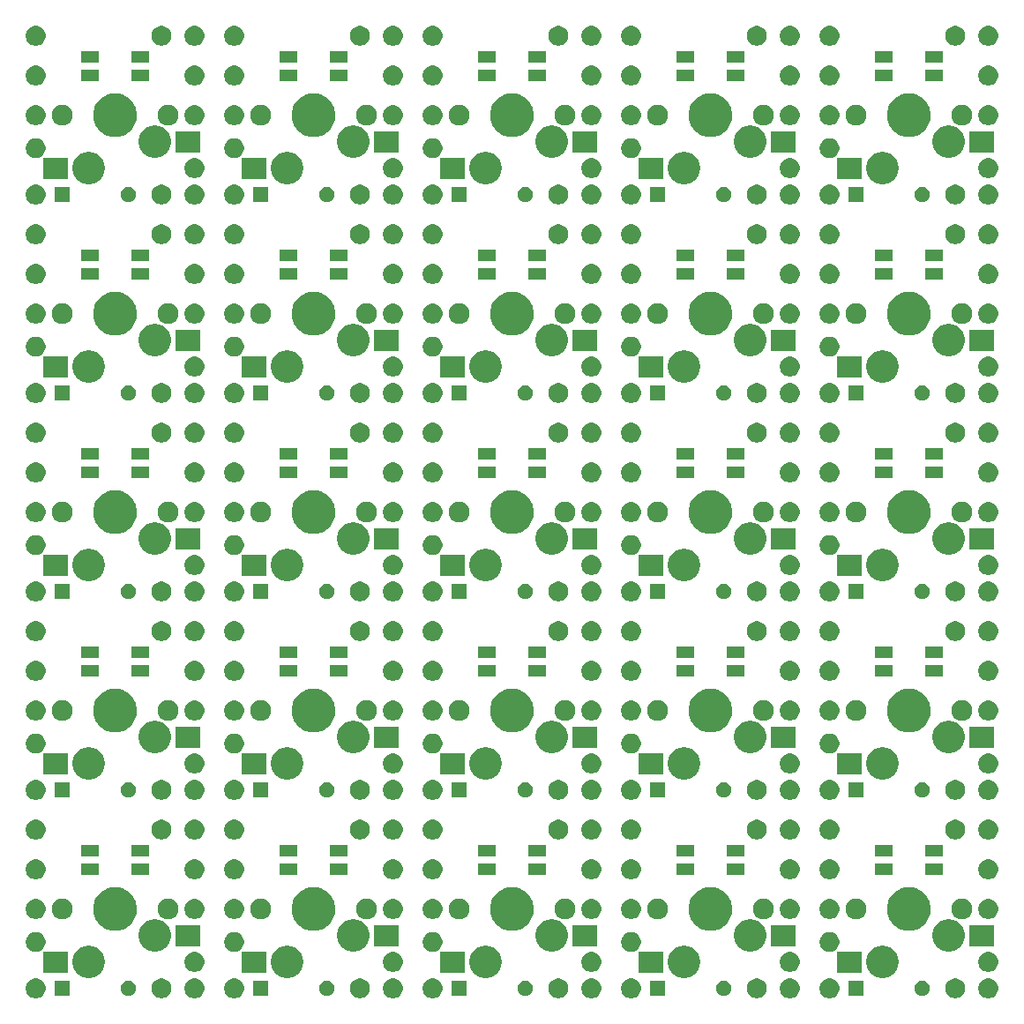
<source format=gbs>
G04 #@! TF.GenerationSoftware,KiCad,Pcbnew,5.0.2-bee76a0~70~ubuntu18.04.1*
G04 #@! TF.CreationDate,2019-03-26T01:29:58+09:00*
G04 #@! TF.ProjectId,altana,616c7461-6e61-42e6-9b69-6361645f7063,rev?*
G04 #@! TF.SameCoordinates,Original*
G04 #@! TF.FileFunction,Soldermask,Bot*
G04 #@! TF.FilePolarity,Negative*
%FSLAX46Y46*%
G04 Gerber Fmt 4.6, Leading zero omitted, Abs format (unit mm)*
G04 Created by KiCad (PCBNEW 5.0.2-bee76a0~70~ubuntu18.04.1) date 2019年03月26日 01時29分58秒*
%MOMM*%
%LPD*%
G01*
G04 APERTURE LIST*
%ADD10C,0.265000*%
G04 APERTURE END LIST*
D10*
G36*
X143279396Y-118592546D02*
X143452466Y-118664234D01*
X143608230Y-118768312D01*
X143740688Y-118900770D01*
X143844766Y-119056534D01*
X143916454Y-119229604D01*
X143953000Y-119413333D01*
X143953000Y-119600667D01*
X143916454Y-119784396D01*
X143844766Y-119957466D01*
X143740688Y-120113230D01*
X143608230Y-120245688D01*
X143452466Y-120349766D01*
X143279396Y-120421454D01*
X143095667Y-120458000D01*
X142908333Y-120458000D01*
X142724604Y-120421454D01*
X142551534Y-120349766D01*
X142395770Y-120245688D01*
X142263312Y-120113230D01*
X142159234Y-119957466D01*
X142087546Y-119784396D01*
X142051000Y-119600667D01*
X142051000Y-119413333D01*
X142087546Y-119229604D01*
X142159234Y-119056534D01*
X142263312Y-118900770D01*
X142395770Y-118768312D01*
X142551534Y-118664234D01*
X142724604Y-118592546D01*
X142908333Y-118556000D01*
X143095667Y-118556000D01*
X143279396Y-118592546D01*
X143279396Y-118592546D01*
G37*
G36*
X155344396Y-118592546D02*
X155517466Y-118664234D01*
X155673230Y-118768312D01*
X155805688Y-118900770D01*
X155909766Y-119056534D01*
X155981454Y-119229604D01*
X156018000Y-119413333D01*
X156018000Y-119600667D01*
X155981454Y-119784396D01*
X155909766Y-119957466D01*
X155805688Y-120113230D01*
X155673230Y-120245688D01*
X155517466Y-120349766D01*
X155344396Y-120421454D01*
X155160667Y-120458000D01*
X154973333Y-120458000D01*
X154789604Y-120421454D01*
X154616534Y-120349766D01*
X154460770Y-120245688D01*
X154328312Y-120113230D01*
X154224234Y-119957466D01*
X154152546Y-119784396D01*
X154116000Y-119600667D01*
X154116000Y-119413333D01*
X154152546Y-119229604D01*
X154224234Y-119056534D01*
X154328312Y-118900770D01*
X154460770Y-118768312D01*
X154616534Y-118664234D01*
X154789604Y-118592546D01*
X154973333Y-118556000D01*
X155160667Y-118556000D01*
X155344396Y-118592546D01*
X155344396Y-118592546D01*
G37*
G36*
X67079396Y-118592546D02*
X67252466Y-118664234D01*
X67408230Y-118768312D01*
X67540688Y-118900770D01*
X67644766Y-119056534D01*
X67716454Y-119229604D01*
X67753000Y-119413333D01*
X67753000Y-119600667D01*
X67716454Y-119784396D01*
X67644766Y-119957466D01*
X67540688Y-120113230D01*
X67408230Y-120245688D01*
X67252466Y-120349766D01*
X67079396Y-120421454D01*
X66895667Y-120458000D01*
X66708333Y-120458000D01*
X66524604Y-120421454D01*
X66351534Y-120349766D01*
X66195770Y-120245688D01*
X66063312Y-120113230D01*
X65959234Y-119957466D01*
X65887546Y-119784396D01*
X65851000Y-119600667D01*
X65851000Y-119413333D01*
X65887546Y-119229604D01*
X65959234Y-119056534D01*
X66063312Y-118900770D01*
X66195770Y-118768312D01*
X66351534Y-118664234D01*
X66524604Y-118592546D01*
X66708333Y-118556000D01*
X66895667Y-118556000D01*
X67079396Y-118592546D01*
X67079396Y-118592546D01*
G37*
G36*
X79144396Y-118592546D02*
X79317466Y-118664234D01*
X79473230Y-118768312D01*
X79605688Y-118900770D01*
X79709766Y-119056534D01*
X79781454Y-119229604D01*
X79818000Y-119413333D01*
X79818000Y-119600667D01*
X79781454Y-119784396D01*
X79709766Y-119957466D01*
X79605688Y-120113230D01*
X79473230Y-120245688D01*
X79317466Y-120349766D01*
X79144396Y-120421454D01*
X78960667Y-120458000D01*
X78773333Y-120458000D01*
X78589604Y-120421454D01*
X78416534Y-120349766D01*
X78260770Y-120245688D01*
X78128312Y-120113230D01*
X78024234Y-119957466D01*
X77952546Y-119784396D01*
X77916000Y-119600667D01*
X77916000Y-119413333D01*
X77952546Y-119229604D01*
X78024234Y-119056534D01*
X78128312Y-118900770D01*
X78260770Y-118768312D01*
X78416534Y-118664234D01*
X78589604Y-118592546D01*
X78773333Y-118556000D01*
X78960667Y-118556000D01*
X79144396Y-118592546D01*
X79144396Y-118592546D01*
G37*
G36*
X82319396Y-118592546D02*
X82492466Y-118664234D01*
X82648230Y-118768312D01*
X82780688Y-118900770D01*
X82884766Y-119056534D01*
X82956454Y-119229604D01*
X82993000Y-119413333D01*
X82993000Y-119600667D01*
X82956454Y-119784396D01*
X82884766Y-119957466D01*
X82780688Y-120113230D01*
X82648230Y-120245688D01*
X82492466Y-120349766D01*
X82319396Y-120421454D01*
X82135667Y-120458000D01*
X81948333Y-120458000D01*
X81764604Y-120421454D01*
X81591534Y-120349766D01*
X81435770Y-120245688D01*
X81303312Y-120113230D01*
X81199234Y-119957466D01*
X81127546Y-119784396D01*
X81091000Y-119600667D01*
X81091000Y-119413333D01*
X81127546Y-119229604D01*
X81199234Y-119056534D01*
X81303312Y-118900770D01*
X81435770Y-118768312D01*
X81591534Y-118664234D01*
X81764604Y-118592546D01*
X81948333Y-118556000D01*
X82135667Y-118556000D01*
X82319396Y-118592546D01*
X82319396Y-118592546D01*
G37*
G36*
X86129396Y-118592546D02*
X86302466Y-118664234D01*
X86458230Y-118768312D01*
X86590688Y-118900770D01*
X86694766Y-119056534D01*
X86766454Y-119229604D01*
X86803000Y-119413333D01*
X86803000Y-119600667D01*
X86766454Y-119784396D01*
X86694766Y-119957466D01*
X86590688Y-120113230D01*
X86458230Y-120245688D01*
X86302466Y-120349766D01*
X86129396Y-120421454D01*
X85945667Y-120458000D01*
X85758333Y-120458000D01*
X85574604Y-120421454D01*
X85401534Y-120349766D01*
X85245770Y-120245688D01*
X85113312Y-120113230D01*
X85009234Y-119957466D01*
X84937546Y-119784396D01*
X84901000Y-119600667D01*
X84901000Y-119413333D01*
X84937546Y-119229604D01*
X85009234Y-119056534D01*
X85113312Y-118900770D01*
X85245770Y-118768312D01*
X85401534Y-118664234D01*
X85574604Y-118592546D01*
X85758333Y-118556000D01*
X85945667Y-118556000D01*
X86129396Y-118592546D01*
X86129396Y-118592546D01*
G37*
G36*
X101369396Y-118592546D02*
X101542466Y-118664234D01*
X101698230Y-118768312D01*
X101830688Y-118900770D01*
X101934766Y-119056534D01*
X102006454Y-119229604D01*
X102043000Y-119413333D01*
X102043000Y-119600667D01*
X102006454Y-119784396D01*
X101934766Y-119957466D01*
X101830688Y-120113230D01*
X101698230Y-120245688D01*
X101542466Y-120349766D01*
X101369396Y-120421454D01*
X101185667Y-120458000D01*
X100998333Y-120458000D01*
X100814604Y-120421454D01*
X100641534Y-120349766D01*
X100485770Y-120245688D01*
X100353312Y-120113230D01*
X100249234Y-119957466D01*
X100177546Y-119784396D01*
X100141000Y-119600667D01*
X100141000Y-119413333D01*
X100177546Y-119229604D01*
X100249234Y-119056534D01*
X100353312Y-118900770D01*
X100485770Y-118768312D01*
X100641534Y-118664234D01*
X100814604Y-118592546D01*
X100998333Y-118556000D01*
X101185667Y-118556000D01*
X101369396Y-118592546D01*
X101369396Y-118592546D01*
G37*
G36*
X98194396Y-118592546D02*
X98367466Y-118664234D01*
X98523230Y-118768312D01*
X98655688Y-118900770D01*
X98759766Y-119056534D01*
X98831454Y-119229604D01*
X98868000Y-119413333D01*
X98868000Y-119600667D01*
X98831454Y-119784396D01*
X98759766Y-119957466D01*
X98655688Y-120113230D01*
X98523230Y-120245688D01*
X98367466Y-120349766D01*
X98194396Y-120421454D01*
X98010667Y-120458000D01*
X97823333Y-120458000D01*
X97639604Y-120421454D01*
X97466534Y-120349766D01*
X97310770Y-120245688D01*
X97178312Y-120113230D01*
X97074234Y-119957466D01*
X97002546Y-119784396D01*
X96966000Y-119600667D01*
X96966000Y-119413333D01*
X97002546Y-119229604D01*
X97074234Y-119056534D01*
X97178312Y-118900770D01*
X97310770Y-118768312D01*
X97466534Y-118664234D01*
X97639604Y-118592546D01*
X97823333Y-118556000D01*
X98010667Y-118556000D01*
X98194396Y-118592546D01*
X98194396Y-118592546D01*
G37*
G36*
X120419396Y-118592546D02*
X120592466Y-118664234D01*
X120748230Y-118768312D01*
X120880688Y-118900770D01*
X120984766Y-119056534D01*
X121056454Y-119229604D01*
X121093000Y-119413333D01*
X121093000Y-119600667D01*
X121056454Y-119784396D01*
X120984766Y-119957466D01*
X120880688Y-120113230D01*
X120748230Y-120245688D01*
X120592466Y-120349766D01*
X120419396Y-120421454D01*
X120235667Y-120458000D01*
X120048333Y-120458000D01*
X119864604Y-120421454D01*
X119691534Y-120349766D01*
X119535770Y-120245688D01*
X119403312Y-120113230D01*
X119299234Y-119957466D01*
X119227546Y-119784396D01*
X119191000Y-119600667D01*
X119191000Y-119413333D01*
X119227546Y-119229604D01*
X119299234Y-119056534D01*
X119403312Y-118900770D01*
X119535770Y-118768312D01*
X119691534Y-118664234D01*
X119864604Y-118592546D01*
X120048333Y-118556000D01*
X120235667Y-118556000D01*
X120419396Y-118592546D01*
X120419396Y-118592546D01*
G37*
G36*
X105179396Y-118592546D02*
X105352466Y-118664234D01*
X105508230Y-118768312D01*
X105640688Y-118900770D01*
X105744766Y-119056534D01*
X105816454Y-119229604D01*
X105853000Y-119413333D01*
X105853000Y-119600667D01*
X105816454Y-119784396D01*
X105744766Y-119957466D01*
X105640688Y-120113230D01*
X105508230Y-120245688D01*
X105352466Y-120349766D01*
X105179396Y-120421454D01*
X104995667Y-120458000D01*
X104808333Y-120458000D01*
X104624604Y-120421454D01*
X104451534Y-120349766D01*
X104295770Y-120245688D01*
X104163312Y-120113230D01*
X104059234Y-119957466D01*
X103987546Y-119784396D01*
X103951000Y-119600667D01*
X103951000Y-119413333D01*
X103987546Y-119229604D01*
X104059234Y-119056534D01*
X104163312Y-118900770D01*
X104295770Y-118768312D01*
X104451534Y-118664234D01*
X104624604Y-118592546D01*
X104808333Y-118556000D01*
X104995667Y-118556000D01*
X105179396Y-118592546D01*
X105179396Y-118592546D01*
G37*
G36*
X136294396Y-118592546D02*
X136467466Y-118664234D01*
X136623230Y-118768312D01*
X136755688Y-118900770D01*
X136859766Y-119056534D01*
X136931454Y-119229604D01*
X136968000Y-119413333D01*
X136968000Y-119600667D01*
X136931454Y-119784396D01*
X136859766Y-119957466D01*
X136755688Y-120113230D01*
X136623230Y-120245688D01*
X136467466Y-120349766D01*
X136294396Y-120421454D01*
X136110667Y-120458000D01*
X135923333Y-120458000D01*
X135739604Y-120421454D01*
X135566534Y-120349766D01*
X135410770Y-120245688D01*
X135278312Y-120113230D01*
X135174234Y-119957466D01*
X135102546Y-119784396D01*
X135066000Y-119600667D01*
X135066000Y-119413333D01*
X135102546Y-119229604D01*
X135174234Y-119056534D01*
X135278312Y-118900770D01*
X135410770Y-118768312D01*
X135566534Y-118664234D01*
X135739604Y-118592546D01*
X135923333Y-118556000D01*
X136110667Y-118556000D01*
X136294396Y-118592546D01*
X136294396Y-118592546D01*
G37*
G36*
X139469396Y-118592546D02*
X139642466Y-118664234D01*
X139798230Y-118768312D01*
X139930688Y-118900770D01*
X140034766Y-119056534D01*
X140106454Y-119229604D01*
X140143000Y-119413333D01*
X140143000Y-119600667D01*
X140106454Y-119784396D01*
X140034766Y-119957466D01*
X139930688Y-120113230D01*
X139798230Y-120245688D01*
X139642466Y-120349766D01*
X139469396Y-120421454D01*
X139285667Y-120458000D01*
X139098333Y-120458000D01*
X138914604Y-120421454D01*
X138741534Y-120349766D01*
X138585770Y-120245688D01*
X138453312Y-120113230D01*
X138349234Y-119957466D01*
X138277546Y-119784396D01*
X138241000Y-119600667D01*
X138241000Y-119413333D01*
X138277546Y-119229604D01*
X138349234Y-119056534D01*
X138453312Y-118900770D01*
X138585770Y-118768312D01*
X138741534Y-118664234D01*
X138914604Y-118592546D01*
X139098333Y-118556000D01*
X139285667Y-118556000D01*
X139469396Y-118592546D01*
X139469396Y-118592546D01*
G37*
G36*
X124229396Y-118592546D02*
X124402466Y-118664234D01*
X124558230Y-118768312D01*
X124690688Y-118900770D01*
X124794766Y-119056534D01*
X124866454Y-119229604D01*
X124903000Y-119413333D01*
X124903000Y-119600667D01*
X124866454Y-119784396D01*
X124794766Y-119957466D01*
X124690688Y-120113230D01*
X124558230Y-120245688D01*
X124402466Y-120349766D01*
X124229396Y-120421454D01*
X124045667Y-120458000D01*
X123858333Y-120458000D01*
X123674604Y-120421454D01*
X123501534Y-120349766D01*
X123345770Y-120245688D01*
X123213312Y-120113230D01*
X123109234Y-119957466D01*
X123037546Y-119784396D01*
X123001000Y-119600667D01*
X123001000Y-119413333D01*
X123037546Y-119229604D01*
X123109234Y-119056534D01*
X123213312Y-118900770D01*
X123345770Y-118768312D01*
X123501534Y-118664234D01*
X123674604Y-118592546D01*
X123858333Y-118556000D01*
X124045667Y-118556000D01*
X124229396Y-118592546D01*
X124229396Y-118592546D01*
G37*
G36*
X158519396Y-118592546D02*
X158692466Y-118664234D01*
X158848230Y-118768312D01*
X158980688Y-118900770D01*
X159084766Y-119056534D01*
X159156454Y-119229604D01*
X159193000Y-119413333D01*
X159193000Y-119600667D01*
X159156454Y-119784396D01*
X159084766Y-119957466D01*
X158980688Y-120113230D01*
X158848230Y-120245688D01*
X158692466Y-120349766D01*
X158519396Y-120421454D01*
X158335667Y-120458000D01*
X158148333Y-120458000D01*
X157964604Y-120421454D01*
X157791534Y-120349766D01*
X157635770Y-120245688D01*
X157503312Y-120113230D01*
X157399234Y-119957466D01*
X157327546Y-119784396D01*
X157291000Y-119600667D01*
X157291000Y-119413333D01*
X157327546Y-119229604D01*
X157399234Y-119056534D01*
X157503312Y-118900770D01*
X157635770Y-118768312D01*
X157791534Y-118664234D01*
X157964604Y-118592546D01*
X158148333Y-118556000D01*
X158335667Y-118556000D01*
X158519396Y-118592546D01*
X158519396Y-118592546D01*
G37*
G36*
X117244396Y-118592546D02*
X117417466Y-118664234D01*
X117573230Y-118768312D01*
X117705688Y-118900770D01*
X117809766Y-119056534D01*
X117881454Y-119229604D01*
X117918000Y-119413333D01*
X117918000Y-119600667D01*
X117881454Y-119784396D01*
X117809766Y-119957466D01*
X117705688Y-120113230D01*
X117573230Y-120245688D01*
X117417466Y-120349766D01*
X117244396Y-120421454D01*
X117060667Y-120458000D01*
X116873333Y-120458000D01*
X116689604Y-120421454D01*
X116516534Y-120349766D01*
X116360770Y-120245688D01*
X116228312Y-120113230D01*
X116124234Y-119957466D01*
X116052546Y-119784396D01*
X116016000Y-119600667D01*
X116016000Y-119413333D01*
X116052546Y-119229604D01*
X116124234Y-119056534D01*
X116228312Y-118900770D01*
X116360770Y-118768312D01*
X116516534Y-118664234D01*
X116689604Y-118592546D01*
X116873333Y-118556000D01*
X117060667Y-118556000D01*
X117244396Y-118592546D01*
X117244396Y-118592546D01*
G37*
G36*
X75824004Y-118767544D02*
X75911059Y-118784860D01*
X76047732Y-118841472D01*
X76047733Y-118841473D01*
X76170738Y-118923662D01*
X76275338Y-119028262D01*
X76275340Y-119028265D01*
X76357528Y-119151268D01*
X76414140Y-119287941D01*
X76443000Y-119433033D01*
X76443000Y-119580967D01*
X76414140Y-119726059D01*
X76357528Y-119862732D01*
X76357527Y-119862733D01*
X76275338Y-119985738D01*
X76170738Y-120090338D01*
X76170735Y-120090340D01*
X76047732Y-120172528D01*
X75911059Y-120229140D01*
X75827865Y-120245688D01*
X75765969Y-120258000D01*
X75618031Y-120258000D01*
X75556135Y-120245688D01*
X75472941Y-120229140D01*
X75336268Y-120172528D01*
X75213265Y-120090340D01*
X75213262Y-120090338D01*
X75108662Y-119985738D01*
X75026473Y-119862733D01*
X75026472Y-119862732D01*
X74969860Y-119726059D01*
X74941000Y-119580967D01*
X74941000Y-119433033D01*
X74969860Y-119287941D01*
X75026472Y-119151268D01*
X75108660Y-119028265D01*
X75108662Y-119028262D01*
X75213262Y-118923662D01*
X75336267Y-118841473D01*
X75336268Y-118841472D01*
X75472941Y-118784860D01*
X75559996Y-118767544D01*
X75618031Y-118756000D01*
X75765969Y-118756000D01*
X75824004Y-118767544D01*
X75824004Y-118767544D01*
G37*
G36*
X132974004Y-118767544D02*
X133061059Y-118784860D01*
X133197732Y-118841472D01*
X133197733Y-118841473D01*
X133320738Y-118923662D01*
X133425338Y-119028262D01*
X133425340Y-119028265D01*
X133507528Y-119151268D01*
X133564140Y-119287941D01*
X133593000Y-119433033D01*
X133593000Y-119580967D01*
X133564140Y-119726059D01*
X133507528Y-119862732D01*
X133507527Y-119862733D01*
X133425338Y-119985738D01*
X133320738Y-120090338D01*
X133320735Y-120090340D01*
X133197732Y-120172528D01*
X133061059Y-120229140D01*
X132977865Y-120245688D01*
X132915969Y-120258000D01*
X132768031Y-120258000D01*
X132706135Y-120245688D01*
X132622941Y-120229140D01*
X132486268Y-120172528D01*
X132363265Y-120090340D01*
X132363262Y-120090338D01*
X132258662Y-119985738D01*
X132176473Y-119862733D01*
X132176472Y-119862732D01*
X132119860Y-119726059D01*
X132091000Y-119580967D01*
X132091000Y-119433033D01*
X132119860Y-119287941D01*
X132176472Y-119151268D01*
X132258660Y-119028265D01*
X132258662Y-119028262D01*
X132363262Y-118923662D01*
X132486267Y-118841473D01*
X132486268Y-118841472D01*
X132622941Y-118784860D01*
X132709996Y-118767544D01*
X132768031Y-118756000D01*
X132915969Y-118756000D01*
X132974004Y-118767544D01*
X132974004Y-118767544D01*
G37*
G36*
X127243000Y-120258000D02*
X125741000Y-120258000D01*
X125741000Y-118756000D01*
X127243000Y-118756000D01*
X127243000Y-120258000D01*
X127243000Y-120258000D01*
G37*
G36*
X113924004Y-118767544D02*
X114011059Y-118784860D01*
X114147732Y-118841472D01*
X114147733Y-118841473D01*
X114270738Y-118923662D01*
X114375338Y-119028262D01*
X114375340Y-119028265D01*
X114457528Y-119151268D01*
X114514140Y-119287941D01*
X114543000Y-119433033D01*
X114543000Y-119580967D01*
X114514140Y-119726059D01*
X114457528Y-119862732D01*
X114457527Y-119862733D01*
X114375338Y-119985738D01*
X114270738Y-120090338D01*
X114270735Y-120090340D01*
X114147732Y-120172528D01*
X114011059Y-120229140D01*
X113927865Y-120245688D01*
X113865969Y-120258000D01*
X113718031Y-120258000D01*
X113656135Y-120245688D01*
X113572941Y-120229140D01*
X113436268Y-120172528D01*
X113313265Y-120090340D01*
X113313262Y-120090338D01*
X113208662Y-119985738D01*
X113126473Y-119862733D01*
X113126472Y-119862732D01*
X113069860Y-119726059D01*
X113041000Y-119580967D01*
X113041000Y-119433033D01*
X113069860Y-119287941D01*
X113126472Y-119151268D01*
X113208660Y-119028265D01*
X113208662Y-119028262D01*
X113313262Y-118923662D01*
X113436267Y-118841473D01*
X113436268Y-118841472D01*
X113572941Y-118784860D01*
X113659996Y-118767544D01*
X113718031Y-118756000D01*
X113865969Y-118756000D01*
X113924004Y-118767544D01*
X113924004Y-118767544D01*
G37*
G36*
X108193000Y-120258000D02*
X106691000Y-120258000D01*
X106691000Y-118756000D01*
X108193000Y-118756000D01*
X108193000Y-120258000D01*
X108193000Y-120258000D01*
G37*
G36*
X94874004Y-118767544D02*
X94961059Y-118784860D01*
X95097732Y-118841472D01*
X95097733Y-118841473D01*
X95220738Y-118923662D01*
X95325338Y-119028262D01*
X95325340Y-119028265D01*
X95407528Y-119151268D01*
X95464140Y-119287941D01*
X95493000Y-119433033D01*
X95493000Y-119580967D01*
X95464140Y-119726059D01*
X95407528Y-119862732D01*
X95407527Y-119862733D01*
X95325338Y-119985738D01*
X95220738Y-120090338D01*
X95220735Y-120090340D01*
X95097732Y-120172528D01*
X94961059Y-120229140D01*
X94877865Y-120245688D01*
X94815969Y-120258000D01*
X94668031Y-120258000D01*
X94606135Y-120245688D01*
X94522941Y-120229140D01*
X94386268Y-120172528D01*
X94263265Y-120090340D01*
X94263262Y-120090338D01*
X94158662Y-119985738D01*
X94076473Y-119862733D01*
X94076472Y-119862732D01*
X94019860Y-119726059D01*
X93991000Y-119580967D01*
X93991000Y-119433033D01*
X94019860Y-119287941D01*
X94076472Y-119151268D01*
X94158660Y-119028265D01*
X94158662Y-119028262D01*
X94263262Y-118923662D01*
X94386267Y-118841473D01*
X94386268Y-118841472D01*
X94522941Y-118784860D01*
X94609996Y-118767544D01*
X94668031Y-118756000D01*
X94815969Y-118756000D01*
X94874004Y-118767544D01*
X94874004Y-118767544D01*
G37*
G36*
X89143000Y-120258000D02*
X87641000Y-120258000D01*
X87641000Y-118756000D01*
X89143000Y-118756000D01*
X89143000Y-120258000D01*
X89143000Y-120258000D01*
G37*
G36*
X70093000Y-120258000D02*
X68591000Y-120258000D01*
X68591000Y-118756000D01*
X70093000Y-118756000D01*
X70093000Y-120258000D01*
X70093000Y-120258000D01*
G37*
G36*
X146293000Y-120258000D02*
X144791000Y-120258000D01*
X144791000Y-118756000D01*
X146293000Y-118756000D01*
X146293000Y-120258000D01*
X146293000Y-120258000D01*
G37*
G36*
X152024004Y-118767544D02*
X152111059Y-118784860D01*
X152247732Y-118841472D01*
X152247733Y-118841473D01*
X152370738Y-118923662D01*
X152475338Y-119028262D01*
X152475340Y-119028265D01*
X152557528Y-119151268D01*
X152614140Y-119287941D01*
X152643000Y-119433033D01*
X152643000Y-119580967D01*
X152614140Y-119726059D01*
X152557528Y-119862732D01*
X152557527Y-119862733D01*
X152475338Y-119985738D01*
X152370738Y-120090338D01*
X152370735Y-120090340D01*
X152247732Y-120172528D01*
X152111059Y-120229140D01*
X152027865Y-120245688D01*
X151965969Y-120258000D01*
X151818031Y-120258000D01*
X151756135Y-120245688D01*
X151672941Y-120229140D01*
X151536268Y-120172528D01*
X151413265Y-120090340D01*
X151413262Y-120090338D01*
X151308662Y-119985738D01*
X151226473Y-119862733D01*
X151226472Y-119862732D01*
X151169860Y-119726059D01*
X151141000Y-119580967D01*
X151141000Y-119433033D01*
X151169860Y-119287941D01*
X151226472Y-119151268D01*
X151308660Y-119028265D01*
X151308662Y-119028262D01*
X151413262Y-118923662D01*
X151536267Y-118841473D01*
X151536268Y-118841472D01*
X151672941Y-118784860D01*
X151759996Y-118767544D01*
X151818031Y-118756000D01*
X151965969Y-118756000D01*
X152024004Y-118767544D01*
X152024004Y-118767544D01*
G37*
G36*
X148434527Y-115455736D02*
X148534410Y-115475604D01*
X148816674Y-115592521D01*
X149070705Y-115762259D01*
X149286741Y-115978295D01*
X149456479Y-116232326D01*
X149573396Y-116514590D01*
X149593264Y-116614473D01*
X149633000Y-116814238D01*
X149633000Y-117119762D01*
X149593264Y-117319527D01*
X149573396Y-117419410D01*
X149456479Y-117701674D01*
X149286741Y-117955705D01*
X149070705Y-118171741D01*
X148816674Y-118341479D01*
X148534410Y-118458396D01*
X148434527Y-118478264D01*
X148234762Y-118518000D01*
X147929238Y-118518000D01*
X147729473Y-118478264D01*
X147629590Y-118458396D01*
X147347326Y-118341479D01*
X147093295Y-118171741D01*
X146877259Y-117955705D01*
X146707521Y-117701674D01*
X146590604Y-117419410D01*
X146570736Y-117319527D01*
X146531000Y-117119762D01*
X146531000Y-116814238D01*
X146570736Y-116614473D01*
X146590604Y-116514590D01*
X146707521Y-116232326D01*
X146877259Y-115978295D01*
X147093295Y-115762259D01*
X147347326Y-115592521D01*
X147629590Y-115475604D01*
X147729473Y-115455736D01*
X147929238Y-115416000D01*
X148234762Y-115416000D01*
X148434527Y-115455736D01*
X148434527Y-115455736D01*
G37*
G36*
X91284527Y-115455736D02*
X91384410Y-115475604D01*
X91666674Y-115592521D01*
X91920705Y-115762259D01*
X92136741Y-115978295D01*
X92306479Y-116232326D01*
X92423396Y-116514590D01*
X92443264Y-116614473D01*
X92483000Y-116814238D01*
X92483000Y-117119762D01*
X92443264Y-117319527D01*
X92423396Y-117419410D01*
X92306479Y-117701674D01*
X92136741Y-117955705D01*
X91920705Y-118171741D01*
X91666674Y-118341479D01*
X91384410Y-118458396D01*
X91284527Y-118478264D01*
X91084762Y-118518000D01*
X90779238Y-118518000D01*
X90579473Y-118478264D01*
X90479590Y-118458396D01*
X90197326Y-118341479D01*
X89943295Y-118171741D01*
X89727259Y-117955705D01*
X89557521Y-117701674D01*
X89440604Y-117419410D01*
X89420736Y-117319527D01*
X89381000Y-117119762D01*
X89381000Y-116814238D01*
X89420736Y-116614473D01*
X89440604Y-116514590D01*
X89557521Y-116232326D01*
X89727259Y-115978295D01*
X89943295Y-115762259D01*
X90197326Y-115592521D01*
X90479590Y-115475604D01*
X90579473Y-115455736D01*
X90779238Y-115416000D01*
X91084762Y-115416000D01*
X91284527Y-115455736D01*
X91284527Y-115455736D01*
G37*
G36*
X129384527Y-115455736D02*
X129484410Y-115475604D01*
X129766674Y-115592521D01*
X130020705Y-115762259D01*
X130236741Y-115978295D01*
X130406479Y-116232326D01*
X130523396Y-116514590D01*
X130543264Y-116614473D01*
X130583000Y-116814238D01*
X130583000Y-117119762D01*
X130543264Y-117319527D01*
X130523396Y-117419410D01*
X130406479Y-117701674D01*
X130236741Y-117955705D01*
X130020705Y-118171741D01*
X129766674Y-118341479D01*
X129484410Y-118458396D01*
X129384527Y-118478264D01*
X129184762Y-118518000D01*
X128879238Y-118518000D01*
X128679473Y-118478264D01*
X128579590Y-118458396D01*
X128297326Y-118341479D01*
X128043295Y-118171741D01*
X127827259Y-117955705D01*
X127657521Y-117701674D01*
X127540604Y-117419410D01*
X127520736Y-117319527D01*
X127481000Y-117119762D01*
X127481000Y-116814238D01*
X127520736Y-116614473D01*
X127540604Y-116514590D01*
X127657521Y-116232326D01*
X127827259Y-115978295D01*
X128043295Y-115762259D01*
X128297326Y-115592521D01*
X128579590Y-115475604D01*
X128679473Y-115455736D01*
X128879238Y-115416000D01*
X129184762Y-115416000D01*
X129384527Y-115455736D01*
X129384527Y-115455736D01*
G37*
G36*
X110334527Y-115455736D02*
X110434410Y-115475604D01*
X110716674Y-115592521D01*
X110970705Y-115762259D01*
X111186741Y-115978295D01*
X111356479Y-116232326D01*
X111473396Y-116514590D01*
X111493264Y-116614473D01*
X111533000Y-116814238D01*
X111533000Y-117119762D01*
X111493264Y-117319527D01*
X111473396Y-117419410D01*
X111356479Y-117701674D01*
X111186741Y-117955705D01*
X110970705Y-118171741D01*
X110716674Y-118341479D01*
X110434410Y-118458396D01*
X110334527Y-118478264D01*
X110134762Y-118518000D01*
X109829238Y-118518000D01*
X109629473Y-118478264D01*
X109529590Y-118458396D01*
X109247326Y-118341479D01*
X108993295Y-118171741D01*
X108777259Y-117955705D01*
X108607521Y-117701674D01*
X108490604Y-117419410D01*
X108470736Y-117319527D01*
X108431000Y-117119762D01*
X108431000Y-116814238D01*
X108470736Y-116614473D01*
X108490604Y-116514590D01*
X108607521Y-116232326D01*
X108777259Y-115978295D01*
X108993295Y-115762259D01*
X109247326Y-115592521D01*
X109529590Y-115475604D01*
X109629473Y-115455736D01*
X109829238Y-115416000D01*
X110134762Y-115416000D01*
X110334527Y-115455736D01*
X110334527Y-115455736D01*
G37*
G36*
X72234527Y-115455736D02*
X72334410Y-115475604D01*
X72616674Y-115592521D01*
X72870705Y-115762259D01*
X73086741Y-115978295D01*
X73256479Y-116232326D01*
X73373396Y-116514590D01*
X73393264Y-116614473D01*
X73433000Y-116814238D01*
X73433000Y-117119762D01*
X73393264Y-117319527D01*
X73373396Y-117419410D01*
X73256479Y-117701674D01*
X73086741Y-117955705D01*
X72870705Y-118171741D01*
X72616674Y-118341479D01*
X72334410Y-118458396D01*
X72234527Y-118478264D01*
X72034762Y-118518000D01*
X71729238Y-118518000D01*
X71529473Y-118478264D01*
X71429590Y-118458396D01*
X71147326Y-118341479D01*
X70893295Y-118171741D01*
X70677259Y-117955705D01*
X70507521Y-117701674D01*
X70390604Y-117419410D01*
X70370736Y-117319527D01*
X70331000Y-117119762D01*
X70331000Y-116814238D01*
X70370736Y-116614473D01*
X70390604Y-116514590D01*
X70507521Y-116232326D01*
X70677259Y-115978295D01*
X70893295Y-115762259D01*
X71147326Y-115592521D01*
X71429590Y-115475604D01*
X71529473Y-115455736D01*
X71729238Y-115416000D01*
X72034762Y-115416000D01*
X72234527Y-115455736D01*
X72234527Y-115455736D01*
G37*
G36*
X124680308Y-115953598D02*
X124704694Y-115956000D01*
X127073000Y-115956000D01*
X127073000Y-118058000D01*
X124671000Y-118058000D01*
X124671000Y-115959196D01*
X124670145Y-115950515D01*
X124680308Y-115953598D01*
X124680308Y-115953598D01*
G37*
G36*
X67530308Y-115953598D02*
X67554694Y-115956000D01*
X69923000Y-115956000D01*
X69923000Y-118058000D01*
X67521000Y-118058000D01*
X67521000Y-115959196D01*
X67520145Y-115950515D01*
X67530308Y-115953598D01*
X67530308Y-115953598D01*
G37*
G36*
X105630308Y-115953598D02*
X105654694Y-115956000D01*
X108023000Y-115956000D01*
X108023000Y-118058000D01*
X105621000Y-118058000D01*
X105621000Y-115959196D01*
X105620145Y-115950515D01*
X105630308Y-115953598D01*
X105630308Y-115953598D01*
G37*
G36*
X143730308Y-115953598D02*
X143754694Y-115956000D01*
X146123000Y-115956000D01*
X146123000Y-118058000D01*
X143721000Y-118058000D01*
X143721000Y-115959196D01*
X143720145Y-115950515D01*
X143730308Y-115953598D01*
X143730308Y-115953598D01*
G37*
G36*
X86580308Y-115953598D02*
X86604694Y-115956000D01*
X88973000Y-115956000D01*
X88973000Y-118058000D01*
X86571000Y-118058000D01*
X86571000Y-115959196D01*
X86570145Y-115950515D01*
X86580308Y-115953598D01*
X86580308Y-115953598D01*
G37*
G36*
X158519396Y-116052546D02*
X158692466Y-116124234D01*
X158848230Y-116228312D01*
X158980688Y-116360770D01*
X159084766Y-116516534D01*
X159156454Y-116689604D01*
X159193000Y-116873333D01*
X159193000Y-117060667D01*
X159156454Y-117244396D01*
X159084766Y-117417466D01*
X158980688Y-117573230D01*
X158848230Y-117705688D01*
X158692466Y-117809766D01*
X158519396Y-117881454D01*
X158335667Y-117918000D01*
X158148333Y-117918000D01*
X157964604Y-117881454D01*
X157791534Y-117809766D01*
X157635770Y-117705688D01*
X157503312Y-117573230D01*
X157399234Y-117417466D01*
X157327546Y-117244396D01*
X157291000Y-117060667D01*
X157291000Y-116873333D01*
X157327546Y-116689604D01*
X157399234Y-116516534D01*
X157503312Y-116360770D01*
X157635770Y-116228312D01*
X157791534Y-116124234D01*
X157964604Y-116052546D01*
X158148333Y-116016000D01*
X158335667Y-116016000D01*
X158519396Y-116052546D01*
X158519396Y-116052546D01*
G37*
G36*
X139469396Y-116052546D02*
X139642466Y-116124234D01*
X139798230Y-116228312D01*
X139930688Y-116360770D01*
X140034766Y-116516534D01*
X140106454Y-116689604D01*
X140143000Y-116873333D01*
X140143000Y-117060667D01*
X140106454Y-117244396D01*
X140034766Y-117417466D01*
X139930688Y-117573230D01*
X139798230Y-117705688D01*
X139642466Y-117809766D01*
X139469396Y-117881454D01*
X139285667Y-117918000D01*
X139098333Y-117918000D01*
X138914604Y-117881454D01*
X138741534Y-117809766D01*
X138585770Y-117705688D01*
X138453312Y-117573230D01*
X138349234Y-117417466D01*
X138277546Y-117244396D01*
X138241000Y-117060667D01*
X138241000Y-116873333D01*
X138277546Y-116689604D01*
X138349234Y-116516534D01*
X138453312Y-116360770D01*
X138585770Y-116228312D01*
X138741534Y-116124234D01*
X138914604Y-116052546D01*
X139098333Y-116016000D01*
X139285667Y-116016000D01*
X139469396Y-116052546D01*
X139469396Y-116052546D01*
G37*
G36*
X120419396Y-116052546D02*
X120592466Y-116124234D01*
X120748230Y-116228312D01*
X120880688Y-116360770D01*
X120984766Y-116516534D01*
X121056454Y-116689604D01*
X121093000Y-116873333D01*
X121093000Y-117060667D01*
X121056454Y-117244396D01*
X120984766Y-117417466D01*
X120880688Y-117573230D01*
X120748230Y-117705688D01*
X120592466Y-117809766D01*
X120419396Y-117881454D01*
X120235667Y-117918000D01*
X120048333Y-117918000D01*
X119864604Y-117881454D01*
X119691534Y-117809766D01*
X119535770Y-117705688D01*
X119403312Y-117573230D01*
X119299234Y-117417466D01*
X119227546Y-117244396D01*
X119191000Y-117060667D01*
X119191000Y-116873333D01*
X119227546Y-116689604D01*
X119299234Y-116516534D01*
X119403312Y-116360770D01*
X119535770Y-116228312D01*
X119691534Y-116124234D01*
X119864604Y-116052546D01*
X120048333Y-116016000D01*
X120235667Y-116016000D01*
X120419396Y-116052546D01*
X120419396Y-116052546D01*
G37*
G36*
X101369396Y-116052546D02*
X101542466Y-116124234D01*
X101698230Y-116228312D01*
X101830688Y-116360770D01*
X101934766Y-116516534D01*
X102006454Y-116689604D01*
X102043000Y-116873333D01*
X102043000Y-117060667D01*
X102006454Y-117244396D01*
X101934766Y-117417466D01*
X101830688Y-117573230D01*
X101698230Y-117705688D01*
X101542466Y-117809766D01*
X101369396Y-117881454D01*
X101185667Y-117918000D01*
X100998333Y-117918000D01*
X100814604Y-117881454D01*
X100641534Y-117809766D01*
X100485770Y-117705688D01*
X100353312Y-117573230D01*
X100249234Y-117417466D01*
X100177546Y-117244396D01*
X100141000Y-117060667D01*
X100141000Y-116873333D01*
X100177546Y-116689604D01*
X100249234Y-116516534D01*
X100353312Y-116360770D01*
X100485770Y-116228312D01*
X100641534Y-116124234D01*
X100814604Y-116052546D01*
X100998333Y-116016000D01*
X101185667Y-116016000D01*
X101369396Y-116052546D01*
X101369396Y-116052546D01*
G37*
G36*
X82319396Y-116052546D02*
X82492466Y-116124234D01*
X82648230Y-116228312D01*
X82780688Y-116360770D01*
X82884766Y-116516534D01*
X82956454Y-116689604D01*
X82993000Y-116873333D01*
X82993000Y-117060667D01*
X82956454Y-117244396D01*
X82884766Y-117417466D01*
X82780688Y-117573230D01*
X82648230Y-117705688D01*
X82492466Y-117809766D01*
X82319396Y-117881454D01*
X82135667Y-117918000D01*
X81948333Y-117918000D01*
X81764604Y-117881454D01*
X81591534Y-117809766D01*
X81435770Y-117705688D01*
X81303312Y-117573230D01*
X81199234Y-117417466D01*
X81127546Y-117244396D01*
X81091000Y-117060667D01*
X81091000Y-116873333D01*
X81127546Y-116689604D01*
X81199234Y-116516534D01*
X81303312Y-116360770D01*
X81435770Y-116228312D01*
X81591534Y-116124234D01*
X81764604Y-116052546D01*
X81948333Y-116016000D01*
X82135667Y-116016000D01*
X82319396Y-116052546D01*
X82319396Y-116052546D01*
G37*
G36*
X143279396Y-114147546D02*
X143452466Y-114219234D01*
X143608230Y-114323312D01*
X143740688Y-114455770D01*
X143844766Y-114611534D01*
X143916454Y-114784604D01*
X143953000Y-114968333D01*
X143953000Y-115155667D01*
X143916454Y-115339396D01*
X143844766Y-115512466D01*
X143740688Y-115668230D01*
X143666306Y-115742612D01*
X143650760Y-115761554D01*
X143639209Y-115783165D01*
X143632096Y-115806614D01*
X143629694Y-115831000D01*
X143630549Y-115839681D01*
X143620386Y-115836598D01*
X143596000Y-115834196D01*
X143571614Y-115836598D01*
X143548165Y-115843711D01*
X143526554Y-115855262D01*
X143452466Y-115904766D01*
X143279396Y-115976454D01*
X143095667Y-116013000D01*
X142908333Y-116013000D01*
X142724604Y-115976454D01*
X142551534Y-115904766D01*
X142395770Y-115800688D01*
X142263312Y-115668230D01*
X142159234Y-115512466D01*
X142087546Y-115339396D01*
X142051000Y-115155667D01*
X142051000Y-114968333D01*
X142087546Y-114784604D01*
X142159234Y-114611534D01*
X142263312Y-114455770D01*
X142395770Y-114323312D01*
X142551534Y-114219234D01*
X142724604Y-114147546D01*
X142908333Y-114111000D01*
X143095667Y-114111000D01*
X143279396Y-114147546D01*
X143279396Y-114147546D01*
G37*
G36*
X124229396Y-114147546D02*
X124402466Y-114219234D01*
X124558230Y-114323312D01*
X124690688Y-114455770D01*
X124794766Y-114611534D01*
X124866454Y-114784604D01*
X124903000Y-114968333D01*
X124903000Y-115155667D01*
X124866454Y-115339396D01*
X124794766Y-115512466D01*
X124690688Y-115668230D01*
X124616306Y-115742612D01*
X124600760Y-115761554D01*
X124589209Y-115783165D01*
X124582096Y-115806614D01*
X124579694Y-115831000D01*
X124580549Y-115839681D01*
X124570386Y-115836598D01*
X124546000Y-115834196D01*
X124521614Y-115836598D01*
X124498165Y-115843711D01*
X124476554Y-115855262D01*
X124402466Y-115904766D01*
X124229396Y-115976454D01*
X124045667Y-116013000D01*
X123858333Y-116013000D01*
X123674604Y-115976454D01*
X123501534Y-115904766D01*
X123345770Y-115800688D01*
X123213312Y-115668230D01*
X123109234Y-115512466D01*
X123037546Y-115339396D01*
X123001000Y-115155667D01*
X123001000Y-114968333D01*
X123037546Y-114784604D01*
X123109234Y-114611534D01*
X123213312Y-114455770D01*
X123345770Y-114323312D01*
X123501534Y-114219234D01*
X123674604Y-114147546D01*
X123858333Y-114111000D01*
X124045667Y-114111000D01*
X124229396Y-114147546D01*
X124229396Y-114147546D01*
G37*
G36*
X105179396Y-114147546D02*
X105352466Y-114219234D01*
X105508230Y-114323312D01*
X105640688Y-114455770D01*
X105744766Y-114611534D01*
X105816454Y-114784604D01*
X105853000Y-114968333D01*
X105853000Y-115155667D01*
X105816454Y-115339396D01*
X105744766Y-115512466D01*
X105640688Y-115668230D01*
X105566306Y-115742612D01*
X105550760Y-115761554D01*
X105539209Y-115783165D01*
X105532096Y-115806614D01*
X105529694Y-115831000D01*
X105530549Y-115839681D01*
X105520386Y-115836598D01*
X105496000Y-115834196D01*
X105471614Y-115836598D01*
X105448165Y-115843711D01*
X105426554Y-115855262D01*
X105352466Y-115904766D01*
X105179396Y-115976454D01*
X104995667Y-116013000D01*
X104808333Y-116013000D01*
X104624604Y-115976454D01*
X104451534Y-115904766D01*
X104295770Y-115800688D01*
X104163312Y-115668230D01*
X104059234Y-115512466D01*
X103987546Y-115339396D01*
X103951000Y-115155667D01*
X103951000Y-114968333D01*
X103987546Y-114784604D01*
X104059234Y-114611534D01*
X104163312Y-114455770D01*
X104295770Y-114323312D01*
X104451534Y-114219234D01*
X104624604Y-114147546D01*
X104808333Y-114111000D01*
X104995667Y-114111000D01*
X105179396Y-114147546D01*
X105179396Y-114147546D01*
G37*
G36*
X86129396Y-114147546D02*
X86302466Y-114219234D01*
X86458230Y-114323312D01*
X86590688Y-114455770D01*
X86694766Y-114611534D01*
X86766454Y-114784604D01*
X86803000Y-114968333D01*
X86803000Y-115155667D01*
X86766454Y-115339396D01*
X86694766Y-115512466D01*
X86590688Y-115668230D01*
X86516306Y-115742612D01*
X86500760Y-115761554D01*
X86489209Y-115783165D01*
X86482096Y-115806614D01*
X86479694Y-115831000D01*
X86480549Y-115839681D01*
X86470386Y-115836598D01*
X86446000Y-115834196D01*
X86421614Y-115836598D01*
X86398165Y-115843711D01*
X86376554Y-115855262D01*
X86302466Y-115904766D01*
X86129396Y-115976454D01*
X85945667Y-116013000D01*
X85758333Y-116013000D01*
X85574604Y-115976454D01*
X85401534Y-115904766D01*
X85245770Y-115800688D01*
X85113312Y-115668230D01*
X85009234Y-115512466D01*
X84937546Y-115339396D01*
X84901000Y-115155667D01*
X84901000Y-114968333D01*
X84937546Y-114784604D01*
X85009234Y-114611534D01*
X85113312Y-114455770D01*
X85245770Y-114323312D01*
X85401534Y-114219234D01*
X85574604Y-114147546D01*
X85758333Y-114111000D01*
X85945667Y-114111000D01*
X86129396Y-114147546D01*
X86129396Y-114147546D01*
G37*
G36*
X67079396Y-114147546D02*
X67252466Y-114219234D01*
X67408230Y-114323312D01*
X67540688Y-114455770D01*
X67644766Y-114611534D01*
X67716454Y-114784604D01*
X67753000Y-114968333D01*
X67753000Y-115155667D01*
X67716454Y-115339396D01*
X67644766Y-115512466D01*
X67540688Y-115668230D01*
X67466306Y-115742612D01*
X67450760Y-115761554D01*
X67439209Y-115783165D01*
X67432096Y-115806614D01*
X67429694Y-115831000D01*
X67430549Y-115839681D01*
X67420386Y-115836598D01*
X67396000Y-115834196D01*
X67371614Y-115836598D01*
X67348165Y-115843711D01*
X67326554Y-115855262D01*
X67252466Y-115904766D01*
X67079396Y-115976454D01*
X66895667Y-116013000D01*
X66708333Y-116013000D01*
X66524604Y-115976454D01*
X66351534Y-115904766D01*
X66195770Y-115800688D01*
X66063312Y-115668230D01*
X65959234Y-115512466D01*
X65887546Y-115339396D01*
X65851000Y-115155667D01*
X65851000Y-114968333D01*
X65887546Y-114784604D01*
X65959234Y-114611534D01*
X66063312Y-114455770D01*
X66195770Y-114323312D01*
X66351534Y-114219234D01*
X66524604Y-114147546D01*
X66708333Y-114111000D01*
X66895667Y-114111000D01*
X67079396Y-114147546D01*
X67079396Y-114147546D01*
G37*
G36*
X154784527Y-112915736D02*
X154884410Y-112935604D01*
X155166674Y-113052521D01*
X155420705Y-113222259D01*
X155636741Y-113438295D01*
X155806479Y-113692326D01*
X155923396Y-113974590D01*
X155983000Y-114274240D01*
X155983000Y-114579760D01*
X155923396Y-114879410D01*
X155806479Y-115161674D01*
X155636741Y-115415705D01*
X155420705Y-115631741D01*
X155166674Y-115801479D01*
X154884410Y-115918396D01*
X154784527Y-115938264D01*
X154584762Y-115978000D01*
X154279238Y-115978000D01*
X154079473Y-115938264D01*
X153979590Y-115918396D01*
X153697326Y-115801479D01*
X153443295Y-115631741D01*
X153227259Y-115415705D01*
X153057521Y-115161674D01*
X152940604Y-114879410D01*
X152881000Y-114579760D01*
X152881000Y-114274240D01*
X152940604Y-113974590D01*
X153057521Y-113692326D01*
X153227259Y-113438295D01*
X153443295Y-113222259D01*
X153697326Y-113052521D01*
X153979590Y-112935604D01*
X154079473Y-112915736D01*
X154279238Y-112876000D01*
X154584762Y-112876000D01*
X154784527Y-112915736D01*
X154784527Y-112915736D01*
G37*
G36*
X116684527Y-112915736D02*
X116784410Y-112935604D01*
X117066674Y-113052521D01*
X117320705Y-113222259D01*
X117536741Y-113438295D01*
X117706479Y-113692326D01*
X117823396Y-113974590D01*
X117883000Y-114274240D01*
X117883000Y-114579760D01*
X117823396Y-114879410D01*
X117706479Y-115161674D01*
X117536741Y-115415705D01*
X117320705Y-115631741D01*
X117066674Y-115801479D01*
X116784410Y-115918396D01*
X116684527Y-115938264D01*
X116484762Y-115978000D01*
X116179238Y-115978000D01*
X115979473Y-115938264D01*
X115879590Y-115918396D01*
X115597326Y-115801479D01*
X115343295Y-115631741D01*
X115127259Y-115415705D01*
X114957521Y-115161674D01*
X114840604Y-114879410D01*
X114781000Y-114579760D01*
X114781000Y-114274240D01*
X114840604Y-113974590D01*
X114957521Y-113692326D01*
X115127259Y-113438295D01*
X115343295Y-113222259D01*
X115597326Y-113052521D01*
X115879590Y-112935604D01*
X115979473Y-112915736D01*
X116179238Y-112876000D01*
X116484762Y-112876000D01*
X116684527Y-112915736D01*
X116684527Y-112915736D01*
G37*
G36*
X78584527Y-112915736D02*
X78684410Y-112935604D01*
X78966674Y-113052521D01*
X79220705Y-113222259D01*
X79436741Y-113438295D01*
X79606479Y-113692326D01*
X79723396Y-113974590D01*
X79783000Y-114274240D01*
X79783000Y-114579760D01*
X79723396Y-114879410D01*
X79606479Y-115161674D01*
X79436741Y-115415705D01*
X79220705Y-115631741D01*
X78966674Y-115801479D01*
X78684410Y-115918396D01*
X78584527Y-115938264D01*
X78384762Y-115978000D01*
X78079238Y-115978000D01*
X77879473Y-115938264D01*
X77779590Y-115918396D01*
X77497326Y-115801479D01*
X77243295Y-115631741D01*
X77027259Y-115415705D01*
X76857521Y-115161674D01*
X76740604Y-114879410D01*
X76681000Y-114579760D01*
X76681000Y-114274240D01*
X76740604Y-113974590D01*
X76857521Y-113692326D01*
X77027259Y-113438295D01*
X77243295Y-113222259D01*
X77497326Y-113052521D01*
X77779590Y-112935604D01*
X77879473Y-112915736D01*
X78079238Y-112876000D01*
X78384762Y-112876000D01*
X78584527Y-112915736D01*
X78584527Y-112915736D01*
G37*
G36*
X135734527Y-112915736D02*
X135834410Y-112935604D01*
X136116674Y-113052521D01*
X136370705Y-113222259D01*
X136586741Y-113438295D01*
X136756479Y-113692326D01*
X136873396Y-113974590D01*
X136933000Y-114274240D01*
X136933000Y-114579760D01*
X136873396Y-114879410D01*
X136756479Y-115161674D01*
X136586741Y-115415705D01*
X136370705Y-115631741D01*
X136116674Y-115801479D01*
X135834410Y-115918396D01*
X135734527Y-115938264D01*
X135534762Y-115978000D01*
X135229238Y-115978000D01*
X135029473Y-115938264D01*
X134929590Y-115918396D01*
X134647326Y-115801479D01*
X134393295Y-115631741D01*
X134177259Y-115415705D01*
X134007521Y-115161674D01*
X133890604Y-114879410D01*
X133831000Y-114579760D01*
X133831000Y-114274240D01*
X133890604Y-113974590D01*
X134007521Y-113692326D01*
X134177259Y-113438295D01*
X134393295Y-113222259D01*
X134647326Y-113052521D01*
X134929590Y-112935604D01*
X135029473Y-112915736D01*
X135229238Y-112876000D01*
X135534762Y-112876000D01*
X135734527Y-112915736D01*
X135734527Y-112915736D01*
G37*
G36*
X97634527Y-112915736D02*
X97734410Y-112935604D01*
X98016674Y-113052521D01*
X98270705Y-113222259D01*
X98486741Y-113438295D01*
X98656479Y-113692326D01*
X98773396Y-113974590D01*
X98833000Y-114274240D01*
X98833000Y-114579760D01*
X98773396Y-114879410D01*
X98656479Y-115161674D01*
X98486741Y-115415705D01*
X98270705Y-115631741D01*
X98016674Y-115801479D01*
X97734410Y-115918396D01*
X97634527Y-115938264D01*
X97434762Y-115978000D01*
X97129238Y-115978000D01*
X96929473Y-115938264D01*
X96829590Y-115918396D01*
X96547326Y-115801479D01*
X96293295Y-115631741D01*
X96077259Y-115415705D01*
X95907521Y-115161674D01*
X95790604Y-114879410D01*
X95731000Y-114579760D01*
X95731000Y-114274240D01*
X95790604Y-113974590D01*
X95907521Y-113692326D01*
X96077259Y-113438295D01*
X96293295Y-113222259D01*
X96547326Y-113052521D01*
X96829590Y-112935604D01*
X96929473Y-112915736D01*
X97129238Y-112876000D01*
X97434762Y-112876000D01*
X97634527Y-112915736D01*
X97634527Y-112915736D01*
G37*
G36*
X120723000Y-115518000D02*
X118321000Y-115518000D01*
X118321000Y-113416000D01*
X120723000Y-113416000D01*
X120723000Y-115518000D01*
X120723000Y-115518000D01*
G37*
G36*
X82623000Y-115518000D02*
X80221000Y-115518000D01*
X80221000Y-113416000D01*
X82623000Y-113416000D01*
X82623000Y-115518000D01*
X82623000Y-115518000D01*
G37*
G36*
X139773000Y-115518000D02*
X137371000Y-115518000D01*
X137371000Y-113416000D01*
X139773000Y-113416000D01*
X139773000Y-115518000D01*
X139773000Y-115518000D01*
G37*
G36*
X101673000Y-115518000D02*
X99271000Y-115518000D01*
X99271000Y-113416000D01*
X101673000Y-113416000D01*
X101673000Y-115518000D01*
X101673000Y-115518000D01*
G37*
G36*
X158823000Y-115518000D02*
X156421000Y-115518000D01*
X156421000Y-113416000D01*
X158823000Y-113416000D01*
X158823000Y-115518000D01*
X158823000Y-115518000D01*
G37*
G36*
X93949536Y-109839827D02*
X94084839Y-109866740D01*
X94243216Y-109932342D01*
X94467196Y-110025117D01*
X94811313Y-110255049D01*
X95103951Y-110547687D01*
X95333883Y-110891804D01*
X95424044Y-111109473D01*
X95492260Y-111274161D01*
X95493575Y-111280773D01*
X95573000Y-111680068D01*
X95573000Y-112093932D01*
X95524558Y-112337466D01*
X95492260Y-112499839D01*
X95481795Y-112525103D01*
X95333883Y-112882196D01*
X95103951Y-113226313D01*
X94811313Y-113518951D01*
X94467196Y-113748883D01*
X94243216Y-113841658D01*
X94084839Y-113907260D01*
X93949536Y-113934173D01*
X93678932Y-113988000D01*
X93265068Y-113988000D01*
X92994464Y-113934173D01*
X92859161Y-113907260D01*
X92700784Y-113841658D01*
X92476804Y-113748883D01*
X92132687Y-113518951D01*
X91840049Y-113226313D01*
X91610117Y-112882196D01*
X91462205Y-112525103D01*
X91451740Y-112499839D01*
X91419442Y-112337466D01*
X91371000Y-112093932D01*
X91371000Y-111680068D01*
X91450425Y-111280773D01*
X91451740Y-111274161D01*
X91519956Y-111109473D01*
X91610117Y-110891804D01*
X91840049Y-110547687D01*
X92132687Y-110255049D01*
X92476804Y-110025117D01*
X92700784Y-109932342D01*
X92859161Y-109866740D01*
X92994464Y-109839827D01*
X93265068Y-109786000D01*
X93678932Y-109786000D01*
X93949536Y-109839827D01*
X93949536Y-109839827D01*
G37*
G36*
X132049536Y-109839827D02*
X132184839Y-109866740D01*
X132343216Y-109932342D01*
X132567196Y-110025117D01*
X132911313Y-110255049D01*
X133203951Y-110547687D01*
X133433883Y-110891804D01*
X133524044Y-111109473D01*
X133592260Y-111274161D01*
X133593575Y-111280773D01*
X133673000Y-111680068D01*
X133673000Y-112093932D01*
X133624558Y-112337466D01*
X133592260Y-112499839D01*
X133581795Y-112525103D01*
X133433883Y-112882196D01*
X133203951Y-113226313D01*
X132911313Y-113518951D01*
X132567196Y-113748883D01*
X132343216Y-113841658D01*
X132184839Y-113907260D01*
X132049536Y-113934173D01*
X131778932Y-113988000D01*
X131365068Y-113988000D01*
X131094464Y-113934173D01*
X130959161Y-113907260D01*
X130800784Y-113841658D01*
X130576804Y-113748883D01*
X130232687Y-113518951D01*
X129940049Y-113226313D01*
X129710117Y-112882196D01*
X129562205Y-112525103D01*
X129551740Y-112499839D01*
X129519442Y-112337466D01*
X129471000Y-112093932D01*
X129471000Y-111680068D01*
X129550425Y-111280773D01*
X129551740Y-111274161D01*
X129619956Y-111109473D01*
X129710117Y-110891804D01*
X129940049Y-110547687D01*
X130232687Y-110255049D01*
X130576804Y-110025117D01*
X130800784Y-109932342D01*
X130959161Y-109866740D01*
X131094464Y-109839827D01*
X131365068Y-109786000D01*
X131778932Y-109786000D01*
X132049536Y-109839827D01*
X132049536Y-109839827D01*
G37*
G36*
X74899536Y-109839827D02*
X75034839Y-109866740D01*
X75193216Y-109932342D01*
X75417196Y-110025117D01*
X75761313Y-110255049D01*
X76053951Y-110547687D01*
X76283883Y-110891804D01*
X76374044Y-111109473D01*
X76442260Y-111274161D01*
X76443575Y-111280773D01*
X76523000Y-111680068D01*
X76523000Y-112093932D01*
X76474558Y-112337466D01*
X76442260Y-112499839D01*
X76431795Y-112525103D01*
X76283883Y-112882196D01*
X76053951Y-113226313D01*
X75761313Y-113518951D01*
X75417196Y-113748883D01*
X75193216Y-113841658D01*
X75034839Y-113907260D01*
X74899536Y-113934173D01*
X74628932Y-113988000D01*
X74215068Y-113988000D01*
X73944464Y-113934173D01*
X73809161Y-113907260D01*
X73650784Y-113841658D01*
X73426804Y-113748883D01*
X73082687Y-113518951D01*
X72790049Y-113226313D01*
X72560117Y-112882196D01*
X72412205Y-112525103D01*
X72401740Y-112499839D01*
X72369442Y-112337466D01*
X72321000Y-112093932D01*
X72321000Y-111680068D01*
X72400425Y-111280773D01*
X72401740Y-111274161D01*
X72469956Y-111109473D01*
X72560117Y-110891804D01*
X72790049Y-110547687D01*
X73082687Y-110255049D01*
X73426804Y-110025117D01*
X73650784Y-109932342D01*
X73809161Y-109866740D01*
X73944464Y-109839827D01*
X74215068Y-109786000D01*
X74628932Y-109786000D01*
X74899536Y-109839827D01*
X74899536Y-109839827D01*
G37*
G36*
X112999536Y-109839827D02*
X113134839Y-109866740D01*
X113293216Y-109932342D01*
X113517196Y-110025117D01*
X113861313Y-110255049D01*
X114153951Y-110547687D01*
X114383883Y-110891804D01*
X114474044Y-111109473D01*
X114542260Y-111274161D01*
X114543575Y-111280773D01*
X114623000Y-111680068D01*
X114623000Y-112093932D01*
X114574558Y-112337466D01*
X114542260Y-112499839D01*
X114531795Y-112525103D01*
X114383883Y-112882196D01*
X114153951Y-113226313D01*
X113861313Y-113518951D01*
X113517196Y-113748883D01*
X113293216Y-113841658D01*
X113134839Y-113907260D01*
X112999536Y-113934173D01*
X112728932Y-113988000D01*
X112315068Y-113988000D01*
X112044464Y-113934173D01*
X111909161Y-113907260D01*
X111750784Y-113841658D01*
X111526804Y-113748883D01*
X111182687Y-113518951D01*
X110890049Y-113226313D01*
X110660117Y-112882196D01*
X110512205Y-112525103D01*
X110501740Y-112499839D01*
X110469442Y-112337466D01*
X110421000Y-112093932D01*
X110421000Y-111680068D01*
X110500425Y-111280773D01*
X110501740Y-111274161D01*
X110569956Y-111109473D01*
X110660117Y-110891804D01*
X110890049Y-110547687D01*
X111182687Y-110255049D01*
X111526804Y-110025117D01*
X111750784Y-109932342D01*
X111909161Y-109866740D01*
X112044464Y-109839827D01*
X112315068Y-109786000D01*
X112728932Y-109786000D01*
X112999536Y-109839827D01*
X112999536Y-109839827D01*
G37*
G36*
X151099536Y-109839827D02*
X151234839Y-109866740D01*
X151393216Y-109932342D01*
X151617196Y-110025117D01*
X151961313Y-110255049D01*
X152253951Y-110547687D01*
X152483883Y-110891804D01*
X152574044Y-111109473D01*
X152642260Y-111274161D01*
X152643575Y-111280773D01*
X152723000Y-111680068D01*
X152723000Y-112093932D01*
X152674558Y-112337466D01*
X152642260Y-112499839D01*
X152631795Y-112525103D01*
X152483883Y-112882196D01*
X152253951Y-113226313D01*
X151961313Y-113518951D01*
X151617196Y-113748883D01*
X151393216Y-113841658D01*
X151234839Y-113907260D01*
X151099536Y-113934173D01*
X150828932Y-113988000D01*
X150415068Y-113988000D01*
X150144464Y-113934173D01*
X150009161Y-113907260D01*
X149850784Y-113841658D01*
X149626804Y-113748883D01*
X149282687Y-113518951D01*
X148990049Y-113226313D01*
X148760117Y-112882196D01*
X148612205Y-112525103D01*
X148601740Y-112499839D01*
X148569442Y-112337466D01*
X148521000Y-112093932D01*
X148521000Y-111680068D01*
X148600425Y-111280773D01*
X148601740Y-111274161D01*
X148669956Y-111109473D01*
X148760117Y-110891804D01*
X148990049Y-110547687D01*
X149282687Y-110255049D01*
X149626804Y-110025117D01*
X149850784Y-109932342D01*
X150009161Y-109866740D01*
X150144464Y-109839827D01*
X150415068Y-109786000D01*
X150828932Y-109786000D01*
X151099536Y-109839827D01*
X151099536Y-109839827D01*
G37*
G36*
X107733981Y-110924468D02*
X107916150Y-110999925D01*
X108080103Y-111109475D01*
X108219525Y-111248897D01*
X108329075Y-111412850D01*
X108404532Y-111595019D01*
X108443000Y-111788410D01*
X108443000Y-111985590D01*
X108404532Y-112178981D01*
X108329075Y-112361150D01*
X108219525Y-112525103D01*
X108080103Y-112664525D01*
X107916150Y-112774075D01*
X107733981Y-112849532D01*
X107540590Y-112888000D01*
X107343410Y-112888000D01*
X107150019Y-112849532D01*
X106967850Y-112774075D01*
X106803897Y-112664525D01*
X106664475Y-112525103D01*
X106554925Y-112361150D01*
X106479468Y-112178981D01*
X106441000Y-111985590D01*
X106441000Y-111788410D01*
X106479468Y-111595019D01*
X106554925Y-111412850D01*
X106664475Y-111248897D01*
X106803897Y-111109475D01*
X106967850Y-110999925D01*
X107150019Y-110924468D01*
X107343410Y-110886000D01*
X107540590Y-110886000D01*
X107733981Y-110924468D01*
X107733981Y-110924468D01*
G37*
G36*
X126783981Y-110924468D02*
X126966150Y-110999925D01*
X127130103Y-111109475D01*
X127269525Y-111248897D01*
X127379075Y-111412850D01*
X127454532Y-111595019D01*
X127493000Y-111788410D01*
X127493000Y-111985590D01*
X127454532Y-112178981D01*
X127379075Y-112361150D01*
X127269525Y-112525103D01*
X127130103Y-112664525D01*
X126966150Y-112774075D01*
X126783981Y-112849532D01*
X126590590Y-112888000D01*
X126393410Y-112888000D01*
X126200019Y-112849532D01*
X126017850Y-112774075D01*
X125853897Y-112664525D01*
X125714475Y-112525103D01*
X125604925Y-112361150D01*
X125529468Y-112178981D01*
X125491000Y-111985590D01*
X125491000Y-111788410D01*
X125529468Y-111595019D01*
X125604925Y-111412850D01*
X125714475Y-111248897D01*
X125853897Y-111109475D01*
X126017850Y-110999925D01*
X126200019Y-110924468D01*
X126393410Y-110886000D01*
X126590590Y-110886000D01*
X126783981Y-110924468D01*
X126783981Y-110924468D01*
G37*
G36*
X69633981Y-110924468D02*
X69816150Y-110999925D01*
X69980103Y-111109475D01*
X70119525Y-111248897D01*
X70229075Y-111412850D01*
X70304532Y-111595019D01*
X70343000Y-111788410D01*
X70343000Y-111985590D01*
X70304532Y-112178981D01*
X70229075Y-112361150D01*
X70119525Y-112525103D01*
X69980103Y-112664525D01*
X69816150Y-112774075D01*
X69633981Y-112849532D01*
X69440590Y-112888000D01*
X69243410Y-112888000D01*
X69050019Y-112849532D01*
X68867850Y-112774075D01*
X68703897Y-112664525D01*
X68564475Y-112525103D01*
X68454925Y-112361150D01*
X68379468Y-112178981D01*
X68341000Y-111985590D01*
X68341000Y-111788410D01*
X68379468Y-111595019D01*
X68454925Y-111412850D01*
X68564475Y-111248897D01*
X68703897Y-111109475D01*
X68867850Y-110999925D01*
X69050019Y-110924468D01*
X69243410Y-110886000D01*
X69440590Y-110886000D01*
X69633981Y-110924468D01*
X69633981Y-110924468D01*
G37*
G36*
X136943981Y-110924468D02*
X137126150Y-110999925D01*
X137290103Y-111109475D01*
X137429525Y-111248897D01*
X137539075Y-111412850D01*
X137614532Y-111595019D01*
X137653000Y-111788410D01*
X137653000Y-111985590D01*
X137614532Y-112178981D01*
X137539075Y-112361150D01*
X137429525Y-112525103D01*
X137290103Y-112664525D01*
X137126150Y-112774075D01*
X136943981Y-112849532D01*
X136750590Y-112888000D01*
X136553410Y-112888000D01*
X136360019Y-112849532D01*
X136177850Y-112774075D01*
X136013897Y-112664525D01*
X135874475Y-112525103D01*
X135764925Y-112361150D01*
X135689468Y-112178981D01*
X135651000Y-111985590D01*
X135651000Y-111788410D01*
X135689468Y-111595019D01*
X135764925Y-111412850D01*
X135874475Y-111248897D01*
X136013897Y-111109475D01*
X136177850Y-110999925D01*
X136360019Y-110924468D01*
X136553410Y-110886000D01*
X136750590Y-110886000D01*
X136943981Y-110924468D01*
X136943981Y-110924468D01*
G37*
G36*
X117893981Y-110924468D02*
X118076150Y-110999925D01*
X118240103Y-111109475D01*
X118379525Y-111248897D01*
X118489075Y-111412850D01*
X118564532Y-111595019D01*
X118603000Y-111788410D01*
X118603000Y-111985590D01*
X118564532Y-112178981D01*
X118489075Y-112361150D01*
X118379525Y-112525103D01*
X118240103Y-112664525D01*
X118076150Y-112774075D01*
X117893981Y-112849532D01*
X117700590Y-112888000D01*
X117503410Y-112888000D01*
X117310019Y-112849532D01*
X117127850Y-112774075D01*
X116963897Y-112664525D01*
X116824475Y-112525103D01*
X116714925Y-112361150D01*
X116639468Y-112178981D01*
X116601000Y-111985590D01*
X116601000Y-111788410D01*
X116639468Y-111595019D01*
X116714925Y-111412850D01*
X116824475Y-111248897D01*
X116963897Y-111109475D01*
X117127850Y-110999925D01*
X117310019Y-110924468D01*
X117503410Y-110886000D01*
X117700590Y-110886000D01*
X117893981Y-110924468D01*
X117893981Y-110924468D01*
G37*
G36*
X88683981Y-110924468D02*
X88866150Y-110999925D01*
X89030103Y-111109475D01*
X89169525Y-111248897D01*
X89279075Y-111412850D01*
X89354532Y-111595019D01*
X89393000Y-111788410D01*
X89393000Y-111985590D01*
X89354532Y-112178981D01*
X89279075Y-112361150D01*
X89169525Y-112525103D01*
X89030103Y-112664525D01*
X88866150Y-112774075D01*
X88683981Y-112849532D01*
X88490590Y-112888000D01*
X88293410Y-112888000D01*
X88100019Y-112849532D01*
X87917850Y-112774075D01*
X87753897Y-112664525D01*
X87614475Y-112525103D01*
X87504925Y-112361150D01*
X87429468Y-112178981D01*
X87391000Y-111985590D01*
X87391000Y-111788410D01*
X87429468Y-111595019D01*
X87504925Y-111412850D01*
X87614475Y-111248897D01*
X87753897Y-111109475D01*
X87917850Y-110999925D01*
X88100019Y-110924468D01*
X88293410Y-110886000D01*
X88490590Y-110886000D01*
X88683981Y-110924468D01*
X88683981Y-110924468D01*
G37*
G36*
X155993981Y-110924468D02*
X156176150Y-110999925D01*
X156340103Y-111109475D01*
X156479525Y-111248897D01*
X156589075Y-111412850D01*
X156664532Y-111595019D01*
X156703000Y-111788410D01*
X156703000Y-111985590D01*
X156664532Y-112178981D01*
X156589075Y-112361150D01*
X156479525Y-112525103D01*
X156340103Y-112664525D01*
X156176150Y-112774075D01*
X155993981Y-112849532D01*
X155800590Y-112888000D01*
X155603410Y-112888000D01*
X155410019Y-112849532D01*
X155227850Y-112774075D01*
X155063897Y-112664525D01*
X154924475Y-112525103D01*
X154814925Y-112361150D01*
X154739468Y-112178981D01*
X154701000Y-111985590D01*
X154701000Y-111788410D01*
X154739468Y-111595019D01*
X154814925Y-111412850D01*
X154924475Y-111248897D01*
X155063897Y-111109475D01*
X155227850Y-110999925D01*
X155410019Y-110924468D01*
X155603410Y-110886000D01*
X155800590Y-110886000D01*
X155993981Y-110924468D01*
X155993981Y-110924468D01*
G37*
G36*
X145833981Y-110924468D02*
X146016150Y-110999925D01*
X146180103Y-111109475D01*
X146319525Y-111248897D01*
X146429075Y-111412850D01*
X146504532Y-111595019D01*
X146543000Y-111788410D01*
X146543000Y-111985590D01*
X146504532Y-112178981D01*
X146429075Y-112361150D01*
X146319525Y-112525103D01*
X146180103Y-112664525D01*
X146016150Y-112774075D01*
X145833981Y-112849532D01*
X145640590Y-112888000D01*
X145443410Y-112888000D01*
X145250019Y-112849532D01*
X145067850Y-112774075D01*
X144903897Y-112664525D01*
X144764475Y-112525103D01*
X144654925Y-112361150D01*
X144579468Y-112178981D01*
X144541000Y-111985590D01*
X144541000Y-111788410D01*
X144579468Y-111595019D01*
X144654925Y-111412850D01*
X144764475Y-111248897D01*
X144903897Y-111109475D01*
X145067850Y-110999925D01*
X145250019Y-110924468D01*
X145443410Y-110886000D01*
X145640590Y-110886000D01*
X145833981Y-110924468D01*
X145833981Y-110924468D01*
G37*
G36*
X98843981Y-110924468D02*
X99026150Y-110999925D01*
X99190103Y-111109475D01*
X99329525Y-111248897D01*
X99439075Y-111412850D01*
X99514532Y-111595019D01*
X99553000Y-111788410D01*
X99553000Y-111985590D01*
X99514532Y-112178981D01*
X99439075Y-112361150D01*
X99329525Y-112525103D01*
X99190103Y-112664525D01*
X99026150Y-112774075D01*
X98843981Y-112849532D01*
X98650590Y-112888000D01*
X98453410Y-112888000D01*
X98260019Y-112849532D01*
X98077850Y-112774075D01*
X97913897Y-112664525D01*
X97774475Y-112525103D01*
X97664925Y-112361150D01*
X97589468Y-112178981D01*
X97551000Y-111985590D01*
X97551000Y-111788410D01*
X97589468Y-111595019D01*
X97664925Y-111412850D01*
X97774475Y-111248897D01*
X97913897Y-111109475D01*
X98077850Y-110999925D01*
X98260019Y-110924468D01*
X98453410Y-110886000D01*
X98650590Y-110886000D01*
X98843981Y-110924468D01*
X98843981Y-110924468D01*
G37*
G36*
X79793981Y-110924468D02*
X79976150Y-110999925D01*
X80140103Y-111109475D01*
X80279525Y-111248897D01*
X80389075Y-111412850D01*
X80464532Y-111595019D01*
X80503000Y-111788410D01*
X80503000Y-111985590D01*
X80464532Y-112178981D01*
X80389075Y-112361150D01*
X80279525Y-112525103D01*
X80140103Y-112664525D01*
X79976150Y-112774075D01*
X79793981Y-112849532D01*
X79600590Y-112888000D01*
X79403410Y-112888000D01*
X79210019Y-112849532D01*
X79027850Y-112774075D01*
X78863897Y-112664525D01*
X78724475Y-112525103D01*
X78614925Y-112361150D01*
X78539468Y-112178981D01*
X78501000Y-111985590D01*
X78501000Y-111788410D01*
X78539468Y-111595019D01*
X78614925Y-111412850D01*
X78724475Y-111248897D01*
X78863897Y-111109475D01*
X79027850Y-110999925D01*
X79210019Y-110924468D01*
X79403410Y-110886000D01*
X79600590Y-110886000D01*
X79793981Y-110924468D01*
X79793981Y-110924468D01*
G37*
G36*
X143279396Y-110972546D02*
X143452466Y-111044234D01*
X143608230Y-111148312D01*
X143740688Y-111280770D01*
X143844766Y-111436534D01*
X143916454Y-111609604D01*
X143953000Y-111793333D01*
X143953000Y-111980667D01*
X143916454Y-112164396D01*
X143844766Y-112337466D01*
X143740688Y-112493230D01*
X143608230Y-112625688D01*
X143452466Y-112729766D01*
X143279396Y-112801454D01*
X143095667Y-112838000D01*
X142908333Y-112838000D01*
X142724604Y-112801454D01*
X142551534Y-112729766D01*
X142395770Y-112625688D01*
X142263312Y-112493230D01*
X142159234Y-112337466D01*
X142087546Y-112164396D01*
X142051000Y-111980667D01*
X142051000Y-111793333D01*
X142087546Y-111609604D01*
X142159234Y-111436534D01*
X142263312Y-111280770D01*
X142395770Y-111148312D01*
X142551534Y-111044234D01*
X142724604Y-110972546D01*
X142908333Y-110936000D01*
X143095667Y-110936000D01*
X143279396Y-110972546D01*
X143279396Y-110972546D01*
G37*
G36*
X158519396Y-110972546D02*
X158692466Y-111044234D01*
X158848230Y-111148312D01*
X158980688Y-111280770D01*
X159084766Y-111436534D01*
X159156454Y-111609604D01*
X159193000Y-111793333D01*
X159193000Y-111980667D01*
X159156454Y-112164396D01*
X159084766Y-112337466D01*
X158980688Y-112493230D01*
X158848230Y-112625688D01*
X158692466Y-112729766D01*
X158519396Y-112801454D01*
X158335667Y-112838000D01*
X158148333Y-112838000D01*
X157964604Y-112801454D01*
X157791534Y-112729766D01*
X157635770Y-112625688D01*
X157503312Y-112493230D01*
X157399234Y-112337466D01*
X157327546Y-112164396D01*
X157291000Y-111980667D01*
X157291000Y-111793333D01*
X157327546Y-111609604D01*
X157399234Y-111436534D01*
X157503312Y-111280770D01*
X157635770Y-111148312D01*
X157791534Y-111044234D01*
X157964604Y-110972546D01*
X158148333Y-110936000D01*
X158335667Y-110936000D01*
X158519396Y-110972546D01*
X158519396Y-110972546D01*
G37*
G36*
X139469396Y-110972546D02*
X139642466Y-111044234D01*
X139798230Y-111148312D01*
X139930688Y-111280770D01*
X140034766Y-111436534D01*
X140106454Y-111609604D01*
X140143000Y-111793333D01*
X140143000Y-111980667D01*
X140106454Y-112164396D01*
X140034766Y-112337466D01*
X139930688Y-112493230D01*
X139798230Y-112625688D01*
X139642466Y-112729766D01*
X139469396Y-112801454D01*
X139285667Y-112838000D01*
X139098333Y-112838000D01*
X138914604Y-112801454D01*
X138741534Y-112729766D01*
X138585770Y-112625688D01*
X138453312Y-112493230D01*
X138349234Y-112337466D01*
X138277546Y-112164396D01*
X138241000Y-111980667D01*
X138241000Y-111793333D01*
X138277546Y-111609604D01*
X138349234Y-111436534D01*
X138453312Y-111280770D01*
X138585770Y-111148312D01*
X138741534Y-111044234D01*
X138914604Y-110972546D01*
X139098333Y-110936000D01*
X139285667Y-110936000D01*
X139469396Y-110972546D01*
X139469396Y-110972546D01*
G37*
G36*
X124229396Y-110972546D02*
X124402466Y-111044234D01*
X124558230Y-111148312D01*
X124690688Y-111280770D01*
X124794766Y-111436534D01*
X124866454Y-111609604D01*
X124903000Y-111793333D01*
X124903000Y-111980667D01*
X124866454Y-112164396D01*
X124794766Y-112337466D01*
X124690688Y-112493230D01*
X124558230Y-112625688D01*
X124402466Y-112729766D01*
X124229396Y-112801454D01*
X124045667Y-112838000D01*
X123858333Y-112838000D01*
X123674604Y-112801454D01*
X123501534Y-112729766D01*
X123345770Y-112625688D01*
X123213312Y-112493230D01*
X123109234Y-112337466D01*
X123037546Y-112164396D01*
X123001000Y-111980667D01*
X123001000Y-111793333D01*
X123037546Y-111609604D01*
X123109234Y-111436534D01*
X123213312Y-111280770D01*
X123345770Y-111148312D01*
X123501534Y-111044234D01*
X123674604Y-110972546D01*
X123858333Y-110936000D01*
X124045667Y-110936000D01*
X124229396Y-110972546D01*
X124229396Y-110972546D01*
G37*
G36*
X86129396Y-110972546D02*
X86302466Y-111044234D01*
X86458230Y-111148312D01*
X86590688Y-111280770D01*
X86694766Y-111436534D01*
X86766454Y-111609604D01*
X86803000Y-111793333D01*
X86803000Y-111980667D01*
X86766454Y-112164396D01*
X86694766Y-112337466D01*
X86590688Y-112493230D01*
X86458230Y-112625688D01*
X86302466Y-112729766D01*
X86129396Y-112801454D01*
X85945667Y-112838000D01*
X85758333Y-112838000D01*
X85574604Y-112801454D01*
X85401534Y-112729766D01*
X85245770Y-112625688D01*
X85113312Y-112493230D01*
X85009234Y-112337466D01*
X84937546Y-112164396D01*
X84901000Y-111980667D01*
X84901000Y-111793333D01*
X84937546Y-111609604D01*
X85009234Y-111436534D01*
X85113312Y-111280770D01*
X85245770Y-111148312D01*
X85401534Y-111044234D01*
X85574604Y-110972546D01*
X85758333Y-110936000D01*
X85945667Y-110936000D01*
X86129396Y-110972546D01*
X86129396Y-110972546D01*
G37*
G36*
X105179396Y-110972546D02*
X105352466Y-111044234D01*
X105508230Y-111148312D01*
X105640688Y-111280770D01*
X105744766Y-111436534D01*
X105816454Y-111609604D01*
X105853000Y-111793333D01*
X105853000Y-111980667D01*
X105816454Y-112164396D01*
X105744766Y-112337466D01*
X105640688Y-112493230D01*
X105508230Y-112625688D01*
X105352466Y-112729766D01*
X105179396Y-112801454D01*
X104995667Y-112838000D01*
X104808333Y-112838000D01*
X104624604Y-112801454D01*
X104451534Y-112729766D01*
X104295770Y-112625688D01*
X104163312Y-112493230D01*
X104059234Y-112337466D01*
X103987546Y-112164396D01*
X103951000Y-111980667D01*
X103951000Y-111793333D01*
X103987546Y-111609604D01*
X104059234Y-111436534D01*
X104163312Y-111280770D01*
X104295770Y-111148312D01*
X104451534Y-111044234D01*
X104624604Y-110972546D01*
X104808333Y-110936000D01*
X104995667Y-110936000D01*
X105179396Y-110972546D01*
X105179396Y-110972546D01*
G37*
G36*
X120419396Y-110972546D02*
X120592466Y-111044234D01*
X120748230Y-111148312D01*
X120880688Y-111280770D01*
X120984766Y-111436534D01*
X121056454Y-111609604D01*
X121093000Y-111793333D01*
X121093000Y-111980667D01*
X121056454Y-112164396D01*
X120984766Y-112337466D01*
X120880688Y-112493230D01*
X120748230Y-112625688D01*
X120592466Y-112729766D01*
X120419396Y-112801454D01*
X120235667Y-112838000D01*
X120048333Y-112838000D01*
X119864604Y-112801454D01*
X119691534Y-112729766D01*
X119535770Y-112625688D01*
X119403312Y-112493230D01*
X119299234Y-112337466D01*
X119227546Y-112164396D01*
X119191000Y-111980667D01*
X119191000Y-111793333D01*
X119227546Y-111609604D01*
X119299234Y-111436534D01*
X119403312Y-111280770D01*
X119535770Y-111148312D01*
X119691534Y-111044234D01*
X119864604Y-110972546D01*
X120048333Y-110936000D01*
X120235667Y-110936000D01*
X120419396Y-110972546D01*
X120419396Y-110972546D01*
G37*
G36*
X67079396Y-110972546D02*
X67252466Y-111044234D01*
X67408230Y-111148312D01*
X67540688Y-111280770D01*
X67644766Y-111436534D01*
X67716454Y-111609604D01*
X67753000Y-111793333D01*
X67753000Y-111980667D01*
X67716454Y-112164396D01*
X67644766Y-112337466D01*
X67540688Y-112493230D01*
X67408230Y-112625688D01*
X67252466Y-112729766D01*
X67079396Y-112801454D01*
X66895667Y-112838000D01*
X66708333Y-112838000D01*
X66524604Y-112801454D01*
X66351534Y-112729766D01*
X66195770Y-112625688D01*
X66063312Y-112493230D01*
X65959234Y-112337466D01*
X65887546Y-112164396D01*
X65851000Y-111980667D01*
X65851000Y-111793333D01*
X65887546Y-111609604D01*
X65959234Y-111436534D01*
X66063312Y-111280770D01*
X66195770Y-111148312D01*
X66351534Y-111044234D01*
X66524604Y-110972546D01*
X66708333Y-110936000D01*
X66895667Y-110936000D01*
X67079396Y-110972546D01*
X67079396Y-110972546D01*
G37*
G36*
X82319396Y-110972546D02*
X82492466Y-111044234D01*
X82648230Y-111148312D01*
X82780688Y-111280770D01*
X82884766Y-111436534D01*
X82956454Y-111609604D01*
X82993000Y-111793333D01*
X82993000Y-111980667D01*
X82956454Y-112164396D01*
X82884766Y-112337466D01*
X82780688Y-112493230D01*
X82648230Y-112625688D01*
X82492466Y-112729766D01*
X82319396Y-112801454D01*
X82135667Y-112838000D01*
X81948333Y-112838000D01*
X81764604Y-112801454D01*
X81591534Y-112729766D01*
X81435770Y-112625688D01*
X81303312Y-112493230D01*
X81199234Y-112337466D01*
X81127546Y-112164396D01*
X81091000Y-111980667D01*
X81091000Y-111793333D01*
X81127546Y-111609604D01*
X81199234Y-111436534D01*
X81303312Y-111280770D01*
X81435770Y-111148312D01*
X81591534Y-111044234D01*
X81764604Y-110972546D01*
X81948333Y-110936000D01*
X82135667Y-110936000D01*
X82319396Y-110972546D01*
X82319396Y-110972546D01*
G37*
G36*
X101369396Y-110972546D02*
X101542466Y-111044234D01*
X101698230Y-111148312D01*
X101830688Y-111280770D01*
X101934766Y-111436534D01*
X102006454Y-111609604D01*
X102043000Y-111793333D01*
X102043000Y-111980667D01*
X102006454Y-112164396D01*
X101934766Y-112337466D01*
X101830688Y-112493230D01*
X101698230Y-112625688D01*
X101542466Y-112729766D01*
X101369396Y-112801454D01*
X101185667Y-112838000D01*
X100998333Y-112838000D01*
X100814604Y-112801454D01*
X100641534Y-112729766D01*
X100485770Y-112625688D01*
X100353312Y-112493230D01*
X100249234Y-112337466D01*
X100177546Y-112164396D01*
X100141000Y-111980667D01*
X100141000Y-111793333D01*
X100177546Y-111609604D01*
X100249234Y-111436534D01*
X100353312Y-111280770D01*
X100485770Y-111148312D01*
X100641534Y-111044234D01*
X100814604Y-110972546D01*
X100998333Y-110936000D01*
X101185667Y-110936000D01*
X101369396Y-110972546D01*
X101369396Y-110972546D01*
G37*
G36*
X67079396Y-107162546D02*
X67252466Y-107234234D01*
X67408230Y-107338312D01*
X67540688Y-107470770D01*
X67644766Y-107626534D01*
X67716454Y-107799604D01*
X67753000Y-107983333D01*
X67753000Y-108170667D01*
X67716454Y-108354396D01*
X67644766Y-108527466D01*
X67540688Y-108683230D01*
X67408230Y-108815688D01*
X67252466Y-108919766D01*
X67079396Y-108991454D01*
X66895667Y-109028000D01*
X66708333Y-109028000D01*
X66524604Y-108991454D01*
X66351534Y-108919766D01*
X66195770Y-108815688D01*
X66063312Y-108683230D01*
X65959234Y-108527466D01*
X65887546Y-108354396D01*
X65851000Y-108170667D01*
X65851000Y-107983333D01*
X65887546Y-107799604D01*
X65959234Y-107626534D01*
X66063312Y-107470770D01*
X66195770Y-107338312D01*
X66351534Y-107234234D01*
X66524604Y-107162546D01*
X66708333Y-107126000D01*
X66895667Y-107126000D01*
X67079396Y-107162546D01*
X67079396Y-107162546D01*
G37*
G36*
X143279396Y-107162546D02*
X143452466Y-107234234D01*
X143608230Y-107338312D01*
X143740688Y-107470770D01*
X143844766Y-107626534D01*
X143916454Y-107799604D01*
X143953000Y-107983333D01*
X143953000Y-108170667D01*
X143916454Y-108354396D01*
X143844766Y-108527466D01*
X143740688Y-108683230D01*
X143608230Y-108815688D01*
X143452466Y-108919766D01*
X143279396Y-108991454D01*
X143095667Y-109028000D01*
X142908333Y-109028000D01*
X142724604Y-108991454D01*
X142551534Y-108919766D01*
X142395770Y-108815688D01*
X142263312Y-108683230D01*
X142159234Y-108527466D01*
X142087546Y-108354396D01*
X142051000Y-108170667D01*
X142051000Y-107983333D01*
X142087546Y-107799604D01*
X142159234Y-107626534D01*
X142263312Y-107470770D01*
X142395770Y-107338312D01*
X142551534Y-107234234D01*
X142724604Y-107162546D01*
X142908333Y-107126000D01*
X143095667Y-107126000D01*
X143279396Y-107162546D01*
X143279396Y-107162546D01*
G37*
G36*
X124229396Y-107162546D02*
X124402466Y-107234234D01*
X124558230Y-107338312D01*
X124690688Y-107470770D01*
X124794766Y-107626534D01*
X124866454Y-107799604D01*
X124903000Y-107983333D01*
X124903000Y-108170667D01*
X124866454Y-108354396D01*
X124794766Y-108527466D01*
X124690688Y-108683230D01*
X124558230Y-108815688D01*
X124402466Y-108919766D01*
X124229396Y-108991454D01*
X124045667Y-109028000D01*
X123858333Y-109028000D01*
X123674604Y-108991454D01*
X123501534Y-108919766D01*
X123345770Y-108815688D01*
X123213312Y-108683230D01*
X123109234Y-108527466D01*
X123037546Y-108354396D01*
X123001000Y-108170667D01*
X123001000Y-107983333D01*
X123037546Y-107799604D01*
X123109234Y-107626534D01*
X123213312Y-107470770D01*
X123345770Y-107338312D01*
X123501534Y-107234234D01*
X123674604Y-107162546D01*
X123858333Y-107126000D01*
X124045667Y-107126000D01*
X124229396Y-107162546D01*
X124229396Y-107162546D01*
G37*
G36*
X105179396Y-107162546D02*
X105352466Y-107234234D01*
X105508230Y-107338312D01*
X105640688Y-107470770D01*
X105744766Y-107626534D01*
X105816454Y-107799604D01*
X105853000Y-107983333D01*
X105853000Y-108170667D01*
X105816454Y-108354396D01*
X105744766Y-108527466D01*
X105640688Y-108683230D01*
X105508230Y-108815688D01*
X105352466Y-108919766D01*
X105179396Y-108991454D01*
X104995667Y-109028000D01*
X104808333Y-109028000D01*
X104624604Y-108991454D01*
X104451534Y-108919766D01*
X104295770Y-108815688D01*
X104163312Y-108683230D01*
X104059234Y-108527466D01*
X103987546Y-108354396D01*
X103951000Y-108170667D01*
X103951000Y-107983333D01*
X103987546Y-107799604D01*
X104059234Y-107626534D01*
X104163312Y-107470770D01*
X104295770Y-107338312D01*
X104451534Y-107234234D01*
X104624604Y-107162546D01*
X104808333Y-107126000D01*
X104995667Y-107126000D01*
X105179396Y-107162546D01*
X105179396Y-107162546D01*
G37*
G36*
X86129396Y-107162546D02*
X86302466Y-107234234D01*
X86458230Y-107338312D01*
X86590688Y-107470770D01*
X86694766Y-107626534D01*
X86766454Y-107799604D01*
X86803000Y-107983333D01*
X86803000Y-108170667D01*
X86766454Y-108354396D01*
X86694766Y-108527466D01*
X86590688Y-108683230D01*
X86458230Y-108815688D01*
X86302466Y-108919766D01*
X86129396Y-108991454D01*
X85945667Y-109028000D01*
X85758333Y-109028000D01*
X85574604Y-108991454D01*
X85401534Y-108919766D01*
X85245770Y-108815688D01*
X85113312Y-108683230D01*
X85009234Y-108527466D01*
X84937546Y-108354396D01*
X84901000Y-108170667D01*
X84901000Y-107983333D01*
X84937546Y-107799604D01*
X85009234Y-107626534D01*
X85113312Y-107470770D01*
X85245770Y-107338312D01*
X85401534Y-107234234D01*
X85574604Y-107162546D01*
X85758333Y-107126000D01*
X85945667Y-107126000D01*
X86129396Y-107162546D01*
X86129396Y-107162546D01*
G37*
G36*
X139469396Y-107162546D02*
X139642466Y-107234234D01*
X139798230Y-107338312D01*
X139930688Y-107470770D01*
X140034766Y-107626534D01*
X140106454Y-107799604D01*
X140143000Y-107983333D01*
X140143000Y-108170667D01*
X140106454Y-108354396D01*
X140034766Y-108527466D01*
X139930688Y-108683230D01*
X139798230Y-108815688D01*
X139642466Y-108919766D01*
X139469396Y-108991454D01*
X139285667Y-109028000D01*
X139098333Y-109028000D01*
X138914604Y-108991454D01*
X138741534Y-108919766D01*
X138585770Y-108815688D01*
X138453312Y-108683230D01*
X138349234Y-108527466D01*
X138277546Y-108354396D01*
X138241000Y-108170667D01*
X138241000Y-107983333D01*
X138277546Y-107799604D01*
X138349234Y-107626534D01*
X138453312Y-107470770D01*
X138585770Y-107338312D01*
X138741534Y-107234234D01*
X138914604Y-107162546D01*
X139098333Y-107126000D01*
X139285667Y-107126000D01*
X139469396Y-107162546D01*
X139469396Y-107162546D01*
G37*
G36*
X120419396Y-107162546D02*
X120592466Y-107234234D01*
X120748230Y-107338312D01*
X120880688Y-107470770D01*
X120984766Y-107626534D01*
X121056454Y-107799604D01*
X121093000Y-107983333D01*
X121093000Y-108170667D01*
X121056454Y-108354396D01*
X120984766Y-108527466D01*
X120880688Y-108683230D01*
X120748230Y-108815688D01*
X120592466Y-108919766D01*
X120419396Y-108991454D01*
X120235667Y-109028000D01*
X120048333Y-109028000D01*
X119864604Y-108991454D01*
X119691534Y-108919766D01*
X119535770Y-108815688D01*
X119403312Y-108683230D01*
X119299234Y-108527466D01*
X119227546Y-108354396D01*
X119191000Y-108170667D01*
X119191000Y-107983333D01*
X119227546Y-107799604D01*
X119299234Y-107626534D01*
X119403312Y-107470770D01*
X119535770Y-107338312D01*
X119691534Y-107234234D01*
X119864604Y-107162546D01*
X120048333Y-107126000D01*
X120235667Y-107126000D01*
X120419396Y-107162546D01*
X120419396Y-107162546D01*
G37*
G36*
X101369396Y-107162546D02*
X101542466Y-107234234D01*
X101698230Y-107338312D01*
X101830688Y-107470770D01*
X101934766Y-107626534D01*
X102006454Y-107799604D01*
X102043000Y-107983333D01*
X102043000Y-108170667D01*
X102006454Y-108354396D01*
X101934766Y-108527466D01*
X101830688Y-108683230D01*
X101698230Y-108815688D01*
X101542466Y-108919766D01*
X101369396Y-108991454D01*
X101185667Y-109028000D01*
X100998333Y-109028000D01*
X100814604Y-108991454D01*
X100641534Y-108919766D01*
X100485770Y-108815688D01*
X100353312Y-108683230D01*
X100249234Y-108527466D01*
X100177546Y-108354396D01*
X100141000Y-108170667D01*
X100141000Y-107983333D01*
X100177546Y-107799604D01*
X100249234Y-107626534D01*
X100353312Y-107470770D01*
X100485770Y-107338312D01*
X100641534Y-107234234D01*
X100814604Y-107162546D01*
X100998333Y-107126000D01*
X101185667Y-107126000D01*
X101369396Y-107162546D01*
X101369396Y-107162546D01*
G37*
G36*
X82319396Y-107162546D02*
X82492466Y-107234234D01*
X82648230Y-107338312D01*
X82780688Y-107470770D01*
X82884766Y-107626534D01*
X82956454Y-107799604D01*
X82993000Y-107983333D01*
X82993000Y-108170667D01*
X82956454Y-108354396D01*
X82884766Y-108527466D01*
X82780688Y-108683230D01*
X82648230Y-108815688D01*
X82492466Y-108919766D01*
X82319396Y-108991454D01*
X82135667Y-109028000D01*
X81948333Y-109028000D01*
X81764604Y-108991454D01*
X81591534Y-108919766D01*
X81435770Y-108815688D01*
X81303312Y-108683230D01*
X81199234Y-108527466D01*
X81127546Y-108354396D01*
X81091000Y-108170667D01*
X81091000Y-107983333D01*
X81127546Y-107799604D01*
X81199234Y-107626534D01*
X81303312Y-107470770D01*
X81435770Y-107338312D01*
X81591534Y-107234234D01*
X81764604Y-107162546D01*
X81948333Y-107126000D01*
X82135667Y-107126000D01*
X82319396Y-107162546D01*
X82319396Y-107162546D01*
G37*
G36*
X158519396Y-107162546D02*
X158692466Y-107234234D01*
X158848230Y-107338312D01*
X158980688Y-107470770D01*
X159084766Y-107626534D01*
X159156454Y-107799604D01*
X159193000Y-107983333D01*
X159193000Y-108170667D01*
X159156454Y-108354396D01*
X159084766Y-108527466D01*
X158980688Y-108683230D01*
X158848230Y-108815688D01*
X158692466Y-108919766D01*
X158519396Y-108991454D01*
X158335667Y-109028000D01*
X158148333Y-109028000D01*
X157964604Y-108991454D01*
X157791534Y-108919766D01*
X157635770Y-108815688D01*
X157503312Y-108683230D01*
X157399234Y-108527466D01*
X157327546Y-108354396D01*
X157291000Y-108170667D01*
X157291000Y-107983333D01*
X157327546Y-107799604D01*
X157399234Y-107626534D01*
X157503312Y-107470770D01*
X157635770Y-107338312D01*
X157791534Y-107234234D01*
X157964604Y-107162546D01*
X158148333Y-107126000D01*
X158335667Y-107126000D01*
X158519396Y-107162546D01*
X158519396Y-107162546D01*
G37*
G36*
X153873000Y-108628000D02*
X152171000Y-108628000D01*
X152171000Y-107526000D01*
X153873000Y-107526000D01*
X153873000Y-108628000D01*
X153873000Y-108628000D01*
G37*
G36*
X134823000Y-108628000D02*
X133121000Y-108628000D01*
X133121000Y-107526000D01*
X134823000Y-107526000D01*
X134823000Y-108628000D01*
X134823000Y-108628000D01*
G37*
G36*
X77673000Y-108628000D02*
X75971000Y-108628000D01*
X75971000Y-107526000D01*
X77673000Y-107526000D01*
X77673000Y-108628000D01*
X77673000Y-108628000D01*
G37*
G36*
X72873000Y-108628000D02*
X71171000Y-108628000D01*
X71171000Y-107526000D01*
X72873000Y-107526000D01*
X72873000Y-108628000D01*
X72873000Y-108628000D01*
G37*
G36*
X149073000Y-108628000D02*
X147371000Y-108628000D01*
X147371000Y-107526000D01*
X149073000Y-107526000D01*
X149073000Y-108628000D01*
X149073000Y-108628000D01*
G37*
G36*
X96723000Y-108628000D02*
X95021000Y-108628000D01*
X95021000Y-107526000D01*
X96723000Y-107526000D01*
X96723000Y-108628000D01*
X96723000Y-108628000D01*
G37*
G36*
X110973000Y-108628000D02*
X109271000Y-108628000D01*
X109271000Y-107526000D01*
X110973000Y-107526000D01*
X110973000Y-108628000D01*
X110973000Y-108628000D01*
G37*
G36*
X115773000Y-108628000D02*
X114071000Y-108628000D01*
X114071000Y-107526000D01*
X115773000Y-107526000D01*
X115773000Y-108628000D01*
X115773000Y-108628000D01*
G37*
G36*
X91923000Y-108628000D02*
X90221000Y-108628000D01*
X90221000Y-107526000D01*
X91923000Y-107526000D01*
X91923000Y-108628000D01*
X91923000Y-108628000D01*
G37*
G36*
X130023000Y-108628000D02*
X128321000Y-108628000D01*
X128321000Y-107526000D01*
X130023000Y-107526000D01*
X130023000Y-108628000D01*
X130023000Y-108628000D01*
G37*
G36*
X149073000Y-106878000D02*
X147371000Y-106878000D01*
X147371000Y-105776000D01*
X149073000Y-105776000D01*
X149073000Y-106878000D01*
X149073000Y-106878000D01*
G37*
G36*
X115773000Y-106878000D02*
X114071000Y-106878000D01*
X114071000Y-105776000D01*
X115773000Y-105776000D01*
X115773000Y-106878000D01*
X115773000Y-106878000D01*
G37*
G36*
X110973000Y-106878000D02*
X109271000Y-106878000D01*
X109271000Y-105776000D01*
X110973000Y-105776000D01*
X110973000Y-106878000D01*
X110973000Y-106878000D01*
G37*
G36*
X130023000Y-106878000D02*
X128321000Y-106878000D01*
X128321000Y-105776000D01*
X130023000Y-105776000D01*
X130023000Y-106878000D01*
X130023000Y-106878000D01*
G37*
G36*
X96723000Y-106878000D02*
X95021000Y-106878000D01*
X95021000Y-105776000D01*
X96723000Y-105776000D01*
X96723000Y-106878000D01*
X96723000Y-106878000D01*
G37*
G36*
X134823000Y-106878000D02*
X133121000Y-106878000D01*
X133121000Y-105776000D01*
X134823000Y-105776000D01*
X134823000Y-106878000D01*
X134823000Y-106878000D01*
G37*
G36*
X153873000Y-106878000D02*
X152171000Y-106878000D01*
X152171000Y-105776000D01*
X153873000Y-105776000D01*
X153873000Y-106878000D01*
X153873000Y-106878000D01*
G37*
G36*
X77673000Y-106878000D02*
X75971000Y-106878000D01*
X75971000Y-105776000D01*
X77673000Y-105776000D01*
X77673000Y-106878000D01*
X77673000Y-106878000D01*
G37*
G36*
X91923000Y-106878000D02*
X90221000Y-106878000D01*
X90221000Y-105776000D01*
X91923000Y-105776000D01*
X91923000Y-106878000D01*
X91923000Y-106878000D01*
G37*
G36*
X72873000Y-106878000D02*
X71171000Y-106878000D01*
X71171000Y-105776000D01*
X72873000Y-105776000D01*
X72873000Y-106878000D01*
X72873000Y-106878000D01*
G37*
G36*
X98194396Y-103352546D02*
X98367466Y-103424234D01*
X98523230Y-103528312D01*
X98655688Y-103660770D01*
X98759766Y-103816534D01*
X98831454Y-103989604D01*
X98868000Y-104173333D01*
X98868000Y-104360667D01*
X98831454Y-104544396D01*
X98759766Y-104717466D01*
X98655688Y-104873230D01*
X98523230Y-105005688D01*
X98367466Y-105109766D01*
X98194396Y-105181454D01*
X98010667Y-105218000D01*
X97823333Y-105218000D01*
X97639604Y-105181454D01*
X97466534Y-105109766D01*
X97310770Y-105005688D01*
X97178312Y-104873230D01*
X97074234Y-104717466D01*
X97002546Y-104544396D01*
X96966000Y-104360667D01*
X96966000Y-104173333D01*
X97002546Y-103989604D01*
X97074234Y-103816534D01*
X97178312Y-103660770D01*
X97310770Y-103528312D01*
X97466534Y-103424234D01*
X97639604Y-103352546D01*
X97823333Y-103316000D01*
X98010667Y-103316000D01*
X98194396Y-103352546D01*
X98194396Y-103352546D01*
G37*
G36*
X105179396Y-103352546D02*
X105352466Y-103424234D01*
X105508230Y-103528312D01*
X105640688Y-103660770D01*
X105744766Y-103816534D01*
X105816454Y-103989604D01*
X105853000Y-104173333D01*
X105853000Y-104360667D01*
X105816454Y-104544396D01*
X105744766Y-104717466D01*
X105640688Y-104873230D01*
X105508230Y-105005688D01*
X105352466Y-105109766D01*
X105179396Y-105181454D01*
X104995667Y-105218000D01*
X104808333Y-105218000D01*
X104624604Y-105181454D01*
X104451534Y-105109766D01*
X104295770Y-105005688D01*
X104163312Y-104873230D01*
X104059234Y-104717466D01*
X103987546Y-104544396D01*
X103951000Y-104360667D01*
X103951000Y-104173333D01*
X103987546Y-103989604D01*
X104059234Y-103816534D01*
X104163312Y-103660770D01*
X104295770Y-103528312D01*
X104451534Y-103424234D01*
X104624604Y-103352546D01*
X104808333Y-103316000D01*
X104995667Y-103316000D01*
X105179396Y-103352546D01*
X105179396Y-103352546D01*
G37*
G36*
X117244396Y-103352546D02*
X117417466Y-103424234D01*
X117573230Y-103528312D01*
X117705688Y-103660770D01*
X117809766Y-103816534D01*
X117881454Y-103989604D01*
X117918000Y-104173333D01*
X117918000Y-104360667D01*
X117881454Y-104544396D01*
X117809766Y-104717466D01*
X117705688Y-104873230D01*
X117573230Y-105005688D01*
X117417466Y-105109766D01*
X117244396Y-105181454D01*
X117060667Y-105218000D01*
X116873333Y-105218000D01*
X116689604Y-105181454D01*
X116516534Y-105109766D01*
X116360770Y-105005688D01*
X116228312Y-104873230D01*
X116124234Y-104717466D01*
X116052546Y-104544396D01*
X116016000Y-104360667D01*
X116016000Y-104173333D01*
X116052546Y-103989604D01*
X116124234Y-103816534D01*
X116228312Y-103660770D01*
X116360770Y-103528312D01*
X116516534Y-103424234D01*
X116689604Y-103352546D01*
X116873333Y-103316000D01*
X117060667Y-103316000D01*
X117244396Y-103352546D01*
X117244396Y-103352546D01*
G37*
G36*
X124229396Y-103352546D02*
X124402466Y-103424234D01*
X124558230Y-103528312D01*
X124690688Y-103660770D01*
X124794766Y-103816534D01*
X124866454Y-103989604D01*
X124903000Y-104173333D01*
X124903000Y-104360667D01*
X124866454Y-104544396D01*
X124794766Y-104717466D01*
X124690688Y-104873230D01*
X124558230Y-105005688D01*
X124402466Y-105109766D01*
X124229396Y-105181454D01*
X124045667Y-105218000D01*
X123858333Y-105218000D01*
X123674604Y-105181454D01*
X123501534Y-105109766D01*
X123345770Y-105005688D01*
X123213312Y-104873230D01*
X123109234Y-104717466D01*
X123037546Y-104544396D01*
X123001000Y-104360667D01*
X123001000Y-104173333D01*
X123037546Y-103989604D01*
X123109234Y-103816534D01*
X123213312Y-103660770D01*
X123345770Y-103528312D01*
X123501534Y-103424234D01*
X123674604Y-103352546D01*
X123858333Y-103316000D01*
X124045667Y-103316000D01*
X124229396Y-103352546D01*
X124229396Y-103352546D01*
G37*
G36*
X139469396Y-103352546D02*
X139642466Y-103424234D01*
X139798230Y-103528312D01*
X139930688Y-103660770D01*
X140034766Y-103816534D01*
X140106454Y-103989604D01*
X140143000Y-104173333D01*
X140143000Y-104360667D01*
X140106454Y-104544396D01*
X140034766Y-104717466D01*
X139930688Y-104873230D01*
X139798230Y-105005688D01*
X139642466Y-105109766D01*
X139469396Y-105181454D01*
X139285667Y-105218000D01*
X139098333Y-105218000D01*
X138914604Y-105181454D01*
X138741534Y-105109766D01*
X138585770Y-105005688D01*
X138453312Y-104873230D01*
X138349234Y-104717466D01*
X138277546Y-104544396D01*
X138241000Y-104360667D01*
X138241000Y-104173333D01*
X138277546Y-103989604D01*
X138349234Y-103816534D01*
X138453312Y-103660770D01*
X138585770Y-103528312D01*
X138741534Y-103424234D01*
X138914604Y-103352546D01*
X139098333Y-103316000D01*
X139285667Y-103316000D01*
X139469396Y-103352546D01*
X139469396Y-103352546D01*
G37*
G36*
X136294396Y-103352546D02*
X136467466Y-103424234D01*
X136623230Y-103528312D01*
X136755688Y-103660770D01*
X136859766Y-103816534D01*
X136931454Y-103989604D01*
X136968000Y-104173333D01*
X136968000Y-104360667D01*
X136931454Y-104544396D01*
X136859766Y-104717466D01*
X136755688Y-104873230D01*
X136623230Y-105005688D01*
X136467466Y-105109766D01*
X136294396Y-105181454D01*
X136110667Y-105218000D01*
X135923333Y-105218000D01*
X135739604Y-105181454D01*
X135566534Y-105109766D01*
X135410770Y-105005688D01*
X135278312Y-104873230D01*
X135174234Y-104717466D01*
X135102546Y-104544396D01*
X135066000Y-104360667D01*
X135066000Y-104173333D01*
X135102546Y-103989604D01*
X135174234Y-103816534D01*
X135278312Y-103660770D01*
X135410770Y-103528312D01*
X135566534Y-103424234D01*
X135739604Y-103352546D01*
X135923333Y-103316000D01*
X136110667Y-103316000D01*
X136294396Y-103352546D01*
X136294396Y-103352546D01*
G37*
G36*
X101369396Y-103352546D02*
X101542466Y-103424234D01*
X101698230Y-103528312D01*
X101830688Y-103660770D01*
X101934766Y-103816534D01*
X102006454Y-103989604D01*
X102043000Y-104173333D01*
X102043000Y-104360667D01*
X102006454Y-104544396D01*
X101934766Y-104717466D01*
X101830688Y-104873230D01*
X101698230Y-105005688D01*
X101542466Y-105109766D01*
X101369396Y-105181454D01*
X101185667Y-105218000D01*
X100998333Y-105218000D01*
X100814604Y-105181454D01*
X100641534Y-105109766D01*
X100485770Y-105005688D01*
X100353312Y-104873230D01*
X100249234Y-104717466D01*
X100177546Y-104544396D01*
X100141000Y-104360667D01*
X100141000Y-104173333D01*
X100177546Y-103989604D01*
X100249234Y-103816534D01*
X100353312Y-103660770D01*
X100485770Y-103528312D01*
X100641534Y-103424234D01*
X100814604Y-103352546D01*
X100998333Y-103316000D01*
X101185667Y-103316000D01*
X101369396Y-103352546D01*
X101369396Y-103352546D01*
G37*
G36*
X82319396Y-103352546D02*
X82492466Y-103424234D01*
X82648230Y-103528312D01*
X82780688Y-103660770D01*
X82884766Y-103816534D01*
X82956454Y-103989604D01*
X82993000Y-104173333D01*
X82993000Y-104360667D01*
X82956454Y-104544396D01*
X82884766Y-104717466D01*
X82780688Y-104873230D01*
X82648230Y-105005688D01*
X82492466Y-105109766D01*
X82319396Y-105181454D01*
X82135667Y-105218000D01*
X81948333Y-105218000D01*
X81764604Y-105181454D01*
X81591534Y-105109766D01*
X81435770Y-105005688D01*
X81303312Y-104873230D01*
X81199234Y-104717466D01*
X81127546Y-104544396D01*
X81091000Y-104360667D01*
X81091000Y-104173333D01*
X81127546Y-103989604D01*
X81199234Y-103816534D01*
X81303312Y-103660770D01*
X81435770Y-103528312D01*
X81591534Y-103424234D01*
X81764604Y-103352546D01*
X81948333Y-103316000D01*
X82135667Y-103316000D01*
X82319396Y-103352546D01*
X82319396Y-103352546D01*
G37*
G36*
X143279396Y-103352546D02*
X143452466Y-103424234D01*
X143608230Y-103528312D01*
X143740688Y-103660770D01*
X143844766Y-103816534D01*
X143916454Y-103989604D01*
X143953000Y-104173333D01*
X143953000Y-104360667D01*
X143916454Y-104544396D01*
X143844766Y-104717466D01*
X143740688Y-104873230D01*
X143608230Y-105005688D01*
X143452466Y-105109766D01*
X143279396Y-105181454D01*
X143095667Y-105218000D01*
X142908333Y-105218000D01*
X142724604Y-105181454D01*
X142551534Y-105109766D01*
X142395770Y-105005688D01*
X142263312Y-104873230D01*
X142159234Y-104717466D01*
X142087546Y-104544396D01*
X142051000Y-104360667D01*
X142051000Y-104173333D01*
X142087546Y-103989604D01*
X142159234Y-103816534D01*
X142263312Y-103660770D01*
X142395770Y-103528312D01*
X142551534Y-103424234D01*
X142724604Y-103352546D01*
X142908333Y-103316000D01*
X143095667Y-103316000D01*
X143279396Y-103352546D01*
X143279396Y-103352546D01*
G37*
G36*
X79144396Y-103352546D02*
X79317466Y-103424234D01*
X79473230Y-103528312D01*
X79605688Y-103660770D01*
X79709766Y-103816534D01*
X79781454Y-103989604D01*
X79818000Y-104173333D01*
X79818000Y-104360667D01*
X79781454Y-104544396D01*
X79709766Y-104717466D01*
X79605688Y-104873230D01*
X79473230Y-105005688D01*
X79317466Y-105109766D01*
X79144396Y-105181454D01*
X78960667Y-105218000D01*
X78773333Y-105218000D01*
X78589604Y-105181454D01*
X78416534Y-105109766D01*
X78260770Y-105005688D01*
X78128312Y-104873230D01*
X78024234Y-104717466D01*
X77952546Y-104544396D01*
X77916000Y-104360667D01*
X77916000Y-104173333D01*
X77952546Y-103989604D01*
X78024234Y-103816534D01*
X78128312Y-103660770D01*
X78260770Y-103528312D01*
X78416534Y-103424234D01*
X78589604Y-103352546D01*
X78773333Y-103316000D01*
X78960667Y-103316000D01*
X79144396Y-103352546D01*
X79144396Y-103352546D01*
G37*
G36*
X158519396Y-103352546D02*
X158692466Y-103424234D01*
X158848230Y-103528312D01*
X158980688Y-103660770D01*
X159084766Y-103816534D01*
X159156454Y-103989604D01*
X159193000Y-104173333D01*
X159193000Y-104360667D01*
X159156454Y-104544396D01*
X159084766Y-104717466D01*
X158980688Y-104873230D01*
X158848230Y-105005688D01*
X158692466Y-105109766D01*
X158519396Y-105181454D01*
X158335667Y-105218000D01*
X158148333Y-105218000D01*
X157964604Y-105181454D01*
X157791534Y-105109766D01*
X157635770Y-105005688D01*
X157503312Y-104873230D01*
X157399234Y-104717466D01*
X157327546Y-104544396D01*
X157291000Y-104360667D01*
X157291000Y-104173333D01*
X157327546Y-103989604D01*
X157399234Y-103816534D01*
X157503312Y-103660770D01*
X157635770Y-103528312D01*
X157791534Y-103424234D01*
X157964604Y-103352546D01*
X158148333Y-103316000D01*
X158335667Y-103316000D01*
X158519396Y-103352546D01*
X158519396Y-103352546D01*
G37*
G36*
X155344396Y-103352546D02*
X155517466Y-103424234D01*
X155673230Y-103528312D01*
X155805688Y-103660770D01*
X155909766Y-103816534D01*
X155981454Y-103989604D01*
X156018000Y-104173333D01*
X156018000Y-104360667D01*
X155981454Y-104544396D01*
X155909766Y-104717466D01*
X155805688Y-104873230D01*
X155673230Y-105005688D01*
X155517466Y-105109766D01*
X155344396Y-105181454D01*
X155160667Y-105218000D01*
X154973333Y-105218000D01*
X154789604Y-105181454D01*
X154616534Y-105109766D01*
X154460770Y-105005688D01*
X154328312Y-104873230D01*
X154224234Y-104717466D01*
X154152546Y-104544396D01*
X154116000Y-104360667D01*
X154116000Y-104173333D01*
X154152546Y-103989604D01*
X154224234Y-103816534D01*
X154328312Y-103660770D01*
X154460770Y-103528312D01*
X154616534Y-103424234D01*
X154789604Y-103352546D01*
X154973333Y-103316000D01*
X155160667Y-103316000D01*
X155344396Y-103352546D01*
X155344396Y-103352546D01*
G37*
G36*
X67079396Y-103352546D02*
X67252466Y-103424234D01*
X67408230Y-103528312D01*
X67540688Y-103660770D01*
X67644766Y-103816534D01*
X67716454Y-103989604D01*
X67753000Y-104173333D01*
X67753000Y-104360667D01*
X67716454Y-104544396D01*
X67644766Y-104717466D01*
X67540688Y-104873230D01*
X67408230Y-105005688D01*
X67252466Y-105109766D01*
X67079396Y-105181454D01*
X66895667Y-105218000D01*
X66708333Y-105218000D01*
X66524604Y-105181454D01*
X66351534Y-105109766D01*
X66195770Y-105005688D01*
X66063312Y-104873230D01*
X65959234Y-104717466D01*
X65887546Y-104544396D01*
X65851000Y-104360667D01*
X65851000Y-104173333D01*
X65887546Y-103989604D01*
X65959234Y-103816534D01*
X66063312Y-103660770D01*
X66195770Y-103528312D01*
X66351534Y-103424234D01*
X66524604Y-103352546D01*
X66708333Y-103316000D01*
X66895667Y-103316000D01*
X67079396Y-103352546D01*
X67079396Y-103352546D01*
G37*
G36*
X120419396Y-103352546D02*
X120592466Y-103424234D01*
X120748230Y-103528312D01*
X120880688Y-103660770D01*
X120984766Y-103816534D01*
X121056454Y-103989604D01*
X121093000Y-104173333D01*
X121093000Y-104360667D01*
X121056454Y-104544396D01*
X120984766Y-104717466D01*
X120880688Y-104873230D01*
X120748230Y-105005688D01*
X120592466Y-105109766D01*
X120419396Y-105181454D01*
X120235667Y-105218000D01*
X120048333Y-105218000D01*
X119864604Y-105181454D01*
X119691534Y-105109766D01*
X119535770Y-105005688D01*
X119403312Y-104873230D01*
X119299234Y-104717466D01*
X119227546Y-104544396D01*
X119191000Y-104360667D01*
X119191000Y-104173333D01*
X119227546Y-103989604D01*
X119299234Y-103816534D01*
X119403312Y-103660770D01*
X119535770Y-103528312D01*
X119691534Y-103424234D01*
X119864604Y-103352546D01*
X120048333Y-103316000D01*
X120235667Y-103316000D01*
X120419396Y-103352546D01*
X120419396Y-103352546D01*
G37*
G36*
X86129396Y-103352546D02*
X86302466Y-103424234D01*
X86458230Y-103528312D01*
X86590688Y-103660770D01*
X86694766Y-103816534D01*
X86766454Y-103989604D01*
X86803000Y-104173333D01*
X86803000Y-104360667D01*
X86766454Y-104544396D01*
X86694766Y-104717466D01*
X86590688Y-104873230D01*
X86458230Y-105005688D01*
X86302466Y-105109766D01*
X86129396Y-105181454D01*
X85945667Y-105218000D01*
X85758333Y-105218000D01*
X85574604Y-105181454D01*
X85401534Y-105109766D01*
X85245770Y-105005688D01*
X85113312Y-104873230D01*
X85009234Y-104717466D01*
X84937546Y-104544396D01*
X84901000Y-104360667D01*
X84901000Y-104173333D01*
X84937546Y-103989604D01*
X85009234Y-103816534D01*
X85113312Y-103660770D01*
X85245770Y-103528312D01*
X85401534Y-103424234D01*
X85574604Y-103352546D01*
X85758333Y-103316000D01*
X85945667Y-103316000D01*
X86129396Y-103352546D01*
X86129396Y-103352546D01*
G37*
G36*
X139469396Y-99542546D02*
X139642466Y-99614234D01*
X139798230Y-99718312D01*
X139930688Y-99850770D01*
X140034766Y-100006534D01*
X140106454Y-100179604D01*
X140143000Y-100363333D01*
X140143000Y-100550667D01*
X140106454Y-100734396D01*
X140034766Y-100907466D01*
X139930688Y-101063230D01*
X139798230Y-101195688D01*
X139642466Y-101299766D01*
X139469396Y-101371454D01*
X139285667Y-101408000D01*
X139098333Y-101408000D01*
X138914604Y-101371454D01*
X138741534Y-101299766D01*
X138585770Y-101195688D01*
X138453312Y-101063230D01*
X138349234Y-100907466D01*
X138277546Y-100734396D01*
X138241000Y-100550667D01*
X138241000Y-100363333D01*
X138277546Y-100179604D01*
X138349234Y-100006534D01*
X138453312Y-99850770D01*
X138585770Y-99718312D01*
X138741534Y-99614234D01*
X138914604Y-99542546D01*
X139098333Y-99506000D01*
X139285667Y-99506000D01*
X139469396Y-99542546D01*
X139469396Y-99542546D01*
G37*
G36*
X86129396Y-99542546D02*
X86302466Y-99614234D01*
X86458230Y-99718312D01*
X86590688Y-99850770D01*
X86694766Y-100006534D01*
X86766454Y-100179604D01*
X86803000Y-100363333D01*
X86803000Y-100550667D01*
X86766454Y-100734396D01*
X86694766Y-100907466D01*
X86590688Y-101063230D01*
X86458230Y-101195688D01*
X86302466Y-101299766D01*
X86129396Y-101371454D01*
X85945667Y-101408000D01*
X85758333Y-101408000D01*
X85574604Y-101371454D01*
X85401534Y-101299766D01*
X85245770Y-101195688D01*
X85113312Y-101063230D01*
X85009234Y-100907466D01*
X84937546Y-100734396D01*
X84901000Y-100550667D01*
X84901000Y-100363333D01*
X84937546Y-100179604D01*
X85009234Y-100006534D01*
X85113312Y-99850770D01*
X85245770Y-99718312D01*
X85401534Y-99614234D01*
X85574604Y-99542546D01*
X85758333Y-99506000D01*
X85945667Y-99506000D01*
X86129396Y-99542546D01*
X86129396Y-99542546D01*
G37*
G36*
X98194396Y-99542546D02*
X98367466Y-99614234D01*
X98523230Y-99718312D01*
X98655688Y-99850770D01*
X98759766Y-100006534D01*
X98831454Y-100179604D01*
X98868000Y-100363333D01*
X98868000Y-100550667D01*
X98831454Y-100734396D01*
X98759766Y-100907466D01*
X98655688Y-101063230D01*
X98523230Y-101195688D01*
X98367466Y-101299766D01*
X98194396Y-101371454D01*
X98010667Y-101408000D01*
X97823333Y-101408000D01*
X97639604Y-101371454D01*
X97466534Y-101299766D01*
X97310770Y-101195688D01*
X97178312Y-101063230D01*
X97074234Y-100907466D01*
X97002546Y-100734396D01*
X96966000Y-100550667D01*
X96966000Y-100363333D01*
X97002546Y-100179604D01*
X97074234Y-100006534D01*
X97178312Y-99850770D01*
X97310770Y-99718312D01*
X97466534Y-99614234D01*
X97639604Y-99542546D01*
X97823333Y-99506000D01*
X98010667Y-99506000D01*
X98194396Y-99542546D01*
X98194396Y-99542546D01*
G37*
G36*
X101369396Y-99542546D02*
X101542466Y-99614234D01*
X101698230Y-99718312D01*
X101830688Y-99850770D01*
X101934766Y-100006534D01*
X102006454Y-100179604D01*
X102043000Y-100363333D01*
X102043000Y-100550667D01*
X102006454Y-100734396D01*
X101934766Y-100907466D01*
X101830688Y-101063230D01*
X101698230Y-101195688D01*
X101542466Y-101299766D01*
X101369396Y-101371454D01*
X101185667Y-101408000D01*
X100998333Y-101408000D01*
X100814604Y-101371454D01*
X100641534Y-101299766D01*
X100485770Y-101195688D01*
X100353312Y-101063230D01*
X100249234Y-100907466D01*
X100177546Y-100734396D01*
X100141000Y-100550667D01*
X100141000Y-100363333D01*
X100177546Y-100179604D01*
X100249234Y-100006534D01*
X100353312Y-99850770D01*
X100485770Y-99718312D01*
X100641534Y-99614234D01*
X100814604Y-99542546D01*
X100998333Y-99506000D01*
X101185667Y-99506000D01*
X101369396Y-99542546D01*
X101369396Y-99542546D01*
G37*
G36*
X105179396Y-99542546D02*
X105352466Y-99614234D01*
X105508230Y-99718312D01*
X105640688Y-99850770D01*
X105744766Y-100006534D01*
X105816454Y-100179604D01*
X105853000Y-100363333D01*
X105853000Y-100550667D01*
X105816454Y-100734396D01*
X105744766Y-100907466D01*
X105640688Y-101063230D01*
X105508230Y-101195688D01*
X105352466Y-101299766D01*
X105179396Y-101371454D01*
X104995667Y-101408000D01*
X104808333Y-101408000D01*
X104624604Y-101371454D01*
X104451534Y-101299766D01*
X104295770Y-101195688D01*
X104163312Y-101063230D01*
X104059234Y-100907466D01*
X103987546Y-100734396D01*
X103951000Y-100550667D01*
X103951000Y-100363333D01*
X103987546Y-100179604D01*
X104059234Y-100006534D01*
X104163312Y-99850770D01*
X104295770Y-99718312D01*
X104451534Y-99614234D01*
X104624604Y-99542546D01*
X104808333Y-99506000D01*
X104995667Y-99506000D01*
X105179396Y-99542546D01*
X105179396Y-99542546D01*
G37*
G36*
X117244396Y-99542546D02*
X117417466Y-99614234D01*
X117573230Y-99718312D01*
X117705688Y-99850770D01*
X117809766Y-100006534D01*
X117881454Y-100179604D01*
X117918000Y-100363333D01*
X117918000Y-100550667D01*
X117881454Y-100734396D01*
X117809766Y-100907466D01*
X117705688Y-101063230D01*
X117573230Y-101195688D01*
X117417466Y-101299766D01*
X117244396Y-101371454D01*
X117060667Y-101408000D01*
X116873333Y-101408000D01*
X116689604Y-101371454D01*
X116516534Y-101299766D01*
X116360770Y-101195688D01*
X116228312Y-101063230D01*
X116124234Y-100907466D01*
X116052546Y-100734396D01*
X116016000Y-100550667D01*
X116016000Y-100363333D01*
X116052546Y-100179604D01*
X116124234Y-100006534D01*
X116228312Y-99850770D01*
X116360770Y-99718312D01*
X116516534Y-99614234D01*
X116689604Y-99542546D01*
X116873333Y-99506000D01*
X117060667Y-99506000D01*
X117244396Y-99542546D01*
X117244396Y-99542546D01*
G37*
G36*
X120419396Y-99542546D02*
X120592466Y-99614234D01*
X120748230Y-99718312D01*
X120880688Y-99850770D01*
X120984766Y-100006534D01*
X121056454Y-100179604D01*
X121093000Y-100363333D01*
X121093000Y-100550667D01*
X121056454Y-100734396D01*
X120984766Y-100907466D01*
X120880688Y-101063230D01*
X120748230Y-101195688D01*
X120592466Y-101299766D01*
X120419396Y-101371454D01*
X120235667Y-101408000D01*
X120048333Y-101408000D01*
X119864604Y-101371454D01*
X119691534Y-101299766D01*
X119535770Y-101195688D01*
X119403312Y-101063230D01*
X119299234Y-100907466D01*
X119227546Y-100734396D01*
X119191000Y-100550667D01*
X119191000Y-100363333D01*
X119227546Y-100179604D01*
X119299234Y-100006534D01*
X119403312Y-99850770D01*
X119535770Y-99718312D01*
X119691534Y-99614234D01*
X119864604Y-99542546D01*
X120048333Y-99506000D01*
X120235667Y-99506000D01*
X120419396Y-99542546D01*
X120419396Y-99542546D01*
G37*
G36*
X124229396Y-99542546D02*
X124402466Y-99614234D01*
X124558230Y-99718312D01*
X124690688Y-99850770D01*
X124794766Y-100006534D01*
X124866454Y-100179604D01*
X124903000Y-100363333D01*
X124903000Y-100550667D01*
X124866454Y-100734396D01*
X124794766Y-100907466D01*
X124690688Y-101063230D01*
X124558230Y-101195688D01*
X124402466Y-101299766D01*
X124229396Y-101371454D01*
X124045667Y-101408000D01*
X123858333Y-101408000D01*
X123674604Y-101371454D01*
X123501534Y-101299766D01*
X123345770Y-101195688D01*
X123213312Y-101063230D01*
X123109234Y-100907466D01*
X123037546Y-100734396D01*
X123001000Y-100550667D01*
X123001000Y-100363333D01*
X123037546Y-100179604D01*
X123109234Y-100006534D01*
X123213312Y-99850770D01*
X123345770Y-99718312D01*
X123501534Y-99614234D01*
X123674604Y-99542546D01*
X123858333Y-99506000D01*
X124045667Y-99506000D01*
X124229396Y-99542546D01*
X124229396Y-99542546D01*
G37*
G36*
X136294396Y-99542546D02*
X136467466Y-99614234D01*
X136623230Y-99718312D01*
X136755688Y-99850770D01*
X136859766Y-100006534D01*
X136931454Y-100179604D01*
X136968000Y-100363333D01*
X136968000Y-100550667D01*
X136931454Y-100734396D01*
X136859766Y-100907466D01*
X136755688Y-101063230D01*
X136623230Y-101195688D01*
X136467466Y-101299766D01*
X136294396Y-101371454D01*
X136110667Y-101408000D01*
X135923333Y-101408000D01*
X135739604Y-101371454D01*
X135566534Y-101299766D01*
X135410770Y-101195688D01*
X135278312Y-101063230D01*
X135174234Y-100907466D01*
X135102546Y-100734396D01*
X135066000Y-100550667D01*
X135066000Y-100363333D01*
X135102546Y-100179604D01*
X135174234Y-100006534D01*
X135278312Y-99850770D01*
X135410770Y-99718312D01*
X135566534Y-99614234D01*
X135739604Y-99542546D01*
X135923333Y-99506000D01*
X136110667Y-99506000D01*
X136294396Y-99542546D01*
X136294396Y-99542546D01*
G37*
G36*
X155344396Y-99542546D02*
X155517466Y-99614234D01*
X155673230Y-99718312D01*
X155805688Y-99850770D01*
X155909766Y-100006534D01*
X155981454Y-100179604D01*
X156018000Y-100363333D01*
X156018000Y-100550667D01*
X155981454Y-100734396D01*
X155909766Y-100907466D01*
X155805688Y-101063230D01*
X155673230Y-101195688D01*
X155517466Y-101299766D01*
X155344396Y-101371454D01*
X155160667Y-101408000D01*
X154973333Y-101408000D01*
X154789604Y-101371454D01*
X154616534Y-101299766D01*
X154460770Y-101195688D01*
X154328312Y-101063230D01*
X154224234Y-100907466D01*
X154152546Y-100734396D01*
X154116000Y-100550667D01*
X154116000Y-100363333D01*
X154152546Y-100179604D01*
X154224234Y-100006534D01*
X154328312Y-99850770D01*
X154460770Y-99718312D01*
X154616534Y-99614234D01*
X154789604Y-99542546D01*
X154973333Y-99506000D01*
X155160667Y-99506000D01*
X155344396Y-99542546D01*
X155344396Y-99542546D01*
G37*
G36*
X158519396Y-99542546D02*
X158692466Y-99614234D01*
X158848230Y-99718312D01*
X158980688Y-99850770D01*
X159084766Y-100006534D01*
X159156454Y-100179604D01*
X159193000Y-100363333D01*
X159193000Y-100550667D01*
X159156454Y-100734396D01*
X159084766Y-100907466D01*
X158980688Y-101063230D01*
X158848230Y-101195688D01*
X158692466Y-101299766D01*
X158519396Y-101371454D01*
X158335667Y-101408000D01*
X158148333Y-101408000D01*
X157964604Y-101371454D01*
X157791534Y-101299766D01*
X157635770Y-101195688D01*
X157503312Y-101063230D01*
X157399234Y-100907466D01*
X157327546Y-100734396D01*
X157291000Y-100550667D01*
X157291000Y-100363333D01*
X157327546Y-100179604D01*
X157399234Y-100006534D01*
X157503312Y-99850770D01*
X157635770Y-99718312D01*
X157791534Y-99614234D01*
X157964604Y-99542546D01*
X158148333Y-99506000D01*
X158335667Y-99506000D01*
X158519396Y-99542546D01*
X158519396Y-99542546D01*
G37*
G36*
X67079396Y-99542546D02*
X67252466Y-99614234D01*
X67408230Y-99718312D01*
X67540688Y-99850770D01*
X67644766Y-100006534D01*
X67716454Y-100179604D01*
X67753000Y-100363333D01*
X67753000Y-100550667D01*
X67716454Y-100734396D01*
X67644766Y-100907466D01*
X67540688Y-101063230D01*
X67408230Y-101195688D01*
X67252466Y-101299766D01*
X67079396Y-101371454D01*
X66895667Y-101408000D01*
X66708333Y-101408000D01*
X66524604Y-101371454D01*
X66351534Y-101299766D01*
X66195770Y-101195688D01*
X66063312Y-101063230D01*
X65959234Y-100907466D01*
X65887546Y-100734396D01*
X65851000Y-100550667D01*
X65851000Y-100363333D01*
X65887546Y-100179604D01*
X65959234Y-100006534D01*
X66063312Y-99850770D01*
X66195770Y-99718312D01*
X66351534Y-99614234D01*
X66524604Y-99542546D01*
X66708333Y-99506000D01*
X66895667Y-99506000D01*
X67079396Y-99542546D01*
X67079396Y-99542546D01*
G37*
G36*
X79144396Y-99542546D02*
X79317466Y-99614234D01*
X79473230Y-99718312D01*
X79605688Y-99850770D01*
X79709766Y-100006534D01*
X79781454Y-100179604D01*
X79818000Y-100363333D01*
X79818000Y-100550667D01*
X79781454Y-100734396D01*
X79709766Y-100907466D01*
X79605688Y-101063230D01*
X79473230Y-101195688D01*
X79317466Y-101299766D01*
X79144396Y-101371454D01*
X78960667Y-101408000D01*
X78773333Y-101408000D01*
X78589604Y-101371454D01*
X78416534Y-101299766D01*
X78260770Y-101195688D01*
X78128312Y-101063230D01*
X78024234Y-100907466D01*
X77952546Y-100734396D01*
X77916000Y-100550667D01*
X77916000Y-100363333D01*
X77952546Y-100179604D01*
X78024234Y-100006534D01*
X78128312Y-99850770D01*
X78260770Y-99718312D01*
X78416534Y-99614234D01*
X78589604Y-99542546D01*
X78773333Y-99506000D01*
X78960667Y-99506000D01*
X79144396Y-99542546D01*
X79144396Y-99542546D01*
G37*
G36*
X82319396Y-99542546D02*
X82492466Y-99614234D01*
X82648230Y-99718312D01*
X82780688Y-99850770D01*
X82884766Y-100006534D01*
X82956454Y-100179604D01*
X82993000Y-100363333D01*
X82993000Y-100550667D01*
X82956454Y-100734396D01*
X82884766Y-100907466D01*
X82780688Y-101063230D01*
X82648230Y-101195688D01*
X82492466Y-101299766D01*
X82319396Y-101371454D01*
X82135667Y-101408000D01*
X81948333Y-101408000D01*
X81764604Y-101371454D01*
X81591534Y-101299766D01*
X81435770Y-101195688D01*
X81303312Y-101063230D01*
X81199234Y-100907466D01*
X81127546Y-100734396D01*
X81091000Y-100550667D01*
X81091000Y-100363333D01*
X81127546Y-100179604D01*
X81199234Y-100006534D01*
X81303312Y-99850770D01*
X81435770Y-99718312D01*
X81591534Y-99614234D01*
X81764604Y-99542546D01*
X81948333Y-99506000D01*
X82135667Y-99506000D01*
X82319396Y-99542546D01*
X82319396Y-99542546D01*
G37*
G36*
X143279396Y-99542546D02*
X143452466Y-99614234D01*
X143608230Y-99718312D01*
X143740688Y-99850770D01*
X143844766Y-100006534D01*
X143916454Y-100179604D01*
X143953000Y-100363333D01*
X143953000Y-100550667D01*
X143916454Y-100734396D01*
X143844766Y-100907466D01*
X143740688Y-101063230D01*
X143608230Y-101195688D01*
X143452466Y-101299766D01*
X143279396Y-101371454D01*
X143095667Y-101408000D01*
X142908333Y-101408000D01*
X142724604Y-101371454D01*
X142551534Y-101299766D01*
X142395770Y-101195688D01*
X142263312Y-101063230D01*
X142159234Y-100907466D01*
X142087546Y-100734396D01*
X142051000Y-100550667D01*
X142051000Y-100363333D01*
X142087546Y-100179604D01*
X142159234Y-100006534D01*
X142263312Y-99850770D01*
X142395770Y-99718312D01*
X142551534Y-99614234D01*
X142724604Y-99542546D01*
X142908333Y-99506000D01*
X143095667Y-99506000D01*
X143279396Y-99542546D01*
X143279396Y-99542546D01*
G37*
G36*
X127243000Y-101208000D02*
X125741000Y-101208000D01*
X125741000Y-99706000D01*
X127243000Y-99706000D01*
X127243000Y-101208000D01*
X127243000Y-101208000D01*
G37*
G36*
X75824004Y-99717544D02*
X75911059Y-99734860D01*
X76047732Y-99791472D01*
X76047733Y-99791473D01*
X76170738Y-99873662D01*
X76275338Y-99978262D01*
X76275340Y-99978265D01*
X76357528Y-100101268D01*
X76414140Y-100237941D01*
X76443000Y-100383033D01*
X76443000Y-100530967D01*
X76414140Y-100676059D01*
X76357528Y-100812732D01*
X76357527Y-100812733D01*
X76275338Y-100935738D01*
X76170738Y-101040338D01*
X76170735Y-101040340D01*
X76047732Y-101122528D01*
X75911059Y-101179140D01*
X75827865Y-101195688D01*
X75765969Y-101208000D01*
X75618031Y-101208000D01*
X75556135Y-101195688D01*
X75472941Y-101179140D01*
X75336268Y-101122528D01*
X75213265Y-101040340D01*
X75213262Y-101040338D01*
X75108662Y-100935738D01*
X75026473Y-100812733D01*
X75026472Y-100812732D01*
X74969860Y-100676059D01*
X74941000Y-100530967D01*
X74941000Y-100383033D01*
X74969860Y-100237941D01*
X75026472Y-100101268D01*
X75108660Y-99978265D01*
X75108662Y-99978262D01*
X75213262Y-99873662D01*
X75336267Y-99791473D01*
X75336268Y-99791472D01*
X75472941Y-99734860D01*
X75559996Y-99717544D01*
X75618031Y-99706000D01*
X75765969Y-99706000D01*
X75824004Y-99717544D01*
X75824004Y-99717544D01*
G37*
G36*
X89143000Y-101208000D02*
X87641000Y-101208000D01*
X87641000Y-99706000D01*
X89143000Y-99706000D01*
X89143000Y-101208000D01*
X89143000Y-101208000D01*
G37*
G36*
X94874004Y-99717544D02*
X94961059Y-99734860D01*
X95097732Y-99791472D01*
X95097733Y-99791473D01*
X95220738Y-99873662D01*
X95325338Y-99978262D01*
X95325340Y-99978265D01*
X95407528Y-100101268D01*
X95464140Y-100237941D01*
X95493000Y-100383033D01*
X95493000Y-100530967D01*
X95464140Y-100676059D01*
X95407528Y-100812732D01*
X95407527Y-100812733D01*
X95325338Y-100935738D01*
X95220738Y-101040338D01*
X95220735Y-101040340D01*
X95097732Y-101122528D01*
X94961059Y-101179140D01*
X94877865Y-101195688D01*
X94815969Y-101208000D01*
X94668031Y-101208000D01*
X94606135Y-101195688D01*
X94522941Y-101179140D01*
X94386268Y-101122528D01*
X94263265Y-101040340D01*
X94263262Y-101040338D01*
X94158662Y-100935738D01*
X94076473Y-100812733D01*
X94076472Y-100812732D01*
X94019860Y-100676059D01*
X93991000Y-100530967D01*
X93991000Y-100383033D01*
X94019860Y-100237941D01*
X94076472Y-100101268D01*
X94158660Y-99978265D01*
X94158662Y-99978262D01*
X94263262Y-99873662D01*
X94386267Y-99791473D01*
X94386268Y-99791472D01*
X94522941Y-99734860D01*
X94609996Y-99717544D01*
X94668031Y-99706000D01*
X94815969Y-99706000D01*
X94874004Y-99717544D01*
X94874004Y-99717544D01*
G37*
G36*
X108193000Y-101208000D02*
X106691000Y-101208000D01*
X106691000Y-99706000D01*
X108193000Y-99706000D01*
X108193000Y-101208000D01*
X108193000Y-101208000D01*
G37*
G36*
X70093000Y-101208000D02*
X68591000Y-101208000D01*
X68591000Y-99706000D01*
X70093000Y-99706000D01*
X70093000Y-101208000D01*
X70093000Y-101208000D01*
G37*
G36*
X152024004Y-99717544D02*
X152111059Y-99734860D01*
X152247732Y-99791472D01*
X152247733Y-99791473D01*
X152370738Y-99873662D01*
X152475338Y-99978262D01*
X152475340Y-99978265D01*
X152557528Y-100101268D01*
X152614140Y-100237941D01*
X152643000Y-100383033D01*
X152643000Y-100530967D01*
X152614140Y-100676059D01*
X152557528Y-100812732D01*
X152557527Y-100812733D01*
X152475338Y-100935738D01*
X152370738Y-101040338D01*
X152370735Y-101040340D01*
X152247732Y-101122528D01*
X152111059Y-101179140D01*
X152027865Y-101195688D01*
X151965969Y-101208000D01*
X151818031Y-101208000D01*
X151756135Y-101195688D01*
X151672941Y-101179140D01*
X151536268Y-101122528D01*
X151413265Y-101040340D01*
X151413262Y-101040338D01*
X151308662Y-100935738D01*
X151226473Y-100812733D01*
X151226472Y-100812732D01*
X151169860Y-100676059D01*
X151141000Y-100530967D01*
X151141000Y-100383033D01*
X151169860Y-100237941D01*
X151226472Y-100101268D01*
X151308660Y-99978265D01*
X151308662Y-99978262D01*
X151413262Y-99873662D01*
X151536267Y-99791473D01*
X151536268Y-99791472D01*
X151672941Y-99734860D01*
X151759996Y-99717544D01*
X151818031Y-99706000D01*
X151965969Y-99706000D01*
X152024004Y-99717544D01*
X152024004Y-99717544D01*
G37*
G36*
X146293000Y-101208000D02*
X144791000Y-101208000D01*
X144791000Y-99706000D01*
X146293000Y-99706000D01*
X146293000Y-101208000D01*
X146293000Y-101208000D01*
G37*
G36*
X132974004Y-99717544D02*
X133061059Y-99734860D01*
X133197732Y-99791472D01*
X133197733Y-99791473D01*
X133320738Y-99873662D01*
X133425338Y-99978262D01*
X133425340Y-99978265D01*
X133507528Y-100101268D01*
X133564140Y-100237941D01*
X133593000Y-100383033D01*
X133593000Y-100530967D01*
X133564140Y-100676059D01*
X133507528Y-100812732D01*
X133507527Y-100812733D01*
X133425338Y-100935738D01*
X133320738Y-101040338D01*
X133320735Y-101040340D01*
X133197732Y-101122528D01*
X133061059Y-101179140D01*
X132977865Y-101195688D01*
X132915969Y-101208000D01*
X132768031Y-101208000D01*
X132706135Y-101195688D01*
X132622941Y-101179140D01*
X132486268Y-101122528D01*
X132363265Y-101040340D01*
X132363262Y-101040338D01*
X132258662Y-100935738D01*
X132176473Y-100812733D01*
X132176472Y-100812732D01*
X132119860Y-100676059D01*
X132091000Y-100530967D01*
X132091000Y-100383033D01*
X132119860Y-100237941D01*
X132176472Y-100101268D01*
X132258660Y-99978265D01*
X132258662Y-99978262D01*
X132363262Y-99873662D01*
X132486267Y-99791473D01*
X132486268Y-99791472D01*
X132622941Y-99734860D01*
X132709996Y-99717544D01*
X132768031Y-99706000D01*
X132915969Y-99706000D01*
X132974004Y-99717544D01*
X132974004Y-99717544D01*
G37*
G36*
X113924004Y-99717544D02*
X114011059Y-99734860D01*
X114147732Y-99791472D01*
X114147733Y-99791473D01*
X114270738Y-99873662D01*
X114375338Y-99978262D01*
X114375340Y-99978265D01*
X114457528Y-100101268D01*
X114514140Y-100237941D01*
X114543000Y-100383033D01*
X114543000Y-100530967D01*
X114514140Y-100676059D01*
X114457528Y-100812732D01*
X114457527Y-100812733D01*
X114375338Y-100935738D01*
X114270738Y-101040338D01*
X114270735Y-101040340D01*
X114147732Y-101122528D01*
X114011059Y-101179140D01*
X113927865Y-101195688D01*
X113865969Y-101208000D01*
X113718031Y-101208000D01*
X113656135Y-101195688D01*
X113572941Y-101179140D01*
X113436268Y-101122528D01*
X113313265Y-101040340D01*
X113313262Y-101040338D01*
X113208662Y-100935738D01*
X113126473Y-100812733D01*
X113126472Y-100812732D01*
X113069860Y-100676059D01*
X113041000Y-100530967D01*
X113041000Y-100383033D01*
X113069860Y-100237941D01*
X113126472Y-100101268D01*
X113208660Y-99978265D01*
X113208662Y-99978262D01*
X113313262Y-99873662D01*
X113436267Y-99791473D01*
X113436268Y-99791472D01*
X113572941Y-99734860D01*
X113659996Y-99717544D01*
X113718031Y-99706000D01*
X113865969Y-99706000D01*
X113924004Y-99717544D01*
X113924004Y-99717544D01*
G37*
G36*
X148434527Y-96405736D02*
X148534410Y-96425604D01*
X148816674Y-96542521D01*
X149070705Y-96712259D01*
X149286741Y-96928295D01*
X149456479Y-97182326D01*
X149573396Y-97464590D01*
X149593264Y-97564473D01*
X149633000Y-97764238D01*
X149633000Y-98069762D01*
X149593264Y-98269527D01*
X149573396Y-98369410D01*
X149456479Y-98651674D01*
X149286741Y-98905705D01*
X149070705Y-99121741D01*
X148816674Y-99291479D01*
X148534410Y-99408396D01*
X148434527Y-99428264D01*
X148234762Y-99468000D01*
X147929238Y-99468000D01*
X147729473Y-99428264D01*
X147629590Y-99408396D01*
X147347326Y-99291479D01*
X147093295Y-99121741D01*
X146877259Y-98905705D01*
X146707521Y-98651674D01*
X146590604Y-98369410D01*
X146570736Y-98269527D01*
X146531000Y-98069762D01*
X146531000Y-97764238D01*
X146570736Y-97564473D01*
X146590604Y-97464590D01*
X146707521Y-97182326D01*
X146877259Y-96928295D01*
X147093295Y-96712259D01*
X147347326Y-96542521D01*
X147629590Y-96425604D01*
X147729473Y-96405736D01*
X147929238Y-96366000D01*
X148234762Y-96366000D01*
X148434527Y-96405736D01*
X148434527Y-96405736D01*
G37*
G36*
X72234527Y-96405736D02*
X72334410Y-96425604D01*
X72616674Y-96542521D01*
X72870705Y-96712259D01*
X73086741Y-96928295D01*
X73256479Y-97182326D01*
X73373396Y-97464590D01*
X73393264Y-97564473D01*
X73433000Y-97764238D01*
X73433000Y-98069762D01*
X73393264Y-98269527D01*
X73373396Y-98369410D01*
X73256479Y-98651674D01*
X73086741Y-98905705D01*
X72870705Y-99121741D01*
X72616674Y-99291479D01*
X72334410Y-99408396D01*
X72234527Y-99428264D01*
X72034762Y-99468000D01*
X71729238Y-99468000D01*
X71529473Y-99428264D01*
X71429590Y-99408396D01*
X71147326Y-99291479D01*
X70893295Y-99121741D01*
X70677259Y-98905705D01*
X70507521Y-98651674D01*
X70390604Y-98369410D01*
X70370736Y-98269527D01*
X70331000Y-98069762D01*
X70331000Y-97764238D01*
X70370736Y-97564473D01*
X70390604Y-97464590D01*
X70507521Y-97182326D01*
X70677259Y-96928295D01*
X70893295Y-96712259D01*
X71147326Y-96542521D01*
X71429590Y-96425604D01*
X71529473Y-96405736D01*
X71729238Y-96366000D01*
X72034762Y-96366000D01*
X72234527Y-96405736D01*
X72234527Y-96405736D01*
G37*
G36*
X110334527Y-96405736D02*
X110434410Y-96425604D01*
X110716674Y-96542521D01*
X110970705Y-96712259D01*
X111186741Y-96928295D01*
X111356479Y-97182326D01*
X111473396Y-97464590D01*
X111493264Y-97564473D01*
X111533000Y-97764238D01*
X111533000Y-98069762D01*
X111493264Y-98269527D01*
X111473396Y-98369410D01*
X111356479Y-98651674D01*
X111186741Y-98905705D01*
X110970705Y-99121741D01*
X110716674Y-99291479D01*
X110434410Y-99408396D01*
X110334527Y-99428264D01*
X110134762Y-99468000D01*
X109829238Y-99468000D01*
X109629473Y-99428264D01*
X109529590Y-99408396D01*
X109247326Y-99291479D01*
X108993295Y-99121741D01*
X108777259Y-98905705D01*
X108607521Y-98651674D01*
X108490604Y-98369410D01*
X108470736Y-98269527D01*
X108431000Y-98069762D01*
X108431000Y-97764238D01*
X108470736Y-97564473D01*
X108490604Y-97464590D01*
X108607521Y-97182326D01*
X108777259Y-96928295D01*
X108993295Y-96712259D01*
X109247326Y-96542521D01*
X109529590Y-96425604D01*
X109629473Y-96405736D01*
X109829238Y-96366000D01*
X110134762Y-96366000D01*
X110334527Y-96405736D01*
X110334527Y-96405736D01*
G37*
G36*
X91284527Y-96405736D02*
X91384410Y-96425604D01*
X91666674Y-96542521D01*
X91920705Y-96712259D01*
X92136741Y-96928295D01*
X92306479Y-97182326D01*
X92423396Y-97464590D01*
X92443264Y-97564473D01*
X92483000Y-97764238D01*
X92483000Y-98069762D01*
X92443264Y-98269527D01*
X92423396Y-98369410D01*
X92306479Y-98651674D01*
X92136741Y-98905705D01*
X91920705Y-99121741D01*
X91666674Y-99291479D01*
X91384410Y-99408396D01*
X91284527Y-99428264D01*
X91084762Y-99468000D01*
X90779238Y-99468000D01*
X90579473Y-99428264D01*
X90479590Y-99408396D01*
X90197326Y-99291479D01*
X89943295Y-99121741D01*
X89727259Y-98905705D01*
X89557521Y-98651674D01*
X89440604Y-98369410D01*
X89420736Y-98269527D01*
X89381000Y-98069762D01*
X89381000Y-97764238D01*
X89420736Y-97564473D01*
X89440604Y-97464590D01*
X89557521Y-97182326D01*
X89727259Y-96928295D01*
X89943295Y-96712259D01*
X90197326Y-96542521D01*
X90479590Y-96425604D01*
X90579473Y-96405736D01*
X90779238Y-96366000D01*
X91084762Y-96366000D01*
X91284527Y-96405736D01*
X91284527Y-96405736D01*
G37*
G36*
X129384527Y-96405736D02*
X129484410Y-96425604D01*
X129766674Y-96542521D01*
X130020705Y-96712259D01*
X130236741Y-96928295D01*
X130406479Y-97182326D01*
X130523396Y-97464590D01*
X130543264Y-97564473D01*
X130583000Y-97764238D01*
X130583000Y-98069762D01*
X130543264Y-98269527D01*
X130523396Y-98369410D01*
X130406479Y-98651674D01*
X130236741Y-98905705D01*
X130020705Y-99121741D01*
X129766674Y-99291479D01*
X129484410Y-99408396D01*
X129384527Y-99428264D01*
X129184762Y-99468000D01*
X128879238Y-99468000D01*
X128679473Y-99428264D01*
X128579590Y-99408396D01*
X128297326Y-99291479D01*
X128043295Y-99121741D01*
X127827259Y-98905705D01*
X127657521Y-98651674D01*
X127540604Y-98369410D01*
X127520736Y-98269527D01*
X127481000Y-98069762D01*
X127481000Y-97764238D01*
X127520736Y-97564473D01*
X127540604Y-97464590D01*
X127657521Y-97182326D01*
X127827259Y-96928295D01*
X128043295Y-96712259D01*
X128297326Y-96542521D01*
X128579590Y-96425604D01*
X128679473Y-96405736D01*
X128879238Y-96366000D01*
X129184762Y-96366000D01*
X129384527Y-96405736D01*
X129384527Y-96405736D01*
G37*
G36*
X67530308Y-96903598D02*
X67554694Y-96906000D01*
X69923000Y-96906000D01*
X69923000Y-99008000D01*
X67521000Y-99008000D01*
X67521000Y-96909196D01*
X67520145Y-96900515D01*
X67530308Y-96903598D01*
X67530308Y-96903598D01*
G37*
G36*
X105630308Y-96903598D02*
X105654694Y-96906000D01*
X108023000Y-96906000D01*
X108023000Y-99008000D01*
X105621000Y-99008000D01*
X105621000Y-96909196D01*
X105620145Y-96900515D01*
X105630308Y-96903598D01*
X105630308Y-96903598D01*
G37*
G36*
X124680308Y-96903598D02*
X124704694Y-96906000D01*
X127073000Y-96906000D01*
X127073000Y-99008000D01*
X124671000Y-99008000D01*
X124671000Y-96909196D01*
X124670145Y-96900515D01*
X124680308Y-96903598D01*
X124680308Y-96903598D01*
G37*
G36*
X143730308Y-96903598D02*
X143754694Y-96906000D01*
X146123000Y-96906000D01*
X146123000Y-99008000D01*
X143721000Y-99008000D01*
X143721000Y-96909196D01*
X143720145Y-96900515D01*
X143730308Y-96903598D01*
X143730308Y-96903598D01*
G37*
G36*
X86580308Y-96903598D02*
X86604694Y-96906000D01*
X88973000Y-96906000D01*
X88973000Y-99008000D01*
X86571000Y-99008000D01*
X86571000Y-96909196D01*
X86570145Y-96900515D01*
X86580308Y-96903598D01*
X86580308Y-96903598D01*
G37*
G36*
X158519396Y-97002546D02*
X158692466Y-97074234D01*
X158848230Y-97178312D01*
X158980688Y-97310770D01*
X159084766Y-97466534D01*
X159156454Y-97639604D01*
X159193000Y-97823333D01*
X159193000Y-98010667D01*
X159156454Y-98194396D01*
X159084766Y-98367466D01*
X158980688Y-98523230D01*
X158848230Y-98655688D01*
X158692466Y-98759766D01*
X158519396Y-98831454D01*
X158335667Y-98868000D01*
X158148333Y-98868000D01*
X157964604Y-98831454D01*
X157791534Y-98759766D01*
X157635770Y-98655688D01*
X157503312Y-98523230D01*
X157399234Y-98367466D01*
X157327546Y-98194396D01*
X157291000Y-98010667D01*
X157291000Y-97823333D01*
X157327546Y-97639604D01*
X157399234Y-97466534D01*
X157503312Y-97310770D01*
X157635770Y-97178312D01*
X157791534Y-97074234D01*
X157964604Y-97002546D01*
X158148333Y-96966000D01*
X158335667Y-96966000D01*
X158519396Y-97002546D01*
X158519396Y-97002546D01*
G37*
G36*
X82319396Y-97002546D02*
X82492466Y-97074234D01*
X82648230Y-97178312D01*
X82780688Y-97310770D01*
X82884766Y-97466534D01*
X82956454Y-97639604D01*
X82993000Y-97823333D01*
X82993000Y-98010667D01*
X82956454Y-98194396D01*
X82884766Y-98367466D01*
X82780688Y-98523230D01*
X82648230Y-98655688D01*
X82492466Y-98759766D01*
X82319396Y-98831454D01*
X82135667Y-98868000D01*
X81948333Y-98868000D01*
X81764604Y-98831454D01*
X81591534Y-98759766D01*
X81435770Y-98655688D01*
X81303312Y-98523230D01*
X81199234Y-98367466D01*
X81127546Y-98194396D01*
X81091000Y-98010667D01*
X81091000Y-97823333D01*
X81127546Y-97639604D01*
X81199234Y-97466534D01*
X81303312Y-97310770D01*
X81435770Y-97178312D01*
X81591534Y-97074234D01*
X81764604Y-97002546D01*
X81948333Y-96966000D01*
X82135667Y-96966000D01*
X82319396Y-97002546D01*
X82319396Y-97002546D01*
G37*
G36*
X101369396Y-97002546D02*
X101542466Y-97074234D01*
X101698230Y-97178312D01*
X101830688Y-97310770D01*
X101934766Y-97466534D01*
X102006454Y-97639604D01*
X102043000Y-97823333D01*
X102043000Y-98010667D01*
X102006454Y-98194396D01*
X101934766Y-98367466D01*
X101830688Y-98523230D01*
X101698230Y-98655688D01*
X101542466Y-98759766D01*
X101369396Y-98831454D01*
X101185667Y-98868000D01*
X100998333Y-98868000D01*
X100814604Y-98831454D01*
X100641534Y-98759766D01*
X100485770Y-98655688D01*
X100353312Y-98523230D01*
X100249234Y-98367466D01*
X100177546Y-98194396D01*
X100141000Y-98010667D01*
X100141000Y-97823333D01*
X100177546Y-97639604D01*
X100249234Y-97466534D01*
X100353312Y-97310770D01*
X100485770Y-97178312D01*
X100641534Y-97074234D01*
X100814604Y-97002546D01*
X100998333Y-96966000D01*
X101185667Y-96966000D01*
X101369396Y-97002546D01*
X101369396Y-97002546D01*
G37*
G36*
X139469396Y-97002546D02*
X139642466Y-97074234D01*
X139798230Y-97178312D01*
X139930688Y-97310770D01*
X140034766Y-97466534D01*
X140106454Y-97639604D01*
X140143000Y-97823333D01*
X140143000Y-98010667D01*
X140106454Y-98194396D01*
X140034766Y-98367466D01*
X139930688Y-98523230D01*
X139798230Y-98655688D01*
X139642466Y-98759766D01*
X139469396Y-98831454D01*
X139285667Y-98868000D01*
X139098333Y-98868000D01*
X138914604Y-98831454D01*
X138741534Y-98759766D01*
X138585770Y-98655688D01*
X138453312Y-98523230D01*
X138349234Y-98367466D01*
X138277546Y-98194396D01*
X138241000Y-98010667D01*
X138241000Y-97823333D01*
X138277546Y-97639604D01*
X138349234Y-97466534D01*
X138453312Y-97310770D01*
X138585770Y-97178312D01*
X138741534Y-97074234D01*
X138914604Y-97002546D01*
X139098333Y-96966000D01*
X139285667Y-96966000D01*
X139469396Y-97002546D01*
X139469396Y-97002546D01*
G37*
G36*
X120419396Y-97002546D02*
X120592466Y-97074234D01*
X120748230Y-97178312D01*
X120880688Y-97310770D01*
X120984766Y-97466534D01*
X121056454Y-97639604D01*
X121093000Y-97823333D01*
X121093000Y-98010667D01*
X121056454Y-98194396D01*
X120984766Y-98367466D01*
X120880688Y-98523230D01*
X120748230Y-98655688D01*
X120592466Y-98759766D01*
X120419396Y-98831454D01*
X120235667Y-98868000D01*
X120048333Y-98868000D01*
X119864604Y-98831454D01*
X119691534Y-98759766D01*
X119535770Y-98655688D01*
X119403312Y-98523230D01*
X119299234Y-98367466D01*
X119227546Y-98194396D01*
X119191000Y-98010667D01*
X119191000Y-97823333D01*
X119227546Y-97639604D01*
X119299234Y-97466534D01*
X119403312Y-97310770D01*
X119535770Y-97178312D01*
X119691534Y-97074234D01*
X119864604Y-97002546D01*
X120048333Y-96966000D01*
X120235667Y-96966000D01*
X120419396Y-97002546D01*
X120419396Y-97002546D01*
G37*
G36*
X105179396Y-95097546D02*
X105352466Y-95169234D01*
X105508230Y-95273312D01*
X105640688Y-95405770D01*
X105744766Y-95561534D01*
X105816454Y-95734604D01*
X105853000Y-95918333D01*
X105853000Y-96105667D01*
X105816454Y-96289396D01*
X105744766Y-96462466D01*
X105640688Y-96618230D01*
X105566306Y-96692612D01*
X105550760Y-96711554D01*
X105539209Y-96733165D01*
X105532096Y-96756614D01*
X105529694Y-96781000D01*
X105530549Y-96789681D01*
X105520386Y-96786598D01*
X105496000Y-96784196D01*
X105471614Y-96786598D01*
X105448165Y-96793711D01*
X105426554Y-96805262D01*
X105352466Y-96854766D01*
X105179396Y-96926454D01*
X104995667Y-96963000D01*
X104808333Y-96963000D01*
X104624604Y-96926454D01*
X104451534Y-96854766D01*
X104295770Y-96750688D01*
X104163312Y-96618230D01*
X104059234Y-96462466D01*
X103987546Y-96289396D01*
X103951000Y-96105667D01*
X103951000Y-95918333D01*
X103987546Y-95734604D01*
X104059234Y-95561534D01*
X104163312Y-95405770D01*
X104295770Y-95273312D01*
X104451534Y-95169234D01*
X104624604Y-95097546D01*
X104808333Y-95061000D01*
X104995667Y-95061000D01*
X105179396Y-95097546D01*
X105179396Y-95097546D01*
G37*
G36*
X67079396Y-95097546D02*
X67252466Y-95169234D01*
X67408230Y-95273312D01*
X67540688Y-95405770D01*
X67644766Y-95561534D01*
X67716454Y-95734604D01*
X67753000Y-95918333D01*
X67753000Y-96105667D01*
X67716454Y-96289396D01*
X67644766Y-96462466D01*
X67540688Y-96618230D01*
X67466306Y-96692612D01*
X67450760Y-96711554D01*
X67439209Y-96733165D01*
X67432096Y-96756614D01*
X67429694Y-96781000D01*
X67430549Y-96789681D01*
X67420386Y-96786598D01*
X67396000Y-96784196D01*
X67371614Y-96786598D01*
X67348165Y-96793711D01*
X67326554Y-96805262D01*
X67252466Y-96854766D01*
X67079396Y-96926454D01*
X66895667Y-96963000D01*
X66708333Y-96963000D01*
X66524604Y-96926454D01*
X66351534Y-96854766D01*
X66195770Y-96750688D01*
X66063312Y-96618230D01*
X65959234Y-96462466D01*
X65887546Y-96289396D01*
X65851000Y-96105667D01*
X65851000Y-95918333D01*
X65887546Y-95734604D01*
X65959234Y-95561534D01*
X66063312Y-95405770D01*
X66195770Y-95273312D01*
X66351534Y-95169234D01*
X66524604Y-95097546D01*
X66708333Y-95061000D01*
X66895667Y-95061000D01*
X67079396Y-95097546D01*
X67079396Y-95097546D01*
G37*
G36*
X124229396Y-95097546D02*
X124402466Y-95169234D01*
X124558230Y-95273312D01*
X124690688Y-95405770D01*
X124794766Y-95561534D01*
X124866454Y-95734604D01*
X124903000Y-95918333D01*
X124903000Y-96105667D01*
X124866454Y-96289396D01*
X124794766Y-96462466D01*
X124690688Y-96618230D01*
X124616306Y-96692612D01*
X124600760Y-96711554D01*
X124589209Y-96733165D01*
X124582096Y-96756614D01*
X124579694Y-96781000D01*
X124580549Y-96789681D01*
X124570386Y-96786598D01*
X124546000Y-96784196D01*
X124521614Y-96786598D01*
X124498165Y-96793711D01*
X124476554Y-96805262D01*
X124402466Y-96854766D01*
X124229396Y-96926454D01*
X124045667Y-96963000D01*
X123858333Y-96963000D01*
X123674604Y-96926454D01*
X123501534Y-96854766D01*
X123345770Y-96750688D01*
X123213312Y-96618230D01*
X123109234Y-96462466D01*
X123037546Y-96289396D01*
X123001000Y-96105667D01*
X123001000Y-95918333D01*
X123037546Y-95734604D01*
X123109234Y-95561534D01*
X123213312Y-95405770D01*
X123345770Y-95273312D01*
X123501534Y-95169234D01*
X123674604Y-95097546D01*
X123858333Y-95061000D01*
X124045667Y-95061000D01*
X124229396Y-95097546D01*
X124229396Y-95097546D01*
G37*
G36*
X143279396Y-95097546D02*
X143452466Y-95169234D01*
X143608230Y-95273312D01*
X143740688Y-95405770D01*
X143844766Y-95561534D01*
X143916454Y-95734604D01*
X143953000Y-95918333D01*
X143953000Y-96105667D01*
X143916454Y-96289396D01*
X143844766Y-96462466D01*
X143740688Y-96618230D01*
X143666306Y-96692612D01*
X143650760Y-96711554D01*
X143639209Y-96733165D01*
X143632096Y-96756614D01*
X143629694Y-96781000D01*
X143630549Y-96789681D01*
X143620386Y-96786598D01*
X143596000Y-96784196D01*
X143571614Y-96786598D01*
X143548165Y-96793711D01*
X143526554Y-96805262D01*
X143452466Y-96854766D01*
X143279396Y-96926454D01*
X143095667Y-96963000D01*
X142908333Y-96963000D01*
X142724604Y-96926454D01*
X142551534Y-96854766D01*
X142395770Y-96750688D01*
X142263312Y-96618230D01*
X142159234Y-96462466D01*
X142087546Y-96289396D01*
X142051000Y-96105667D01*
X142051000Y-95918333D01*
X142087546Y-95734604D01*
X142159234Y-95561534D01*
X142263312Y-95405770D01*
X142395770Y-95273312D01*
X142551534Y-95169234D01*
X142724604Y-95097546D01*
X142908333Y-95061000D01*
X143095667Y-95061000D01*
X143279396Y-95097546D01*
X143279396Y-95097546D01*
G37*
G36*
X86129396Y-95097546D02*
X86302466Y-95169234D01*
X86458230Y-95273312D01*
X86590688Y-95405770D01*
X86694766Y-95561534D01*
X86766454Y-95734604D01*
X86803000Y-95918333D01*
X86803000Y-96105667D01*
X86766454Y-96289396D01*
X86694766Y-96462466D01*
X86590688Y-96618230D01*
X86516306Y-96692612D01*
X86500760Y-96711554D01*
X86489209Y-96733165D01*
X86482096Y-96756614D01*
X86479694Y-96781000D01*
X86480549Y-96789681D01*
X86470386Y-96786598D01*
X86446000Y-96784196D01*
X86421614Y-96786598D01*
X86398165Y-96793711D01*
X86376554Y-96805262D01*
X86302466Y-96854766D01*
X86129396Y-96926454D01*
X85945667Y-96963000D01*
X85758333Y-96963000D01*
X85574604Y-96926454D01*
X85401534Y-96854766D01*
X85245770Y-96750688D01*
X85113312Y-96618230D01*
X85009234Y-96462466D01*
X84937546Y-96289396D01*
X84901000Y-96105667D01*
X84901000Y-95918333D01*
X84937546Y-95734604D01*
X85009234Y-95561534D01*
X85113312Y-95405770D01*
X85245770Y-95273312D01*
X85401534Y-95169234D01*
X85574604Y-95097546D01*
X85758333Y-95061000D01*
X85945667Y-95061000D01*
X86129396Y-95097546D01*
X86129396Y-95097546D01*
G37*
G36*
X78584527Y-93865736D02*
X78684410Y-93885604D01*
X78966674Y-94002521D01*
X79220705Y-94172259D01*
X79436741Y-94388295D01*
X79606479Y-94642326D01*
X79723396Y-94924590D01*
X79783000Y-95224240D01*
X79783000Y-95529760D01*
X79723396Y-95829410D01*
X79606479Y-96111674D01*
X79436741Y-96365705D01*
X79220705Y-96581741D01*
X78966674Y-96751479D01*
X78684410Y-96868396D01*
X78584527Y-96888264D01*
X78384762Y-96928000D01*
X78079238Y-96928000D01*
X77879473Y-96888264D01*
X77779590Y-96868396D01*
X77497326Y-96751479D01*
X77243295Y-96581741D01*
X77027259Y-96365705D01*
X76857521Y-96111674D01*
X76740604Y-95829410D01*
X76681000Y-95529760D01*
X76681000Y-95224240D01*
X76740604Y-94924590D01*
X76857521Y-94642326D01*
X77027259Y-94388295D01*
X77243295Y-94172259D01*
X77497326Y-94002521D01*
X77779590Y-93885604D01*
X77879473Y-93865736D01*
X78079238Y-93826000D01*
X78384762Y-93826000D01*
X78584527Y-93865736D01*
X78584527Y-93865736D01*
G37*
G36*
X154784527Y-93865736D02*
X154884410Y-93885604D01*
X155166674Y-94002521D01*
X155420705Y-94172259D01*
X155636741Y-94388295D01*
X155806479Y-94642326D01*
X155923396Y-94924590D01*
X155983000Y-95224240D01*
X155983000Y-95529760D01*
X155923396Y-95829410D01*
X155806479Y-96111674D01*
X155636741Y-96365705D01*
X155420705Y-96581741D01*
X155166674Y-96751479D01*
X154884410Y-96868396D01*
X154784527Y-96888264D01*
X154584762Y-96928000D01*
X154279238Y-96928000D01*
X154079473Y-96888264D01*
X153979590Y-96868396D01*
X153697326Y-96751479D01*
X153443295Y-96581741D01*
X153227259Y-96365705D01*
X153057521Y-96111674D01*
X152940604Y-95829410D01*
X152881000Y-95529760D01*
X152881000Y-95224240D01*
X152940604Y-94924590D01*
X153057521Y-94642326D01*
X153227259Y-94388295D01*
X153443295Y-94172259D01*
X153697326Y-94002521D01*
X153979590Y-93885604D01*
X154079473Y-93865736D01*
X154279238Y-93826000D01*
X154584762Y-93826000D01*
X154784527Y-93865736D01*
X154784527Y-93865736D01*
G37*
G36*
X135734527Y-93865736D02*
X135834410Y-93885604D01*
X136116674Y-94002521D01*
X136370705Y-94172259D01*
X136586741Y-94388295D01*
X136756479Y-94642326D01*
X136873396Y-94924590D01*
X136933000Y-95224240D01*
X136933000Y-95529760D01*
X136873396Y-95829410D01*
X136756479Y-96111674D01*
X136586741Y-96365705D01*
X136370705Y-96581741D01*
X136116674Y-96751479D01*
X135834410Y-96868396D01*
X135734527Y-96888264D01*
X135534762Y-96928000D01*
X135229238Y-96928000D01*
X135029473Y-96888264D01*
X134929590Y-96868396D01*
X134647326Y-96751479D01*
X134393295Y-96581741D01*
X134177259Y-96365705D01*
X134007521Y-96111674D01*
X133890604Y-95829410D01*
X133831000Y-95529760D01*
X133831000Y-95224240D01*
X133890604Y-94924590D01*
X134007521Y-94642326D01*
X134177259Y-94388295D01*
X134393295Y-94172259D01*
X134647326Y-94002521D01*
X134929590Y-93885604D01*
X135029473Y-93865736D01*
X135229238Y-93826000D01*
X135534762Y-93826000D01*
X135734527Y-93865736D01*
X135734527Y-93865736D01*
G37*
G36*
X116684527Y-93865736D02*
X116784410Y-93885604D01*
X117066674Y-94002521D01*
X117320705Y-94172259D01*
X117536741Y-94388295D01*
X117706479Y-94642326D01*
X117823396Y-94924590D01*
X117883000Y-95224240D01*
X117883000Y-95529760D01*
X117823396Y-95829410D01*
X117706479Y-96111674D01*
X117536741Y-96365705D01*
X117320705Y-96581741D01*
X117066674Y-96751479D01*
X116784410Y-96868396D01*
X116684527Y-96888264D01*
X116484762Y-96928000D01*
X116179238Y-96928000D01*
X115979473Y-96888264D01*
X115879590Y-96868396D01*
X115597326Y-96751479D01*
X115343295Y-96581741D01*
X115127259Y-96365705D01*
X114957521Y-96111674D01*
X114840604Y-95829410D01*
X114781000Y-95529760D01*
X114781000Y-95224240D01*
X114840604Y-94924590D01*
X114957521Y-94642326D01*
X115127259Y-94388295D01*
X115343295Y-94172259D01*
X115597326Y-94002521D01*
X115879590Y-93885604D01*
X115979473Y-93865736D01*
X116179238Y-93826000D01*
X116484762Y-93826000D01*
X116684527Y-93865736D01*
X116684527Y-93865736D01*
G37*
G36*
X97634527Y-93865736D02*
X97734410Y-93885604D01*
X98016674Y-94002521D01*
X98270705Y-94172259D01*
X98486741Y-94388295D01*
X98656479Y-94642326D01*
X98773396Y-94924590D01*
X98833000Y-95224240D01*
X98833000Y-95529760D01*
X98773396Y-95829410D01*
X98656479Y-96111674D01*
X98486741Y-96365705D01*
X98270705Y-96581741D01*
X98016674Y-96751479D01*
X97734410Y-96868396D01*
X97634527Y-96888264D01*
X97434762Y-96928000D01*
X97129238Y-96928000D01*
X96929473Y-96888264D01*
X96829590Y-96868396D01*
X96547326Y-96751479D01*
X96293295Y-96581741D01*
X96077259Y-96365705D01*
X95907521Y-96111674D01*
X95790604Y-95829410D01*
X95731000Y-95529760D01*
X95731000Y-95224240D01*
X95790604Y-94924590D01*
X95907521Y-94642326D01*
X96077259Y-94388295D01*
X96293295Y-94172259D01*
X96547326Y-94002521D01*
X96829590Y-93885604D01*
X96929473Y-93865736D01*
X97129238Y-93826000D01*
X97434762Y-93826000D01*
X97634527Y-93865736D01*
X97634527Y-93865736D01*
G37*
G36*
X139773000Y-96468000D02*
X137371000Y-96468000D01*
X137371000Y-94366000D01*
X139773000Y-94366000D01*
X139773000Y-96468000D01*
X139773000Y-96468000D01*
G37*
G36*
X82623000Y-96468000D02*
X80221000Y-96468000D01*
X80221000Y-94366000D01*
X82623000Y-94366000D01*
X82623000Y-96468000D01*
X82623000Y-96468000D01*
G37*
G36*
X120723000Y-96468000D02*
X118321000Y-96468000D01*
X118321000Y-94366000D01*
X120723000Y-94366000D01*
X120723000Y-96468000D01*
X120723000Y-96468000D01*
G37*
G36*
X158823000Y-96468000D02*
X156421000Y-96468000D01*
X156421000Y-94366000D01*
X158823000Y-94366000D01*
X158823000Y-96468000D01*
X158823000Y-96468000D01*
G37*
G36*
X101673000Y-96468000D02*
X99271000Y-96468000D01*
X99271000Y-94366000D01*
X101673000Y-94366000D01*
X101673000Y-96468000D01*
X101673000Y-96468000D01*
G37*
G36*
X151099536Y-90789827D02*
X151234839Y-90816740D01*
X151393216Y-90882342D01*
X151617196Y-90975117D01*
X151961313Y-91205049D01*
X152253951Y-91497687D01*
X152483883Y-91841804D01*
X152574044Y-92059473D01*
X152642260Y-92224161D01*
X152643575Y-92230773D01*
X152723000Y-92630068D01*
X152723000Y-93043932D01*
X152674558Y-93287466D01*
X152642260Y-93449839D01*
X152631795Y-93475103D01*
X152483883Y-93832196D01*
X152253951Y-94176313D01*
X151961313Y-94468951D01*
X151617196Y-94698883D01*
X151393216Y-94791658D01*
X151234839Y-94857260D01*
X151099536Y-94884173D01*
X150828932Y-94938000D01*
X150415068Y-94938000D01*
X150144464Y-94884173D01*
X150009161Y-94857260D01*
X149850784Y-94791658D01*
X149626804Y-94698883D01*
X149282687Y-94468951D01*
X148990049Y-94176313D01*
X148760117Y-93832196D01*
X148612205Y-93475103D01*
X148601740Y-93449839D01*
X148569442Y-93287466D01*
X148521000Y-93043932D01*
X148521000Y-92630068D01*
X148600425Y-92230773D01*
X148601740Y-92224161D01*
X148669956Y-92059473D01*
X148760117Y-91841804D01*
X148990049Y-91497687D01*
X149282687Y-91205049D01*
X149626804Y-90975117D01*
X149850784Y-90882342D01*
X150009161Y-90816740D01*
X150144464Y-90789827D01*
X150415068Y-90736000D01*
X150828932Y-90736000D01*
X151099536Y-90789827D01*
X151099536Y-90789827D01*
G37*
G36*
X112999536Y-90789827D02*
X113134839Y-90816740D01*
X113293216Y-90882342D01*
X113517196Y-90975117D01*
X113861313Y-91205049D01*
X114153951Y-91497687D01*
X114383883Y-91841804D01*
X114474044Y-92059473D01*
X114542260Y-92224161D01*
X114543575Y-92230773D01*
X114623000Y-92630068D01*
X114623000Y-93043932D01*
X114574558Y-93287466D01*
X114542260Y-93449839D01*
X114531795Y-93475103D01*
X114383883Y-93832196D01*
X114153951Y-94176313D01*
X113861313Y-94468951D01*
X113517196Y-94698883D01*
X113293216Y-94791658D01*
X113134839Y-94857260D01*
X112999536Y-94884173D01*
X112728932Y-94938000D01*
X112315068Y-94938000D01*
X112044464Y-94884173D01*
X111909161Y-94857260D01*
X111750784Y-94791658D01*
X111526804Y-94698883D01*
X111182687Y-94468951D01*
X110890049Y-94176313D01*
X110660117Y-93832196D01*
X110512205Y-93475103D01*
X110501740Y-93449839D01*
X110469442Y-93287466D01*
X110421000Y-93043932D01*
X110421000Y-92630068D01*
X110500425Y-92230773D01*
X110501740Y-92224161D01*
X110569956Y-92059473D01*
X110660117Y-91841804D01*
X110890049Y-91497687D01*
X111182687Y-91205049D01*
X111526804Y-90975117D01*
X111750784Y-90882342D01*
X111909161Y-90816740D01*
X112044464Y-90789827D01*
X112315068Y-90736000D01*
X112728932Y-90736000D01*
X112999536Y-90789827D01*
X112999536Y-90789827D01*
G37*
G36*
X93949536Y-90789827D02*
X94084839Y-90816740D01*
X94243216Y-90882342D01*
X94467196Y-90975117D01*
X94811313Y-91205049D01*
X95103951Y-91497687D01*
X95333883Y-91841804D01*
X95424044Y-92059473D01*
X95492260Y-92224161D01*
X95493575Y-92230773D01*
X95573000Y-92630068D01*
X95573000Y-93043932D01*
X95524558Y-93287466D01*
X95492260Y-93449839D01*
X95481795Y-93475103D01*
X95333883Y-93832196D01*
X95103951Y-94176313D01*
X94811313Y-94468951D01*
X94467196Y-94698883D01*
X94243216Y-94791658D01*
X94084839Y-94857260D01*
X93949536Y-94884173D01*
X93678932Y-94938000D01*
X93265068Y-94938000D01*
X92994464Y-94884173D01*
X92859161Y-94857260D01*
X92700784Y-94791658D01*
X92476804Y-94698883D01*
X92132687Y-94468951D01*
X91840049Y-94176313D01*
X91610117Y-93832196D01*
X91462205Y-93475103D01*
X91451740Y-93449839D01*
X91419442Y-93287466D01*
X91371000Y-93043932D01*
X91371000Y-92630068D01*
X91450425Y-92230773D01*
X91451740Y-92224161D01*
X91519956Y-92059473D01*
X91610117Y-91841804D01*
X91840049Y-91497687D01*
X92132687Y-91205049D01*
X92476804Y-90975117D01*
X92700784Y-90882342D01*
X92859161Y-90816740D01*
X92994464Y-90789827D01*
X93265068Y-90736000D01*
X93678932Y-90736000D01*
X93949536Y-90789827D01*
X93949536Y-90789827D01*
G37*
G36*
X74899536Y-90789827D02*
X75034839Y-90816740D01*
X75193216Y-90882342D01*
X75417196Y-90975117D01*
X75761313Y-91205049D01*
X76053951Y-91497687D01*
X76283883Y-91841804D01*
X76374044Y-92059473D01*
X76442260Y-92224161D01*
X76443575Y-92230773D01*
X76523000Y-92630068D01*
X76523000Y-93043932D01*
X76474558Y-93287466D01*
X76442260Y-93449839D01*
X76431795Y-93475103D01*
X76283883Y-93832196D01*
X76053951Y-94176313D01*
X75761313Y-94468951D01*
X75417196Y-94698883D01*
X75193216Y-94791658D01*
X75034839Y-94857260D01*
X74899536Y-94884173D01*
X74628932Y-94938000D01*
X74215068Y-94938000D01*
X73944464Y-94884173D01*
X73809161Y-94857260D01*
X73650784Y-94791658D01*
X73426804Y-94698883D01*
X73082687Y-94468951D01*
X72790049Y-94176313D01*
X72560117Y-93832196D01*
X72412205Y-93475103D01*
X72401740Y-93449839D01*
X72369442Y-93287466D01*
X72321000Y-93043932D01*
X72321000Y-92630068D01*
X72400425Y-92230773D01*
X72401740Y-92224161D01*
X72469956Y-92059473D01*
X72560117Y-91841804D01*
X72790049Y-91497687D01*
X73082687Y-91205049D01*
X73426804Y-90975117D01*
X73650784Y-90882342D01*
X73809161Y-90816740D01*
X73944464Y-90789827D01*
X74215068Y-90736000D01*
X74628932Y-90736000D01*
X74899536Y-90789827D01*
X74899536Y-90789827D01*
G37*
G36*
X132049536Y-90789827D02*
X132184839Y-90816740D01*
X132343216Y-90882342D01*
X132567196Y-90975117D01*
X132911313Y-91205049D01*
X133203951Y-91497687D01*
X133433883Y-91841804D01*
X133524044Y-92059473D01*
X133592260Y-92224161D01*
X133593575Y-92230773D01*
X133673000Y-92630068D01*
X133673000Y-93043932D01*
X133624558Y-93287466D01*
X133592260Y-93449839D01*
X133581795Y-93475103D01*
X133433883Y-93832196D01*
X133203951Y-94176313D01*
X132911313Y-94468951D01*
X132567196Y-94698883D01*
X132343216Y-94791658D01*
X132184839Y-94857260D01*
X132049536Y-94884173D01*
X131778932Y-94938000D01*
X131365068Y-94938000D01*
X131094464Y-94884173D01*
X130959161Y-94857260D01*
X130800784Y-94791658D01*
X130576804Y-94698883D01*
X130232687Y-94468951D01*
X129940049Y-94176313D01*
X129710117Y-93832196D01*
X129562205Y-93475103D01*
X129551740Y-93449839D01*
X129519442Y-93287466D01*
X129471000Y-93043932D01*
X129471000Y-92630068D01*
X129550425Y-92230773D01*
X129551740Y-92224161D01*
X129619956Y-92059473D01*
X129710117Y-91841804D01*
X129940049Y-91497687D01*
X130232687Y-91205049D01*
X130576804Y-90975117D01*
X130800784Y-90882342D01*
X130959161Y-90816740D01*
X131094464Y-90789827D01*
X131365068Y-90736000D01*
X131778932Y-90736000D01*
X132049536Y-90789827D01*
X132049536Y-90789827D01*
G37*
G36*
X107733981Y-91874468D02*
X107916150Y-91949925D01*
X108080103Y-92059475D01*
X108219525Y-92198897D01*
X108329075Y-92362850D01*
X108404532Y-92545019D01*
X108443000Y-92738410D01*
X108443000Y-92935590D01*
X108404532Y-93128981D01*
X108329075Y-93311150D01*
X108219525Y-93475103D01*
X108080103Y-93614525D01*
X107916150Y-93724075D01*
X107733981Y-93799532D01*
X107540590Y-93838000D01*
X107343410Y-93838000D01*
X107150019Y-93799532D01*
X106967850Y-93724075D01*
X106803897Y-93614525D01*
X106664475Y-93475103D01*
X106554925Y-93311150D01*
X106479468Y-93128981D01*
X106441000Y-92935590D01*
X106441000Y-92738410D01*
X106479468Y-92545019D01*
X106554925Y-92362850D01*
X106664475Y-92198897D01*
X106803897Y-92059475D01*
X106967850Y-91949925D01*
X107150019Y-91874468D01*
X107343410Y-91836000D01*
X107540590Y-91836000D01*
X107733981Y-91874468D01*
X107733981Y-91874468D01*
G37*
G36*
X126783981Y-91874468D02*
X126966150Y-91949925D01*
X127130103Y-92059475D01*
X127269525Y-92198897D01*
X127379075Y-92362850D01*
X127454532Y-92545019D01*
X127493000Y-92738410D01*
X127493000Y-92935590D01*
X127454532Y-93128981D01*
X127379075Y-93311150D01*
X127269525Y-93475103D01*
X127130103Y-93614525D01*
X126966150Y-93724075D01*
X126783981Y-93799532D01*
X126590590Y-93838000D01*
X126393410Y-93838000D01*
X126200019Y-93799532D01*
X126017850Y-93724075D01*
X125853897Y-93614525D01*
X125714475Y-93475103D01*
X125604925Y-93311150D01*
X125529468Y-93128981D01*
X125491000Y-92935590D01*
X125491000Y-92738410D01*
X125529468Y-92545019D01*
X125604925Y-92362850D01*
X125714475Y-92198897D01*
X125853897Y-92059475D01*
X126017850Y-91949925D01*
X126200019Y-91874468D01*
X126393410Y-91836000D01*
X126590590Y-91836000D01*
X126783981Y-91874468D01*
X126783981Y-91874468D01*
G37*
G36*
X79793981Y-91874468D02*
X79976150Y-91949925D01*
X80140103Y-92059475D01*
X80279525Y-92198897D01*
X80389075Y-92362850D01*
X80464532Y-92545019D01*
X80503000Y-92738410D01*
X80503000Y-92935590D01*
X80464532Y-93128981D01*
X80389075Y-93311150D01*
X80279525Y-93475103D01*
X80140103Y-93614525D01*
X79976150Y-93724075D01*
X79793981Y-93799532D01*
X79600590Y-93838000D01*
X79403410Y-93838000D01*
X79210019Y-93799532D01*
X79027850Y-93724075D01*
X78863897Y-93614525D01*
X78724475Y-93475103D01*
X78614925Y-93311150D01*
X78539468Y-93128981D01*
X78501000Y-92935590D01*
X78501000Y-92738410D01*
X78539468Y-92545019D01*
X78614925Y-92362850D01*
X78724475Y-92198897D01*
X78863897Y-92059475D01*
X79027850Y-91949925D01*
X79210019Y-91874468D01*
X79403410Y-91836000D01*
X79600590Y-91836000D01*
X79793981Y-91874468D01*
X79793981Y-91874468D01*
G37*
G36*
X69633981Y-91874468D02*
X69816150Y-91949925D01*
X69980103Y-92059475D01*
X70119525Y-92198897D01*
X70229075Y-92362850D01*
X70304532Y-92545019D01*
X70343000Y-92738410D01*
X70343000Y-92935590D01*
X70304532Y-93128981D01*
X70229075Y-93311150D01*
X70119525Y-93475103D01*
X69980103Y-93614525D01*
X69816150Y-93724075D01*
X69633981Y-93799532D01*
X69440590Y-93838000D01*
X69243410Y-93838000D01*
X69050019Y-93799532D01*
X68867850Y-93724075D01*
X68703897Y-93614525D01*
X68564475Y-93475103D01*
X68454925Y-93311150D01*
X68379468Y-93128981D01*
X68341000Y-92935590D01*
X68341000Y-92738410D01*
X68379468Y-92545019D01*
X68454925Y-92362850D01*
X68564475Y-92198897D01*
X68703897Y-92059475D01*
X68867850Y-91949925D01*
X69050019Y-91874468D01*
X69243410Y-91836000D01*
X69440590Y-91836000D01*
X69633981Y-91874468D01*
X69633981Y-91874468D01*
G37*
G36*
X98843981Y-91874468D02*
X99026150Y-91949925D01*
X99190103Y-92059475D01*
X99329525Y-92198897D01*
X99439075Y-92362850D01*
X99514532Y-92545019D01*
X99553000Y-92738410D01*
X99553000Y-92935590D01*
X99514532Y-93128981D01*
X99439075Y-93311150D01*
X99329525Y-93475103D01*
X99190103Y-93614525D01*
X99026150Y-93724075D01*
X98843981Y-93799532D01*
X98650590Y-93838000D01*
X98453410Y-93838000D01*
X98260019Y-93799532D01*
X98077850Y-93724075D01*
X97913897Y-93614525D01*
X97774475Y-93475103D01*
X97664925Y-93311150D01*
X97589468Y-93128981D01*
X97551000Y-92935590D01*
X97551000Y-92738410D01*
X97589468Y-92545019D01*
X97664925Y-92362850D01*
X97774475Y-92198897D01*
X97913897Y-92059475D01*
X98077850Y-91949925D01*
X98260019Y-91874468D01*
X98453410Y-91836000D01*
X98650590Y-91836000D01*
X98843981Y-91874468D01*
X98843981Y-91874468D01*
G37*
G36*
X88683981Y-91874468D02*
X88866150Y-91949925D01*
X89030103Y-92059475D01*
X89169525Y-92198897D01*
X89279075Y-92362850D01*
X89354532Y-92545019D01*
X89393000Y-92738410D01*
X89393000Y-92935590D01*
X89354532Y-93128981D01*
X89279075Y-93311150D01*
X89169525Y-93475103D01*
X89030103Y-93614525D01*
X88866150Y-93724075D01*
X88683981Y-93799532D01*
X88490590Y-93838000D01*
X88293410Y-93838000D01*
X88100019Y-93799532D01*
X87917850Y-93724075D01*
X87753897Y-93614525D01*
X87614475Y-93475103D01*
X87504925Y-93311150D01*
X87429468Y-93128981D01*
X87391000Y-92935590D01*
X87391000Y-92738410D01*
X87429468Y-92545019D01*
X87504925Y-92362850D01*
X87614475Y-92198897D01*
X87753897Y-92059475D01*
X87917850Y-91949925D01*
X88100019Y-91874468D01*
X88293410Y-91836000D01*
X88490590Y-91836000D01*
X88683981Y-91874468D01*
X88683981Y-91874468D01*
G37*
G36*
X117893981Y-91874468D02*
X118076150Y-91949925D01*
X118240103Y-92059475D01*
X118379525Y-92198897D01*
X118489075Y-92362850D01*
X118564532Y-92545019D01*
X118603000Y-92738410D01*
X118603000Y-92935590D01*
X118564532Y-93128981D01*
X118489075Y-93311150D01*
X118379525Y-93475103D01*
X118240103Y-93614525D01*
X118076150Y-93724075D01*
X117893981Y-93799532D01*
X117700590Y-93838000D01*
X117503410Y-93838000D01*
X117310019Y-93799532D01*
X117127850Y-93724075D01*
X116963897Y-93614525D01*
X116824475Y-93475103D01*
X116714925Y-93311150D01*
X116639468Y-93128981D01*
X116601000Y-92935590D01*
X116601000Y-92738410D01*
X116639468Y-92545019D01*
X116714925Y-92362850D01*
X116824475Y-92198897D01*
X116963897Y-92059475D01*
X117127850Y-91949925D01*
X117310019Y-91874468D01*
X117503410Y-91836000D01*
X117700590Y-91836000D01*
X117893981Y-91874468D01*
X117893981Y-91874468D01*
G37*
G36*
X155993981Y-91874468D02*
X156176150Y-91949925D01*
X156340103Y-92059475D01*
X156479525Y-92198897D01*
X156589075Y-92362850D01*
X156664532Y-92545019D01*
X156703000Y-92738410D01*
X156703000Y-92935590D01*
X156664532Y-93128981D01*
X156589075Y-93311150D01*
X156479525Y-93475103D01*
X156340103Y-93614525D01*
X156176150Y-93724075D01*
X155993981Y-93799532D01*
X155800590Y-93838000D01*
X155603410Y-93838000D01*
X155410019Y-93799532D01*
X155227850Y-93724075D01*
X155063897Y-93614525D01*
X154924475Y-93475103D01*
X154814925Y-93311150D01*
X154739468Y-93128981D01*
X154701000Y-92935590D01*
X154701000Y-92738410D01*
X154739468Y-92545019D01*
X154814925Y-92362850D01*
X154924475Y-92198897D01*
X155063897Y-92059475D01*
X155227850Y-91949925D01*
X155410019Y-91874468D01*
X155603410Y-91836000D01*
X155800590Y-91836000D01*
X155993981Y-91874468D01*
X155993981Y-91874468D01*
G37*
G36*
X145833981Y-91874468D02*
X146016150Y-91949925D01*
X146180103Y-92059475D01*
X146319525Y-92198897D01*
X146429075Y-92362850D01*
X146504532Y-92545019D01*
X146543000Y-92738410D01*
X146543000Y-92935590D01*
X146504532Y-93128981D01*
X146429075Y-93311150D01*
X146319525Y-93475103D01*
X146180103Y-93614525D01*
X146016150Y-93724075D01*
X145833981Y-93799532D01*
X145640590Y-93838000D01*
X145443410Y-93838000D01*
X145250019Y-93799532D01*
X145067850Y-93724075D01*
X144903897Y-93614525D01*
X144764475Y-93475103D01*
X144654925Y-93311150D01*
X144579468Y-93128981D01*
X144541000Y-92935590D01*
X144541000Y-92738410D01*
X144579468Y-92545019D01*
X144654925Y-92362850D01*
X144764475Y-92198897D01*
X144903897Y-92059475D01*
X145067850Y-91949925D01*
X145250019Y-91874468D01*
X145443410Y-91836000D01*
X145640590Y-91836000D01*
X145833981Y-91874468D01*
X145833981Y-91874468D01*
G37*
G36*
X136943981Y-91874468D02*
X137126150Y-91949925D01*
X137290103Y-92059475D01*
X137429525Y-92198897D01*
X137539075Y-92362850D01*
X137614532Y-92545019D01*
X137653000Y-92738410D01*
X137653000Y-92935590D01*
X137614532Y-93128981D01*
X137539075Y-93311150D01*
X137429525Y-93475103D01*
X137290103Y-93614525D01*
X137126150Y-93724075D01*
X136943981Y-93799532D01*
X136750590Y-93838000D01*
X136553410Y-93838000D01*
X136360019Y-93799532D01*
X136177850Y-93724075D01*
X136013897Y-93614525D01*
X135874475Y-93475103D01*
X135764925Y-93311150D01*
X135689468Y-93128981D01*
X135651000Y-92935590D01*
X135651000Y-92738410D01*
X135689468Y-92545019D01*
X135764925Y-92362850D01*
X135874475Y-92198897D01*
X136013897Y-92059475D01*
X136177850Y-91949925D01*
X136360019Y-91874468D01*
X136553410Y-91836000D01*
X136750590Y-91836000D01*
X136943981Y-91874468D01*
X136943981Y-91874468D01*
G37*
G36*
X86129396Y-91922546D02*
X86302466Y-91994234D01*
X86458230Y-92098312D01*
X86590688Y-92230770D01*
X86694766Y-92386534D01*
X86766454Y-92559604D01*
X86803000Y-92743333D01*
X86803000Y-92930667D01*
X86766454Y-93114396D01*
X86694766Y-93287466D01*
X86590688Y-93443230D01*
X86458230Y-93575688D01*
X86302466Y-93679766D01*
X86129396Y-93751454D01*
X85945667Y-93788000D01*
X85758333Y-93788000D01*
X85574604Y-93751454D01*
X85401534Y-93679766D01*
X85245770Y-93575688D01*
X85113312Y-93443230D01*
X85009234Y-93287466D01*
X84937546Y-93114396D01*
X84901000Y-92930667D01*
X84901000Y-92743333D01*
X84937546Y-92559604D01*
X85009234Y-92386534D01*
X85113312Y-92230770D01*
X85245770Y-92098312D01*
X85401534Y-91994234D01*
X85574604Y-91922546D01*
X85758333Y-91886000D01*
X85945667Y-91886000D01*
X86129396Y-91922546D01*
X86129396Y-91922546D01*
G37*
G36*
X158519396Y-91922546D02*
X158692466Y-91994234D01*
X158848230Y-92098312D01*
X158980688Y-92230770D01*
X159084766Y-92386534D01*
X159156454Y-92559604D01*
X159193000Y-92743333D01*
X159193000Y-92930667D01*
X159156454Y-93114396D01*
X159084766Y-93287466D01*
X158980688Y-93443230D01*
X158848230Y-93575688D01*
X158692466Y-93679766D01*
X158519396Y-93751454D01*
X158335667Y-93788000D01*
X158148333Y-93788000D01*
X157964604Y-93751454D01*
X157791534Y-93679766D01*
X157635770Y-93575688D01*
X157503312Y-93443230D01*
X157399234Y-93287466D01*
X157327546Y-93114396D01*
X157291000Y-92930667D01*
X157291000Y-92743333D01*
X157327546Y-92559604D01*
X157399234Y-92386534D01*
X157503312Y-92230770D01*
X157635770Y-92098312D01*
X157791534Y-91994234D01*
X157964604Y-91922546D01*
X158148333Y-91886000D01*
X158335667Y-91886000D01*
X158519396Y-91922546D01*
X158519396Y-91922546D01*
G37*
G36*
X143279396Y-91922546D02*
X143452466Y-91994234D01*
X143608230Y-92098312D01*
X143740688Y-92230770D01*
X143844766Y-92386534D01*
X143916454Y-92559604D01*
X143953000Y-92743333D01*
X143953000Y-92930667D01*
X143916454Y-93114396D01*
X143844766Y-93287466D01*
X143740688Y-93443230D01*
X143608230Y-93575688D01*
X143452466Y-93679766D01*
X143279396Y-93751454D01*
X143095667Y-93788000D01*
X142908333Y-93788000D01*
X142724604Y-93751454D01*
X142551534Y-93679766D01*
X142395770Y-93575688D01*
X142263312Y-93443230D01*
X142159234Y-93287466D01*
X142087546Y-93114396D01*
X142051000Y-92930667D01*
X142051000Y-92743333D01*
X142087546Y-92559604D01*
X142159234Y-92386534D01*
X142263312Y-92230770D01*
X142395770Y-92098312D01*
X142551534Y-91994234D01*
X142724604Y-91922546D01*
X142908333Y-91886000D01*
X143095667Y-91886000D01*
X143279396Y-91922546D01*
X143279396Y-91922546D01*
G37*
G36*
X67079396Y-91922546D02*
X67252466Y-91994234D01*
X67408230Y-92098312D01*
X67540688Y-92230770D01*
X67644766Y-92386534D01*
X67716454Y-92559604D01*
X67753000Y-92743333D01*
X67753000Y-92930667D01*
X67716454Y-93114396D01*
X67644766Y-93287466D01*
X67540688Y-93443230D01*
X67408230Y-93575688D01*
X67252466Y-93679766D01*
X67079396Y-93751454D01*
X66895667Y-93788000D01*
X66708333Y-93788000D01*
X66524604Y-93751454D01*
X66351534Y-93679766D01*
X66195770Y-93575688D01*
X66063312Y-93443230D01*
X65959234Y-93287466D01*
X65887546Y-93114396D01*
X65851000Y-92930667D01*
X65851000Y-92743333D01*
X65887546Y-92559604D01*
X65959234Y-92386534D01*
X66063312Y-92230770D01*
X66195770Y-92098312D01*
X66351534Y-91994234D01*
X66524604Y-91922546D01*
X66708333Y-91886000D01*
X66895667Y-91886000D01*
X67079396Y-91922546D01*
X67079396Y-91922546D01*
G37*
G36*
X82319396Y-91922546D02*
X82492466Y-91994234D01*
X82648230Y-92098312D01*
X82780688Y-92230770D01*
X82884766Y-92386534D01*
X82956454Y-92559604D01*
X82993000Y-92743333D01*
X82993000Y-92930667D01*
X82956454Y-93114396D01*
X82884766Y-93287466D01*
X82780688Y-93443230D01*
X82648230Y-93575688D01*
X82492466Y-93679766D01*
X82319396Y-93751454D01*
X82135667Y-93788000D01*
X81948333Y-93788000D01*
X81764604Y-93751454D01*
X81591534Y-93679766D01*
X81435770Y-93575688D01*
X81303312Y-93443230D01*
X81199234Y-93287466D01*
X81127546Y-93114396D01*
X81091000Y-92930667D01*
X81091000Y-92743333D01*
X81127546Y-92559604D01*
X81199234Y-92386534D01*
X81303312Y-92230770D01*
X81435770Y-92098312D01*
X81591534Y-91994234D01*
X81764604Y-91922546D01*
X81948333Y-91886000D01*
X82135667Y-91886000D01*
X82319396Y-91922546D01*
X82319396Y-91922546D01*
G37*
G36*
X101369396Y-91922546D02*
X101542466Y-91994234D01*
X101698230Y-92098312D01*
X101830688Y-92230770D01*
X101934766Y-92386534D01*
X102006454Y-92559604D01*
X102043000Y-92743333D01*
X102043000Y-92930667D01*
X102006454Y-93114396D01*
X101934766Y-93287466D01*
X101830688Y-93443230D01*
X101698230Y-93575688D01*
X101542466Y-93679766D01*
X101369396Y-93751454D01*
X101185667Y-93788000D01*
X100998333Y-93788000D01*
X100814604Y-93751454D01*
X100641534Y-93679766D01*
X100485770Y-93575688D01*
X100353312Y-93443230D01*
X100249234Y-93287466D01*
X100177546Y-93114396D01*
X100141000Y-92930667D01*
X100141000Y-92743333D01*
X100177546Y-92559604D01*
X100249234Y-92386534D01*
X100353312Y-92230770D01*
X100485770Y-92098312D01*
X100641534Y-91994234D01*
X100814604Y-91922546D01*
X100998333Y-91886000D01*
X101185667Y-91886000D01*
X101369396Y-91922546D01*
X101369396Y-91922546D01*
G37*
G36*
X105179396Y-91922546D02*
X105352466Y-91994234D01*
X105508230Y-92098312D01*
X105640688Y-92230770D01*
X105744766Y-92386534D01*
X105816454Y-92559604D01*
X105853000Y-92743333D01*
X105853000Y-92930667D01*
X105816454Y-93114396D01*
X105744766Y-93287466D01*
X105640688Y-93443230D01*
X105508230Y-93575688D01*
X105352466Y-93679766D01*
X105179396Y-93751454D01*
X104995667Y-93788000D01*
X104808333Y-93788000D01*
X104624604Y-93751454D01*
X104451534Y-93679766D01*
X104295770Y-93575688D01*
X104163312Y-93443230D01*
X104059234Y-93287466D01*
X103987546Y-93114396D01*
X103951000Y-92930667D01*
X103951000Y-92743333D01*
X103987546Y-92559604D01*
X104059234Y-92386534D01*
X104163312Y-92230770D01*
X104295770Y-92098312D01*
X104451534Y-91994234D01*
X104624604Y-91922546D01*
X104808333Y-91886000D01*
X104995667Y-91886000D01*
X105179396Y-91922546D01*
X105179396Y-91922546D01*
G37*
G36*
X124229396Y-91922546D02*
X124402466Y-91994234D01*
X124558230Y-92098312D01*
X124690688Y-92230770D01*
X124794766Y-92386534D01*
X124866454Y-92559604D01*
X124903000Y-92743333D01*
X124903000Y-92930667D01*
X124866454Y-93114396D01*
X124794766Y-93287466D01*
X124690688Y-93443230D01*
X124558230Y-93575688D01*
X124402466Y-93679766D01*
X124229396Y-93751454D01*
X124045667Y-93788000D01*
X123858333Y-93788000D01*
X123674604Y-93751454D01*
X123501534Y-93679766D01*
X123345770Y-93575688D01*
X123213312Y-93443230D01*
X123109234Y-93287466D01*
X123037546Y-93114396D01*
X123001000Y-92930667D01*
X123001000Y-92743333D01*
X123037546Y-92559604D01*
X123109234Y-92386534D01*
X123213312Y-92230770D01*
X123345770Y-92098312D01*
X123501534Y-91994234D01*
X123674604Y-91922546D01*
X123858333Y-91886000D01*
X124045667Y-91886000D01*
X124229396Y-91922546D01*
X124229396Y-91922546D01*
G37*
G36*
X120419396Y-91922546D02*
X120592466Y-91994234D01*
X120748230Y-92098312D01*
X120880688Y-92230770D01*
X120984766Y-92386534D01*
X121056454Y-92559604D01*
X121093000Y-92743333D01*
X121093000Y-92930667D01*
X121056454Y-93114396D01*
X120984766Y-93287466D01*
X120880688Y-93443230D01*
X120748230Y-93575688D01*
X120592466Y-93679766D01*
X120419396Y-93751454D01*
X120235667Y-93788000D01*
X120048333Y-93788000D01*
X119864604Y-93751454D01*
X119691534Y-93679766D01*
X119535770Y-93575688D01*
X119403312Y-93443230D01*
X119299234Y-93287466D01*
X119227546Y-93114396D01*
X119191000Y-92930667D01*
X119191000Y-92743333D01*
X119227546Y-92559604D01*
X119299234Y-92386534D01*
X119403312Y-92230770D01*
X119535770Y-92098312D01*
X119691534Y-91994234D01*
X119864604Y-91922546D01*
X120048333Y-91886000D01*
X120235667Y-91886000D01*
X120419396Y-91922546D01*
X120419396Y-91922546D01*
G37*
G36*
X139469396Y-91922546D02*
X139642466Y-91994234D01*
X139798230Y-92098312D01*
X139930688Y-92230770D01*
X140034766Y-92386534D01*
X140106454Y-92559604D01*
X140143000Y-92743333D01*
X140143000Y-92930667D01*
X140106454Y-93114396D01*
X140034766Y-93287466D01*
X139930688Y-93443230D01*
X139798230Y-93575688D01*
X139642466Y-93679766D01*
X139469396Y-93751454D01*
X139285667Y-93788000D01*
X139098333Y-93788000D01*
X138914604Y-93751454D01*
X138741534Y-93679766D01*
X138585770Y-93575688D01*
X138453312Y-93443230D01*
X138349234Y-93287466D01*
X138277546Y-93114396D01*
X138241000Y-92930667D01*
X138241000Y-92743333D01*
X138277546Y-92559604D01*
X138349234Y-92386534D01*
X138453312Y-92230770D01*
X138585770Y-92098312D01*
X138741534Y-91994234D01*
X138914604Y-91922546D01*
X139098333Y-91886000D01*
X139285667Y-91886000D01*
X139469396Y-91922546D01*
X139469396Y-91922546D01*
G37*
G36*
X101369396Y-88112546D02*
X101542466Y-88184234D01*
X101698230Y-88288312D01*
X101830688Y-88420770D01*
X101934766Y-88576534D01*
X102006454Y-88749604D01*
X102043000Y-88933333D01*
X102043000Y-89120667D01*
X102006454Y-89304396D01*
X101934766Y-89477466D01*
X101830688Y-89633230D01*
X101698230Y-89765688D01*
X101542466Y-89869766D01*
X101369396Y-89941454D01*
X101185667Y-89978000D01*
X100998333Y-89978000D01*
X100814604Y-89941454D01*
X100641534Y-89869766D01*
X100485770Y-89765688D01*
X100353312Y-89633230D01*
X100249234Y-89477466D01*
X100177546Y-89304396D01*
X100141000Y-89120667D01*
X100141000Y-88933333D01*
X100177546Y-88749604D01*
X100249234Y-88576534D01*
X100353312Y-88420770D01*
X100485770Y-88288312D01*
X100641534Y-88184234D01*
X100814604Y-88112546D01*
X100998333Y-88076000D01*
X101185667Y-88076000D01*
X101369396Y-88112546D01*
X101369396Y-88112546D01*
G37*
G36*
X143279396Y-88112546D02*
X143452466Y-88184234D01*
X143608230Y-88288312D01*
X143740688Y-88420770D01*
X143844766Y-88576534D01*
X143916454Y-88749604D01*
X143953000Y-88933333D01*
X143953000Y-89120667D01*
X143916454Y-89304396D01*
X143844766Y-89477466D01*
X143740688Y-89633230D01*
X143608230Y-89765688D01*
X143452466Y-89869766D01*
X143279396Y-89941454D01*
X143095667Y-89978000D01*
X142908333Y-89978000D01*
X142724604Y-89941454D01*
X142551534Y-89869766D01*
X142395770Y-89765688D01*
X142263312Y-89633230D01*
X142159234Y-89477466D01*
X142087546Y-89304396D01*
X142051000Y-89120667D01*
X142051000Y-88933333D01*
X142087546Y-88749604D01*
X142159234Y-88576534D01*
X142263312Y-88420770D01*
X142395770Y-88288312D01*
X142551534Y-88184234D01*
X142724604Y-88112546D01*
X142908333Y-88076000D01*
X143095667Y-88076000D01*
X143279396Y-88112546D01*
X143279396Y-88112546D01*
G37*
G36*
X67079396Y-88112546D02*
X67252466Y-88184234D01*
X67408230Y-88288312D01*
X67540688Y-88420770D01*
X67644766Y-88576534D01*
X67716454Y-88749604D01*
X67753000Y-88933333D01*
X67753000Y-89120667D01*
X67716454Y-89304396D01*
X67644766Y-89477466D01*
X67540688Y-89633230D01*
X67408230Y-89765688D01*
X67252466Y-89869766D01*
X67079396Y-89941454D01*
X66895667Y-89978000D01*
X66708333Y-89978000D01*
X66524604Y-89941454D01*
X66351534Y-89869766D01*
X66195770Y-89765688D01*
X66063312Y-89633230D01*
X65959234Y-89477466D01*
X65887546Y-89304396D01*
X65851000Y-89120667D01*
X65851000Y-88933333D01*
X65887546Y-88749604D01*
X65959234Y-88576534D01*
X66063312Y-88420770D01*
X66195770Y-88288312D01*
X66351534Y-88184234D01*
X66524604Y-88112546D01*
X66708333Y-88076000D01*
X66895667Y-88076000D01*
X67079396Y-88112546D01*
X67079396Y-88112546D01*
G37*
G36*
X82319396Y-88112546D02*
X82492466Y-88184234D01*
X82648230Y-88288312D01*
X82780688Y-88420770D01*
X82884766Y-88576534D01*
X82956454Y-88749604D01*
X82993000Y-88933333D01*
X82993000Y-89120667D01*
X82956454Y-89304396D01*
X82884766Y-89477466D01*
X82780688Y-89633230D01*
X82648230Y-89765688D01*
X82492466Y-89869766D01*
X82319396Y-89941454D01*
X82135667Y-89978000D01*
X81948333Y-89978000D01*
X81764604Y-89941454D01*
X81591534Y-89869766D01*
X81435770Y-89765688D01*
X81303312Y-89633230D01*
X81199234Y-89477466D01*
X81127546Y-89304396D01*
X81091000Y-89120667D01*
X81091000Y-88933333D01*
X81127546Y-88749604D01*
X81199234Y-88576534D01*
X81303312Y-88420770D01*
X81435770Y-88288312D01*
X81591534Y-88184234D01*
X81764604Y-88112546D01*
X81948333Y-88076000D01*
X82135667Y-88076000D01*
X82319396Y-88112546D01*
X82319396Y-88112546D01*
G37*
G36*
X86129396Y-88112546D02*
X86302466Y-88184234D01*
X86458230Y-88288312D01*
X86590688Y-88420770D01*
X86694766Y-88576534D01*
X86766454Y-88749604D01*
X86803000Y-88933333D01*
X86803000Y-89120667D01*
X86766454Y-89304396D01*
X86694766Y-89477466D01*
X86590688Y-89633230D01*
X86458230Y-89765688D01*
X86302466Y-89869766D01*
X86129396Y-89941454D01*
X85945667Y-89978000D01*
X85758333Y-89978000D01*
X85574604Y-89941454D01*
X85401534Y-89869766D01*
X85245770Y-89765688D01*
X85113312Y-89633230D01*
X85009234Y-89477466D01*
X84937546Y-89304396D01*
X84901000Y-89120667D01*
X84901000Y-88933333D01*
X84937546Y-88749604D01*
X85009234Y-88576534D01*
X85113312Y-88420770D01*
X85245770Y-88288312D01*
X85401534Y-88184234D01*
X85574604Y-88112546D01*
X85758333Y-88076000D01*
X85945667Y-88076000D01*
X86129396Y-88112546D01*
X86129396Y-88112546D01*
G37*
G36*
X105179396Y-88112546D02*
X105352466Y-88184234D01*
X105508230Y-88288312D01*
X105640688Y-88420770D01*
X105744766Y-88576534D01*
X105816454Y-88749604D01*
X105853000Y-88933333D01*
X105853000Y-89120667D01*
X105816454Y-89304396D01*
X105744766Y-89477466D01*
X105640688Y-89633230D01*
X105508230Y-89765688D01*
X105352466Y-89869766D01*
X105179396Y-89941454D01*
X104995667Y-89978000D01*
X104808333Y-89978000D01*
X104624604Y-89941454D01*
X104451534Y-89869766D01*
X104295770Y-89765688D01*
X104163312Y-89633230D01*
X104059234Y-89477466D01*
X103987546Y-89304396D01*
X103951000Y-89120667D01*
X103951000Y-88933333D01*
X103987546Y-88749604D01*
X104059234Y-88576534D01*
X104163312Y-88420770D01*
X104295770Y-88288312D01*
X104451534Y-88184234D01*
X104624604Y-88112546D01*
X104808333Y-88076000D01*
X104995667Y-88076000D01*
X105179396Y-88112546D01*
X105179396Y-88112546D01*
G37*
G36*
X124229396Y-88112546D02*
X124402466Y-88184234D01*
X124558230Y-88288312D01*
X124690688Y-88420770D01*
X124794766Y-88576534D01*
X124866454Y-88749604D01*
X124903000Y-88933333D01*
X124903000Y-89120667D01*
X124866454Y-89304396D01*
X124794766Y-89477466D01*
X124690688Y-89633230D01*
X124558230Y-89765688D01*
X124402466Y-89869766D01*
X124229396Y-89941454D01*
X124045667Y-89978000D01*
X123858333Y-89978000D01*
X123674604Y-89941454D01*
X123501534Y-89869766D01*
X123345770Y-89765688D01*
X123213312Y-89633230D01*
X123109234Y-89477466D01*
X123037546Y-89304396D01*
X123001000Y-89120667D01*
X123001000Y-88933333D01*
X123037546Y-88749604D01*
X123109234Y-88576534D01*
X123213312Y-88420770D01*
X123345770Y-88288312D01*
X123501534Y-88184234D01*
X123674604Y-88112546D01*
X123858333Y-88076000D01*
X124045667Y-88076000D01*
X124229396Y-88112546D01*
X124229396Y-88112546D01*
G37*
G36*
X120419396Y-88112546D02*
X120592466Y-88184234D01*
X120748230Y-88288312D01*
X120880688Y-88420770D01*
X120984766Y-88576534D01*
X121056454Y-88749604D01*
X121093000Y-88933333D01*
X121093000Y-89120667D01*
X121056454Y-89304396D01*
X120984766Y-89477466D01*
X120880688Y-89633230D01*
X120748230Y-89765688D01*
X120592466Y-89869766D01*
X120419396Y-89941454D01*
X120235667Y-89978000D01*
X120048333Y-89978000D01*
X119864604Y-89941454D01*
X119691534Y-89869766D01*
X119535770Y-89765688D01*
X119403312Y-89633230D01*
X119299234Y-89477466D01*
X119227546Y-89304396D01*
X119191000Y-89120667D01*
X119191000Y-88933333D01*
X119227546Y-88749604D01*
X119299234Y-88576534D01*
X119403312Y-88420770D01*
X119535770Y-88288312D01*
X119691534Y-88184234D01*
X119864604Y-88112546D01*
X120048333Y-88076000D01*
X120235667Y-88076000D01*
X120419396Y-88112546D01*
X120419396Y-88112546D01*
G37*
G36*
X139469396Y-88112546D02*
X139642466Y-88184234D01*
X139798230Y-88288312D01*
X139930688Y-88420770D01*
X140034766Y-88576534D01*
X140106454Y-88749604D01*
X140143000Y-88933333D01*
X140143000Y-89120667D01*
X140106454Y-89304396D01*
X140034766Y-89477466D01*
X139930688Y-89633230D01*
X139798230Y-89765688D01*
X139642466Y-89869766D01*
X139469396Y-89941454D01*
X139285667Y-89978000D01*
X139098333Y-89978000D01*
X138914604Y-89941454D01*
X138741534Y-89869766D01*
X138585770Y-89765688D01*
X138453312Y-89633230D01*
X138349234Y-89477466D01*
X138277546Y-89304396D01*
X138241000Y-89120667D01*
X138241000Y-88933333D01*
X138277546Y-88749604D01*
X138349234Y-88576534D01*
X138453312Y-88420770D01*
X138585770Y-88288312D01*
X138741534Y-88184234D01*
X138914604Y-88112546D01*
X139098333Y-88076000D01*
X139285667Y-88076000D01*
X139469396Y-88112546D01*
X139469396Y-88112546D01*
G37*
G36*
X158519396Y-88112546D02*
X158692466Y-88184234D01*
X158848230Y-88288312D01*
X158980688Y-88420770D01*
X159084766Y-88576534D01*
X159156454Y-88749604D01*
X159193000Y-88933333D01*
X159193000Y-89120667D01*
X159156454Y-89304396D01*
X159084766Y-89477466D01*
X158980688Y-89633230D01*
X158848230Y-89765688D01*
X158692466Y-89869766D01*
X158519396Y-89941454D01*
X158335667Y-89978000D01*
X158148333Y-89978000D01*
X157964604Y-89941454D01*
X157791534Y-89869766D01*
X157635770Y-89765688D01*
X157503312Y-89633230D01*
X157399234Y-89477466D01*
X157327546Y-89304396D01*
X157291000Y-89120667D01*
X157291000Y-88933333D01*
X157327546Y-88749604D01*
X157399234Y-88576534D01*
X157503312Y-88420770D01*
X157635770Y-88288312D01*
X157791534Y-88184234D01*
X157964604Y-88112546D01*
X158148333Y-88076000D01*
X158335667Y-88076000D01*
X158519396Y-88112546D01*
X158519396Y-88112546D01*
G37*
G36*
X153873000Y-89578000D02*
X152171000Y-89578000D01*
X152171000Y-88476000D01*
X153873000Y-88476000D01*
X153873000Y-89578000D01*
X153873000Y-89578000D01*
G37*
G36*
X149073000Y-89578000D02*
X147371000Y-89578000D01*
X147371000Y-88476000D01*
X149073000Y-88476000D01*
X149073000Y-89578000D01*
X149073000Y-89578000D01*
G37*
G36*
X134823000Y-89578000D02*
X133121000Y-89578000D01*
X133121000Y-88476000D01*
X134823000Y-88476000D01*
X134823000Y-89578000D01*
X134823000Y-89578000D01*
G37*
G36*
X130023000Y-89578000D02*
X128321000Y-89578000D01*
X128321000Y-88476000D01*
X130023000Y-88476000D01*
X130023000Y-89578000D01*
X130023000Y-89578000D01*
G37*
G36*
X96723000Y-89578000D02*
X95021000Y-89578000D01*
X95021000Y-88476000D01*
X96723000Y-88476000D01*
X96723000Y-89578000D01*
X96723000Y-89578000D01*
G37*
G36*
X115773000Y-89578000D02*
X114071000Y-89578000D01*
X114071000Y-88476000D01*
X115773000Y-88476000D01*
X115773000Y-89578000D01*
X115773000Y-89578000D01*
G37*
G36*
X77673000Y-89578000D02*
X75971000Y-89578000D01*
X75971000Y-88476000D01*
X77673000Y-88476000D01*
X77673000Y-89578000D01*
X77673000Y-89578000D01*
G37*
G36*
X91923000Y-89578000D02*
X90221000Y-89578000D01*
X90221000Y-88476000D01*
X91923000Y-88476000D01*
X91923000Y-89578000D01*
X91923000Y-89578000D01*
G37*
G36*
X72873000Y-89578000D02*
X71171000Y-89578000D01*
X71171000Y-88476000D01*
X72873000Y-88476000D01*
X72873000Y-89578000D01*
X72873000Y-89578000D01*
G37*
G36*
X110973000Y-89578000D02*
X109271000Y-89578000D01*
X109271000Y-88476000D01*
X110973000Y-88476000D01*
X110973000Y-89578000D01*
X110973000Y-89578000D01*
G37*
G36*
X77673000Y-87828000D02*
X75971000Y-87828000D01*
X75971000Y-86726000D01*
X77673000Y-86726000D01*
X77673000Y-87828000D01*
X77673000Y-87828000D01*
G37*
G36*
X115773000Y-87828000D02*
X114071000Y-87828000D01*
X114071000Y-86726000D01*
X115773000Y-86726000D01*
X115773000Y-87828000D01*
X115773000Y-87828000D01*
G37*
G36*
X110973000Y-87828000D02*
X109271000Y-87828000D01*
X109271000Y-86726000D01*
X110973000Y-86726000D01*
X110973000Y-87828000D01*
X110973000Y-87828000D01*
G37*
G36*
X72873000Y-87828000D02*
X71171000Y-87828000D01*
X71171000Y-86726000D01*
X72873000Y-86726000D01*
X72873000Y-87828000D01*
X72873000Y-87828000D01*
G37*
G36*
X134823000Y-87828000D02*
X133121000Y-87828000D01*
X133121000Y-86726000D01*
X134823000Y-86726000D01*
X134823000Y-87828000D01*
X134823000Y-87828000D01*
G37*
G36*
X96723000Y-87828000D02*
X95021000Y-87828000D01*
X95021000Y-86726000D01*
X96723000Y-86726000D01*
X96723000Y-87828000D01*
X96723000Y-87828000D01*
G37*
G36*
X91923000Y-87828000D02*
X90221000Y-87828000D01*
X90221000Y-86726000D01*
X91923000Y-86726000D01*
X91923000Y-87828000D01*
X91923000Y-87828000D01*
G37*
G36*
X153873000Y-87828000D02*
X152171000Y-87828000D01*
X152171000Y-86726000D01*
X153873000Y-86726000D01*
X153873000Y-87828000D01*
X153873000Y-87828000D01*
G37*
G36*
X130023000Y-87828000D02*
X128321000Y-87828000D01*
X128321000Y-86726000D01*
X130023000Y-86726000D01*
X130023000Y-87828000D01*
X130023000Y-87828000D01*
G37*
G36*
X149073000Y-87828000D02*
X147371000Y-87828000D01*
X147371000Y-86726000D01*
X149073000Y-86726000D01*
X149073000Y-87828000D01*
X149073000Y-87828000D01*
G37*
G36*
X155344396Y-84302546D02*
X155517466Y-84374234D01*
X155673230Y-84478312D01*
X155805688Y-84610770D01*
X155909766Y-84766534D01*
X155981454Y-84939604D01*
X156018000Y-85123333D01*
X156018000Y-85310667D01*
X155981454Y-85494396D01*
X155909766Y-85667466D01*
X155805688Y-85823230D01*
X155673230Y-85955688D01*
X155517466Y-86059766D01*
X155344396Y-86131454D01*
X155160667Y-86168000D01*
X154973333Y-86168000D01*
X154789604Y-86131454D01*
X154616534Y-86059766D01*
X154460770Y-85955688D01*
X154328312Y-85823230D01*
X154224234Y-85667466D01*
X154152546Y-85494396D01*
X154116000Y-85310667D01*
X154116000Y-85123333D01*
X154152546Y-84939604D01*
X154224234Y-84766534D01*
X154328312Y-84610770D01*
X154460770Y-84478312D01*
X154616534Y-84374234D01*
X154789604Y-84302546D01*
X154973333Y-84266000D01*
X155160667Y-84266000D01*
X155344396Y-84302546D01*
X155344396Y-84302546D01*
G37*
G36*
X67079396Y-84302546D02*
X67252466Y-84374234D01*
X67408230Y-84478312D01*
X67540688Y-84610770D01*
X67644766Y-84766534D01*
X67716454Y-84939604D01*
X67753000Y-85123333D01*
X67753000Y-85310667D01*
X67716454Y-85494396D01*
X67644766Y-85667466D01*
X67540688Y-85823230D01*
X67408230Y-85955688D01*
X67252466Y-86059766D01*
X67079396Y-86131454D01*
X66895667Y-86168000D01*
X66708333Y-86168000D01*
X66524604Y-86131454D01*
X66351534Y-86059766D01*
X66195770Y-85955688D01*
X66063312Y-85823230D01*
X65959234Y-85667466D01*
X65887546Y-85494396D01*
X65851000Y-85310667D01*
X65851000Y-85123333D01*
X65887546Y-84939604D01*
X65959234Y-84766534D01*
X66063312Y-84610770D01*
X66195770Y-84478312D01*
X66351534Y-84374234D01*
X66524604Y-84302546D01*
X66708333Y-84266000D01*
X66895667Y-84266000D01*
X67079396Y-84302546D01*
X67079396Y-84302546D01*
G37*
G36*
X158519396Y-84302546D02*
X158692466Y-84374234D01*
X158848230Y-84478312D01*
X158980688Y-84610770D01*
X159084766Y-84766534D01*
X159156454Y-84939604D01*
X159193000Y-85123333D01*
X159193000Y-85310667D01*
X159156454Y-85494396D01*
X159084766Y-85667466D01*
X158980688Y-85823230D01*
X158848230Y-85955688D01*
X158692466Y-86059766D01*
X158519396Y-86131454D01*
X158335667Y-86168000D01*
X158148333Y-86168000D01*
X157964604Y-86131454D01*
X157791534Y-86059766D01*
X157635770Y-85955688D01*
X157503312Y-85823230D01*
X157399234Y-85667466D01*
X157327546Y-85494396D01*
X157291000Y-85310667D01*
X157291000Y-85123333D01*
X157327546Y-84939604D01*
X157399234Y-84766534D01*
X157503312Y-84610770D01*
X157635770Y-84478312D01*
X157791534Y-84374234D01*
X157964604Y-84302546D01*
X158148333Y-84266000D01*
X158335667Y-84266000D01*
X158519396Y-84302546D01*
X158519396Y-84302546D01*
G37*
G36*
X79144396Y-84302546D02*
X79317466Y-84374234D01*
X79473230Y-84478312D01*
X79605688Y-84610770D01*
X79709766Y-84766534D01*
X79781454Y-84939604D01*
X79818000Y-85123333D01*
X79818000Y-85310667D01*
X79781454Y-85494396D01*
X79709766Y-85667466D01*
X79605688Y-85823230D01*
X79473230Y-85955688D01*
X79317466Y-86059766D01*
X79144396Y-86131454D01*
X78960667Y-86168000D01*
X78773333Y-86168000D01*
X78589604Y-86131454D01*
X78416534Y-86059766D01*
X78260770Y-85955688D01*
X78128312Y-85823230D01*
X78024234Y-85667466D01*
X77952546Y-85494396D01*
X77916000Y-85310667D01*
X77916000Y-85123333D01*
X77952546Y-84939604D01*
X78024234Y-84766534D01*
X78128312Y-84610770D01*
X78260770Y-84478312D01*
X78416534Y-84374234D01*
X78589604Y-84302546D01*
X78773333Y-84266000D01*
X78960667Y-84266000D01*
X79144396Y-84302546D01*
X79144396Y-84302546D01*
G37*
G36*
X101369396Y-84302546D02*
X101542466Y-84374234D01*
X101698230Y-84478312D01*
X101830688Y-84610770D01*
X101934766Y-84766534D01*
X102006454Y-84939604D01*
X102043000Y-85123333D01*
X102043000Y-85310667D01*
X102006454Y-85494396D01*
X101934766Y-85667466D01*
X101830688Y-85823230D01*
X101698230Y-85955688D01*
X101542466Y-86059766D01*
X101369396Y-86131454D01*
X101185667Y-86168000D01*
X100998333Y-86168000D01*
X100814604Y-86131454D01*
X100641534Y-86059766D01*
X100485770Y-85955688D01*
X100353312Y-85823230D01*
X100249234Y-85667466D01*
X100177546Y-85494396D01*
X100141000Y-85310667D01*
X100141000Y-85123333D01*
X100177546Y-84939604D01*
X100249234Y-84766534D01*
X100353312Y-84610770D01*
X100485770Y-84478312D01*
X100641534Y-84374234D01*
X100814604Y-84302546D01*
X100998333Y-84266000D01*
X101185667Y-84266000D01*
X101369396Y-84302546D01*
X101369396Y-84302546D01*
G37*
G36*
X98194396Y-84302546D02*
X98367466Y-84374234D01*
X98523230Y-84478312D01*
X98655688Y-84610770D01*
X98759766Y-84766534D01*
X98831454Y-84939604D01*
X98868000Y-85123333D01*
X98868000Y-85310667D01*
X98831454Y-85494396D01*
X98759766Y-85667466D01*
X98655688Y-85823230D01*
X98523230Y-85955688D01*
X98367466Y-86059766D01*
X98194396Y-86131454D01*
X98010667Y-86168000D01*
X97823333Y-86168000D01*
X97639604Y-86131454D01*
X97466534Y-86059766D01*
X97310770Y-85955688D01*
X97178312Y-85823230D01*
X97074234Y-85667466D01*
X97002546Y-85494396D01*
X96966000Y-85310667D01*
X96966000Y-85123333D01*
X97002546Y-84939604D01*
X97074234Y-84766534D01*
X97178312Y-84610770D01*
X97310770Y-84478312D01*
X97466534Y-84374234D01*
X97639604Y-84302546D01*
X97823333Y-84266000D01*
X98010667Y-84266000D01*
X98194396Y-84302546D01*
X98194396Y-84302546D01*
G37*
G36*
X86129396Y-84302546D02*
X86302466Y-84374234D01*
X86458230Y-84478312D01*
X86590688Y-84610770D01*
X86694766Y-84766534D01*
X86766454Y-84939604D01*
X86803000Y-85123333D01*
X86803000Y-85310667D01*
X86766454Y-85494396D01*
X86694766Y-85667466D01*
X86590688Y-85823230D01*
X86458230Y-85955688D01*
X86302466Y-86059766D01*
X86129396Y-86131454D01*
X85945667Y-86168000D01*
X85758333Y-86168000D01*
X85574604Y-86131454D01*
X85401534Y-86059766D01*
X85245770Y-85955688D01*
X85113312Y-85823230D01*
X85009234Y-85667466D01*
X84937546Y-85494396D01*
X84901000Y-85310667D01*
X84901000Y-85123333D01*
X84937546Y-84939604D01*
X85009234Y-84766534D01*
X85113312Y-84610770D01*
X85245770Y-84478312D01*
X85401534Y-84374234D01*
X85574604Y-84302546D01*
X85758333Y-84266000D01*
X85945667Y-84266000D01*
X86129396Y-84302546D01*
X86129396Y-84302546D01*
G37*
G36*
X124229396Y-84302546D02*
X124402466Y-84374234D01*
X124558230Y-84478312D01*
X124690688Y-84610770D01*
X124794766Y-84766534D01*
X124866454Y-84939604D01*
X124903000Y-85123333D01*
X124903000Y-85310667D01*
X124866454Y-85494396D01*
X124794766Y-85667466D01*
X124690688Y-85823230D01*
X124558230Y-85955688D01*
X124402466Y-86059766D01*
X124229396Y-86131454D01*
X124045667Y-86168000D01*
X123858333Y-86168000D01*
X123674604Y-86131454D01*
X123501534Y-86059766D01*
X123345770Y-85955688D01*
X123213312Y-85823230D01*
X123109234Y-85667466D01*
X123037546Y-85494396D01*
X123001000Y-85310667D01*
X123001000Y-85123333D01*
X123037546Y-84939604D01*
X123109234Y-84766534D01*
X123213312Y-84610770D01*
X123345770Y-84478312D01*
X123501534Y-84374234D01*
X123674604Y-84302546D01*
X123858333Y-84266000D01*
X124045667Y-84266000D01*
X124229396Y-84302546D01*
X124229396Y-84302546D01*
G37*
G36*
X139469396Y-84302546D02*
X139642466Y-84374234D01*
X139798230Y-84478312D01*
X139930688Y-84610770D01*
X140034766Y-84766534D01*
X140106454Y-84939604D01*
X140143000Y-85123333D01*
X140143000Y-85310667D01*
X140106454Y-85494396D01*
X140034766Y-85667466D01*
X139930688Y-85823230D01*
X139798230Y-85955688D01*
X139642466Y-86059766D01*
X139469396Y-86131454D01*
X139285667Y-86168000D01*
X139098333Y-86168000D01*
X138914604Y-86131454D01*
X138741534Y-86059766D01*
X138585770Y-85955688D01*
X138453312Y-85823230D01*
X138349234Y-85667466D01*
X138277546Y-85494396D01*
X138241000Y-85310667D01*
X138241000Y-85123333D01*
X138277546Y-84939604D01*
X138349234Y-84766534D01*
X138453312Y-84610770D01*
X138585770Y-84478312D01*
X138741534Y-84374234D01*
X138914604Y-84302546D01*
X139098333Y-84266000D01*
X139285667Y-84266000D01*
X139469396Y-84302546D01*
X139469396Y-84302546D01*
G37*
G36*
X136294396Y-84302546D02*
X136467466Y-84374234D01*
X136623230Y-84478312D01*
X136755688Y-84610770D01*
X136859766Y-84766534D01*
X136931454Y-84939604D01*
X136968000Y-85123333D01*
X136968000Y-85310667D01*
X136931454Y-85494396D01*
X136859766Y-85667466D01*
X136755688Y-85823230D01*
X136623230Y-85955688D01*
X136467466Y-86059766D01*
X136294396Y-86131454D01*
X136110667Y-86168000D01*
X135923333Y-86168000D01*
X135739604Y-86131454D01*
X135566534Y-86059766D01*
X135410770Y-85955688D01*
X135278312Y-85823230D01*
X135174234Y-85667466D01*
X135102546Y-85494396D01*
X135066000Y-85310667D01*
X135066000Y-85123333D01*
X135102546Y-84939604D01*
X135174234Y-84766534D01*
X135278312Y-84610770D01*
X135410770Y-84478312D01*
X135566534Y-84374234D01*
X135739604Y-84302546D01*
X135923333Y-84266000D01*
X136110667Y-84266000D01*
X136294396Y-84302546D01*
X136294396Y-84302546D01*
G37*
G36*
X120419396Y-84302546D02*
X120592466Y-84374234D01*
X120748230Y-84478312D01*
X120880688Y-84610770D01*
X120984766Y-84766534D01*
X121056454Y-84939604D01*
X121093000Y-85123333D01*
X121093000Y-85310667D01*
X121056454Y-85494396D01*
X120984766Y-85667466D01*
X120880688Y-85823230D01*
X120748230Y-85955688D01*
X120592466Y-86059766D01*
X120419396Y-86131454D01*
X120235667Y-86168000D01*
X120048333Y-86168000D01*
X119864604Y-86131454D01*
X119691534Y-86059766D01*
X119535770Y-85955688D01*
X119403312Y-85823230D01*
X119299234Y-85667466D01*
X119227546Y-85494396D01*
X119191000Y-85310667D01*
X119191000Y-85123333D01*
X119227546Y-84939604D01*
X119299234Y-84766534D01*
X119403312Y-84610770D01*
X119535770Y-84478312D01*
X119691534Y-84374234D01*
X119864604Y-84302546D01*
X120048333Y-84266000D01*
X120235667Y-84266000D01*
X120419396Y-84302546D01*
X120419396Y-84302546D01*
G37*
G36*
X117244396Y-84302546D02*
X117417466Y-84374234D01*
X117573230Y-84478312D01*
X117705688Y-84610770D01*
X117809766Y-84766534D01*
X117881454Y-84939604D01*
X117918000Y-85123333D01*
X117918000Y-85310667D01*
X117881454Y-85494396D01*
X117809766Y-85667466D01*
X117705688Y-85823230D01*
X117573230Y-85955688D01*
X117417466Y-86059766D01*
X117244396Y-86131454D01*
X117060667Y-86168000D01*
X116873333Y-86168000D01*
X116689604Y-86131454D01*
X116516534Y-86059766D01*
X116360770Y-85955688D01*
X116228312Y-85823230D01*
X116124234Y-85667466D01*
X116052546Y-85494396D01*
X116016000Y-85310667D01*
X116016000Y-85123333D01*
X116052546Y-84939604D01*
X116124234Y-84766534D01*
X116228312Y-84610770D01*
X116360770Y-84478312D01*
X116516534Y-84374234D01*
X116689604Y-84302546D01*
X116873333Y-84266000D01*
X117060667Y-84266000D01*
X117244396Y-84302546D01*
X117244396Y-84302546D01*
G37*
G36*
X105179396Y-84302546D02*
X105352466Y-84374234D01*
X105508230Y-84478312D01*
X105640688Y-84610770D01*
X105744766Y-84766534D01*
X105816454Y-84939604D01*
X105853000Y-85123333D01*
X105853000Y-85310667D01*
X105816454Y-85494396D01*
X105744766Y-85667466D01*
X105640688Y-85823230D01*
X105508230Y-85955688D01*
X105352466Y-86059766D01*
X105179396Y-86131454D01*
X104995667Y-86168000D01*
X104808333Y-86168000D01*
X104624604Y-86131454D01*
X104451534Y-86059766D01*
X104295770Y-85955688D01*
X104163312Y-85823230D01*
X104059234Y-85667466D01*
X103987546Y-85494396D01*
X103951000Y-85310667D01*
X103951000Y-85123333D01*
X103987546Y-84939604D01*
X104059234Y-84766534D01*
X104163312Y-84610770D01*
X104295770Y-84478312D01*
X104451534Y-84374234D01*
X104624604Y-84302546D01*
X104808333Y-84266000D01*
X104995667Y-84266000D01*
X105179396Y-84302546D01*
X105179396Y-84302546D01*
G37*
G36*
X82319396Y-84302546D02*
X82492466Y-84374234D01*
X82648230Y-84478312D01*
X82780688Y-84610770D01*
X82884766Y-84766534D01*
X82956454Y-84939604D01*
X82993000Y-85123333D01*
X82993000Y-85310667D01*
X82956454Y-85494396D01*
X82884766Y-85667466D01*
X82780688Y-85823230D01*
X82648230Y-85955688D01*
X82492466Y-86059766D01*
X82319396Y-86131454D01*
X82135667Y-86168000D01*
X81948333Y-86168000D01*
X81764604Y-86131454D01*
X81591534Y-86059766D01*
X81435770Y-85955688D01*
X81303312Y-85823230D01*
X81199234Y-85667466D01*
X81127546Y-85494396D01*
X81091000Y-85310667D01*
X81091000Y-85123333D01*
X81127546Y-84939604D01*
X81199234Y-84766534D01*
X81303312Y-84610770D01*
X81435770Y-84478312D01*
X81591534Y-84374234D01*
X81764604Y-84302546D01*
X81948333Y-84266000D01*
X82135667Y-84266000D01*
X82319396Y-84302546D01*
X82319396Y-84302546D01*
G37*
G36*
X143279396Y-84302546D02*
X143452466Y-84374234D01*
X143608230Y-84478312D01*
X143740688Y-84610770D01*
X143844766Y-84766534D01*
X143916454Y-84939604D01*
X143953000Y-85123333D01*
X143953000Y-85310667D01*
X143916454Y-85494396D01*
X143844766Y-85667466D01*
X143740688Y-85823230D01*
X143608230Y-85955688D01*
X143452466Y-86059766D01*
X143279396Y-86131454D01*
X143095667Y-86168000D01*
X142908333Y-86168000D01*
X142724604Y-86131454D01*
X142551534Y-86059766D01*
X142395770Y-85955688D01*
X142263312Y-85823230D01*
X142159234Y-85667466D01*
X142087546Y-85494396D01*
X142051000Y-85310667D01*
X142051000Y-85123333D01*
X142087546Y-84939604D01*
X142159234Y-84766534D01*
X142263312Y-84610770D01*
X142395770Y-84478312D01*
X142551534Y-84374234D01*
X142724604Y-84302546D01*
X142908333Y-84266000D01*
X143095667Y-84266000D01*
X143279396Y-84302546D01*
X143279396Y-84302546D01*
G37*
G36*
X86129396Y-80492546D02*
X86302466Y-80564234D01*
X86458230Y-80668312D01*
X86590688Y-80800770D01*
X86694766Y-80956534D01*
X86766454Y-81129604D01*
X86803000Y-81313333D01*
X86803000Y-81500667D01*
X86766454Y-81684396D01*
X86694766Y-81857466D01*
X86590688Y-82013230D01*
X86458230Y-82145688D01*
X86302466Y-82249766D01*
X86129396Y-82321454D01*
X85945667Y-82358000D01*
X85758333Y-82358000D01*
X85574604Y-82321454D01*
X85401534Y-82249766D01*
X85245770Y-82145688D01*
X85113312Y-82013230D01*
X85009234Y-81857466D01*
X84937546Y-81684396D01*
X84901000Y-81500667D01*
X84901000Y-81313333D01*
X84937546Y-81129604D01*
X85009234Y-80956534D01*
X85113312Y-80800770D01*
X85245770Y-80668312D01*
X85401534Y-80564234D01*
X85574604Y-80492546D01*
X85758333Y-80456000D01*
X85945667Y-80456000D01*
X86129396Y-80492546D01*
X86129396Y-80492546D01*
G37*
G36*
X98194396Y-80492546D02*
X98367466Y-80564234D01*
X98523230Y-80668312D01*
X98655688Y-80800770D01*
X98759766Y-80956534D01*
X98831454Y-81129604D01*
X98868000Y-81313333D01*
X98868000Y-81500667D01*
X98831454Y-81684396D01*
X98759766Y-81857466D01*
X98655688Y-82013230D01*
X98523230Y-82145688D01*
X98367466Y-82249766D01*
X98194396Y-82321454D01*
X98010667Y-82358000D01*
X97823333Y-82358000D01*
X97639604Y-82321454D01*
X97466534Y-82249766D01*
X97310770Y-82145688D01*
X97178312Y-82013230D01*
X97074234Y-81857466D01*
X97002546Y-81684396D01*
X96966000Y-81500667D01*
X96966000Y-81313333D01*
X97002546Y-81129604D01*
X97074234Y-80956534D01*
X97178312Y-80800770D01*
X97310770Y-80668312D01*
X97466534Y-80564234D01*
X97639604Y-80492546D01*
X97823333Y-80456000D01*
X98010667Y-80456000D01*
X98194396Y-80492546D01*
X98194396Y-80492546D01*
G37*
G36*
X82319396Y-80492546D02*
X82492466Y-80564234D01*
X82648230Y-80668312D01*
X82780688Y-80800770D01*
X82884766Y-80956534D01*
X82956454Y-81129604D01*
X82993000Y-81313333D01*
X82993000Y-81500667D01*
X82956454Y-81684396D01*
X82884766Y-81857466D01*
X82780688Y-82013230D01*
X82648230Y-82145688D01*
X82492466Y-82249766D01*
X82319396Y-82321454D01*
X82135667Y-82358000D01*
X81948333Y-82358000D01*
X81764604Y-82321454D01*
X81591534Y-82249766D01*
X81435770Y-82145688D01*
X81303312Y-82013230D01*
X81199234Y-81857466D01*
X81127546Y-81684396D01*
X81091000Y-81500667D01*
X81091000Y-81313333D01*
X81127546Y-81129604D01*
X81199234Y-80956534D01*
X81303312Y-80800770D01*
X81435770Y-80668312D01*
X81591534Y-80564234D01*
X81764604Y-80492546D01*
X81948333Y-80456000D01*
X82135667Y-80456000D01*
X82319396Y-80492546D01*
X82319396Y-80492546D01*
G37*
G36*
X158519396Y-80492546D02*
X158692466Y-80564234D01*
X158848230Y-80668312D01*
X158980688Y-80800770D01*
X159084766Y-80956534D01*
X159156454Y-81129604D01*
X159193000Y-81313333D01*
X159193000Y-81500667D01*
X159156454Y-81684396D01*
X159084766Y-81857466D01*
X158980688Y-82013230D01*
X158848230Y-82145688D01*
X158692466Y-82249766D01*
X158519396Y-82321454D01*
X158335667Y-82358000D01*
X158148333Y-82358000D01*
X157964604Y-82321454D01*
X157791534Y-82249766D01*
X157635770Y-82145688D01*
X157503312Y-82013230D01*
X157399234Y-81857466D01*
X157327546Y-81684396D01*
X157291000Y-81500667D01*
X157291000Y-81313333D01*
X157327546Y-81129604D01*
X157399234Y-80956534D01*
X157503312Y-80800770D01*
X157635770Y-80668312D01*
X157791534Y-80564234D01*
X157964604Y-80492546D01*
X158148333Y-80456000D01*
X158335667Y-80456000D01*
X158519396Y-80492546D01*
X158519396Y-80492546D01*
G37*
G36*
X155344396Y-80492546D02*
X155517466Y-80564234D01*
X155673230Y-80668312D01*
X155805688Y-80800770D01*
X155909766Y-80956534D01*
X155981454Y-81129604D01*
X156018000Y-81313333D01*
X156018000Y-81500667D01*
X155981454Y-81684396D01*
X155909766Y-81857466D01*
X155805688Y-82013230D01*
X155673230Y-82145688D01*
X155517466Y-82249766D01*
X155344396Y-82321454D01*
X155160667Y-82358000D01*
X154973333Y-82358000D01*
X154789604Y-82321454D01*
X154616534Y-82249766D01*
X154460770Y-82145688D01*
X154328312Y-82013230D01*
X154224234Y-81857466D01*
X154152546Y-81684396D01*
X154116000Y-81500667D01*
X154116000Y-81313333D01*
X154152546Y-81129604D01*
X154224234Y-80956534D01*
X154328312Y-80800770D01*
X154460770Y-80668312D01*
X154616534Y-80564234D01*
X154789604Y-80492546D01*
X154973333Y-80456000D01*
X155160667Y-80456000D01*
X155344396Y-80492546D01*
X155344396Y-80492546D01*
G37*
G36*
X143279396Y-80492546D02*
X143452466Y-80564234D01*
X143608230Y-80668312D01*
X143740688Y-80800770D01*
X143844766Y-80956534D01*
X143916454Y-81129604D01*
X143953000Y-81313333D01*
X143953000Y-81500667D01*
X143916454Y-81684396D01*
X143844766Y-81857466D01*
X143740688Y-82013230D01*
X143608230Y-82145688D01*
X143452466Y-82249766D01*
X143279396Y-82321454D01*
X143095667Y-82358000D01*
X142908333Y-82358000D01*
X142724604Y-82321454D01*
X142551534Y-82249766D01*
X142395770Y-82145688D01*
X142263312Y-82013230D01*
X142159234Y-81857466D01*
X142087546Y-81684396D01*
X142051000Y-81500667D01*
X142051000Y-81313333D01*
X142087546Y-81129604D01*
X142159234Y-80956534D01*
X142263312Y-80800770D01*
X142395770Y-80668312D01*
X142551534Y-80564234D01*
X142724604Y-80492546D01*
X142908333Y-80456000D01*
X143095667Y-80456000D01*
X143279396Y-80492546D01*
X143279396Y-80492546D01*
G37*
G36*
X117244396Y-80492546D02*
X117417466Y-80564234D01*
X117573230Y-80668312D01*
X117705688Y-80800770D01*
X117809766Y-80956534D01*
X117881454Y-81129604D01*
X117918000Y-81313333D01*
X117918000Y-81500667D01*
X117881454Y-81684396D01*
X117809766Y-81857466D01*
X117705688Y-82013230D01*
X117573230Y-82145688D01*
X117417466Y-82249766D01*
X117244396Y-82321454D01*
X117060667Y-82358000D01*
X116873333Y-82358000D01*
X116689604Y-82321454D01*
X116516534Y-82249766D01*
X116360770Y-82145688D01*
X116228312Y-82013230D01*
X116124234Y-81857466D01*
X116052546Y-81684396D01*
X116016000Y-81500667D01*
X116016000Y-81313333D01*
X116052546Y-81129604D01*
X116124234Y-80956534D01*
X116228312Y-80800770D01*
X116360770Y-80668312D01*
X116516534Y-80564234D01*
X116689604Y-80492546D01*
X116873333Y-80456000D01*
X117060667Y-80456000D01*
X117244396Y-80492546D01*
X117244396Y-80492546D01*
G37*
G36*
X139469396Y-80492546D02*
X139642466Y-80564234D01*
X139798230Y-80668312D01*
X139930688Y-80800770D01*
X140034766Y-80956534D01*
X140106454Y-81129604D01*
X140143000Y-81313333D01*
X140143000Y-81500667D01*
X140106454Y-81684396D01*
X140034766Y-81857466D01*
X139930688Y-82013230D01*
X139798230Y-82145688D01*
X139642466Y-82249766D01*
X139469396Y-82321454D01*
X139285667Y-82358000D01*
X139098333Y-82358000D01*
X138914604Y-82321454D01*
X138741534Y-82249766D01*
X138585770Y-82145688D01*
X138453312Y-82013230D01*
X138349234Y-81857466D01*
X138277546Y-81684396D01*
X138241000Y-81500667D01*
X138241000Y-81313333D01*
X138277546Y-81129604D01*
X138349234Y-80956534D01*
X138453312Y-80800770D01*
X138585770Y-80668312D01*
X138741534Y-80564234D01*
X138914604Y-80492546D01*
X139098333Y-80456000D01*
X139285667Y-80456000D01*
X139469396Y-80492546D01*
X139469396Y-80492546D01*
G37*
G36*
X124229396Y-80492546D02*
X124402466Y-80564234D01*
X124558230Y-80668312D01*
X124690688Y-80800770D01*
X124794766Y-80956534D01*
X124866454Y-81129604D01*
X124903000Y-81313333D01*
X124903000Y-81500667D01*
X124866454Y-81684396D01*
X124794766Y-81857466D01*
X124690688Y-82013230D01*
X124558230Y-82145688D01*
X124402466Y-82249766D01*
X124229396Y-82321454D01*
X124045667Y-82358000D01*
X123858333Y-82358000D01*
X123674604Y-82321454D01*
X123501534Y-82249766D01*
X123345770Y-82145688D01*
X123213312Y-82013230D01*
X123109234Y-81857466D01*
X123037546Y-81684396D01*
X123001000Y-81500667D01*
X123001000Y-81313333D01*
X123037546Y-81129604D01*
X123109234Y-80956534D01*
X123213312Y-80800770D01*
X123345770Y-80668312D01*
X123501534Y-80564234D01*
X123674604Y-80492546D01*
X123858333Y-80456000D01*
X124045667Y-80456000D01*
X124229396Y-80492546D01*
X124229396Y-80492546D01*
G37*
G36*
X120419396Y-80492546D02*
X120592466Y-80564234D01*
X120748230Y-80668312D01*
X120880688Y-80800770D01*
X120984766Y-80956534D01*
X121056454Y-81129604D01*
X121093000Y-81313333D01*
X121093000Y-81500667D01*
X121056454Y-81684396D01*
X120984766Y-81857466D01*
X120880688Y-82013230D01*
X120748230Y-82145688D01*
X120592466Y-82249766D01*
X120419396Y-82321454D01*
X120235667Y-82358000D01*
X120048333Y-82358000D01*
X119864604Y-82321454D01*
X119691534Y-82249766D01*
X119535770Y-82145688D01*
X119403312Y-82013230D01*
X119299234Y-81857466D01*
X119227546Y-81684396D01*
X119191000Y-81500667D01*
X119191000Y-81313333D01*
X119227546Y-81129604D01*
X119299234Y-80956534D01*
X119403312Y-80800770D01*
X119535770Y-80668312D01*
X119691534Y-80564234D01*
X119864604Y-80492546D01*
X120048333Y-80456000D01*
X120235667Y-80456000D01*
X120419396Y-80492546D01*
X120419396Y-80492546D01*
G37*
G36*
X105179396Y-80492546D02*
X105352466Y-80564234D01*
X105508230Y-80668312D01*
X105640688Y-80800770D01*
X105744766Y-80956534D01*
X105816454Y-81129604D01*
X105853000Y-81313333D01*
X105853000Y-81500667D01*
X105816454Y-81684396D01*
X105744766Y-81857466D01*
X105640688Y-82013230D01*
X105508230Y-82145688D01*
X105352466Y-82249766D01*
X105179396Y-82321454D01*
X104995667Y-82358000D01*
X104808333Y-82358000D01*
X104624604Y-82321454D01*
X104451534Y-82249766D01*
X104295770Y-82145688D01*
X104163312Y-82013230D01*
X104059234Y-81857466D01*
X103987546Y-81684396D01*
X103951000Y-81500667D01*
X103951000Y-81313333D01*
X103987546Y-81129604D01*
X104059234Y-80956534D01*
X104163312Y-80800770D01*
X104295770Y-80668312D01*
X104451534Y-80564234D01*
X104624604Y-80492546D01*
X104808333Y-80456000D01*
X104995667Y-80456000D01*
X105179396Y-80492546D01*
X105179396Y-80492546D01*
G37*
G36*
X136294396Y-80492546D02*
X136467466Y-80564234D01*
X136623230Y-80668312D01*
X136755688Y-80800770D01*
X136859766Y-80956534D01*
X136931454Y-81129604D01*
X136968000Y-81313333D01*
X136968000Y-81500667D01*
X136931454Y-81684396D01*
X136859766Y-81857466D01*
X136755688Y-82013230D01*
X136623230Y-82145688D01*
X136467466Y-82249766D01*
X136294396Y-82321454D01*
X136110667Y-82358000D01*
X135923333Y-82358000D01*
X135739604Y-82321454D01*
X135566534Y-82249766D01*
X135410770Y-82145688D01*
X135278312Y-82013230D01*
X135174234Y-81857466D01*
X135102546Y-81684396D01*
X135066000Y-81500667D01*
X135066000Y-81313333D01*
X135102546Y-81129604D01*
X135174234Y-80956534D01*
X135278312Y-80800770D01*
X135410770Y-80668312D01*
X135566534Y-80564234D01*
X135739604Y-80492546D01*
X135923333Y-80456000D01*
X136110667Y-80456000D01*
X136294396Y-80492546D01*
X136294396Y-80492546D01*
G37*
G36*
X79144396Y-80492546D02*
X79317466Y-80564234D01*
X79473230Y-80668312D01*
X79605688Y-80800770D01*
X79709766Y-80956534D01*
X79781454Y-81129604D01*
X79818000Y-81313333D01*
X79818000Y-81500667D01*
X79781454Y-81684396D01*
X79709766Y-81857466D01*
X79605688Y-82013230D01*
X79473230Y-82145688D01*
X79317466Y-82249766D01*
X79144396Y-82321454D01*
X78960667Y-82358000D01*
X78773333Y-82358000D01*
X78589604Y-82321454D01*
X78416534Y-82249766D01*
X78260770Y-82145688D01*
X78128312Y-82013230D01*
X78024234Y-81857466D01*
X77952546Y-81684396D01*
X77916000Y-81500667D01*
X77916000Y-81313333D01*
X77952546Y-81129604D01*
X78024234Y-80956534D01*
X78128312Y-80800770D01*
X78260770Y-80668312D01*
X78416534Y-80564234D01*
X78589604Y-80492546D01*
X78773333Y-80456000D01*
X78960667Y-80456000D01*
X79144396Y-80492546D01*
X79144396Y-80492546D01*
G37*
G36*
X67079396Y-80492546D02*
X67252466Y-80564234D01*
X67408230Y-80668312D01*
X67540688Y-80800770D01*
X67644766Y-80956534D01*
X67716454Y-81129604D01*
X67753000Y-81313333D01*
X67753000Y-81500667D01*
X67716454Y-81684396D01*
X67644766Y-81857466D01*
X67540688Y-82013230D01*
X67408230Y-82145688D01*
X67252466Y-82249766D01*
X67079396Y-82321454D01*
X66895667Y-82358000D01*
X66708333Y-82358000D01*
X66524604Y-82321454D01*
X66351534Y-82249766D01*
X66195770Y-82145688D01*
X66063312Y-82013230D01*
X65959234Y-81857466D01*
X65887546Y-81684396D01*
X65851000Y-81500667D01*
X65851000Y-81313333D01*
X65887546Y-81129604D01*
X65959234Y-80956534D01*
X66063312Y-80800770D01*
X66195770Y-80668312D01*
X66351534Y-80564234D01*
X66524604Y-80492546D01*
X66708333Y-80456000D01*
X66895667Y-80456000D01*
X67079396Y-80492546D01*
X67079396Y-80492546D01*
G37*
G36*
X101369396Y-80492546D02*
X101542466Y-80564234D01*
X101698230Y-80668312D01*
X101830688Y-80800770D01*
X101934766Y-80956534D01*
X102006454Y-81129604D01*
X102043000Y-81313333D01*
X102043000Y-81500667D01*
X102006454Y-81684396D01*
X101934766Y-81857466D01*
X101830688Y-82013230D01*
X101698230Y-82145688D01*
X101542466Y-82249766D01*
X101369396Y-82321454D01*
X101185667Y-82358000D01*
X100998333Y-82358000D01*
X100814604Y-82321454D01*
X100641534Y-82249766D01*
X100485770Y-82145688D01*
X100353312Y-82013230D01*
X100249234Y-81857466D01*
X100177546Y-81684396D01*
X100141000Y-81500667D01*
X100141000Y-81313333D01*
X100177546Y-81129604D01*
X100249234Y-80956534D01*
X100353312Y-80800770D01*
X100485770Y-80668312D01*
X100641534Y-80564234D01*
X100814604Y-80492546D01*
X100998333Y-80456000D01*
X101185667Y-80456000D01*
X101369396Y-80492546D01*
X101369396Y-80492546D01*
G37*
G36*
X108193000Y-82158000D02*
X106691000Y-82158000D01*
X106691000Y-80656000D01*
X108193000Y-80656000D01*
X108193000Y-82158000D01*
X108193000Y-82158000D01*
G37*
G36*
X70093000Y-82158000D02*
X68591000Y-82158000D01*
X68591000Y-80656000D01*
X70093000Y-80656000D01*
X70093000Y-82158000D01*
X70093000Y-82158000D01*
G37*
G36*
X75824004Y-80667544D02*
X75911059Y-80684860D01*
X76047732Y-80741472D01*
X76047733Y-80741473D01*
X76170738Y-80823662D01*
X76275338Y-80928262D01*
X76275340Y-80928265D01*
X76357528Y-81051268D01*
X76414140Y-81187941D01*
X76443000Y-81333033D01*
X76443000Y-81480967D01*
X76414140Y-81626059D01*
X76357528Y-81762732D01*
X76357527Y-81762733D01*
X76275338Y-81885738D01*
X76170738Y-81990338D01*
X76170735Y-81990340D01*
X76047732Y-82072528D01*
X75911059Y-82129140D01*
X75827865Y-82145688D01*
X75765969Y-82158000D01*
X75618031Y-82158000D01*
X75556135Y-82145688D01*
X75472941Y-82129140D01*
X75336268Y-82072528D01*
X75213265Y-81990340D01*
X75213262Y-81990338D01*
X75108662Y-81885738D01*
X75026473Y-81762733D01*
X75026472Y-81762732D01*
X74969860Y-81626059D01*
X74941000Y-81480967D01*
X74941000Y-81333033D01*
X74969860Y-81187941D01*
X75026472Y-81051268D01*
X75108660Y-80928265D01*
X75108662Y-80928262D01*
X75213262Y-80823662D01*
X75336267Y-80741473D01*
X75336268Y-80741472D01*
X75472941Y-80684860D01*
X75559996Y-80667544D01*
X75618031Y-80656000D01*
X75765969Y-80656000D01*
X75824004Y-80667544D01*
X75824004Y-80667544D01*
G37*
G36*
X89143000Y-82158000D02*
X87641000Y-82158000D01*
X87641000Y-80656000D01*
X89143000Y-80656000D01*
X89143000Y-82158000D01*
X89143000Y-82158000D01*
G37*
G36*
X94874004Y-80667544D02*
X94961059Y-80684860D01*
X95097732Y-80741472D01*
X95097733Y-80741473D01*
X95220738Y-80823662D01*
X95325338Y-80928262D01*
X95325340Y-80928265D01*
X95407528Y-81051268D01*
X95464140Y-81187941D01*
X95493000Y-81333033D01*
X95493000Y-81480967D01*
X95464140Y-81626059D01*
X95407528Y-81762732D01*
X95407527Y-81762733D01*
X95325338Y-81885738D01*
X95220738Y-81990338D01*
X95220735Y-81990340D01*
X95097732Y-82072528D01*
X94961059Y-82129140D01*
X94877865Y-82145688D01*
X94815969Y-82158000D01*
X94668031Y-82158000D01*
X94606135Y-82145688D01*
X94522941Y-82129140D01*
X94386268Y-82072528D01*
X94263265Y-81990340D01*
X94263262Y-81990338D01*
X94158662Y-81885738D01*
X94076473Y-81762733D01*
X94076472Y-81762732D01*
X94019860Y-81626059D01*
X93991000Y-81480967D01*
X93991000Y-81333033D01*
X94019860Y-81187941D01*
X94076472Y-81051268D01*
X94158660Y-80928265D01*
X94158662Y-80928262D01*
X94263262Y-80823662D01*
X94386267Y-80741473D01*
X94386268Y-80741472D01*
X94522941Y-80684860D01*
X94609996Y-80667544D01*
X94668031Y-80656000D01*
X94815969Y-80656000D01*
X94874004Y-80667544D01*
X94874004Y-80667544D01*
G37*
G36*
X113924004Y-80667544D02*
X114011059Y-80684860D01*
X114147732Y-80741472D01*
X114147733Y-80741473D01*
X114270738Y-80823662D01*
X114375338Y-80928262D01*
X114375340Y-80928265D01*
X114457528Y-81051268D01*
X114514140Y-81187941D01*
X114543000Y-81333033D01*
X114543000Y-81480967D01*
X114514140Y-81626059D01*
X114457528Y-81762732D01*
X114457527Y-81762733D01*
X114375338Y-81885738D01*
X114270738Y-81990338D01*
X114270735Y-81990340D01*
X114147732Y-82072528D01*
X114011059Y-82129140D01*
X113927865Y-82145688D01*
X113865969Y-82158000D01*
X113718031Y-82158000D01*
X113656135Y-82145688D01*
X113572941Y-82129140D01*
X113436268Y-82072528D01*
X113313265Y-81990340D01*
X113313262Y-81990338D01*
X113208662Y-81885738D01*
X113126473Y-81762733D01*
X113126472Y-81762732D01*
X113069860Y-81626059D01*
X113041000Y-81480967D01*
X113041000Y-81333033D01*
X113069860Y-81187941D01*
X113126472Y-81051268D01*
X113208660Y-80928265D01*
X113208662Y-80928262D01*
X113313262Y-80823662D01*
X113436267Y-80741473D01*
X113436268Y-80741472D01*
X113572941Y-80684860D01*
X113659996Y-80667544D01*
X113718031Y-80656000D01*
X113865969Y-80656000D01*
X113924004Y-80667544D01*
X113924004Y-80667544D01*
G37*
G36*
X127243000Y-82158000D02*
X125741000Y-82158000D01*
X125741000Y-80656000D01*
X127243000Y-80656000D01*
X127243000Y-82158000D01*
X127243000Y-82158000D01*
G37*
G36*
X132974004Y-80667544D02*
X133061059Y-80684860D01*
X133197732Y-80741472D01*
X133197733Y-80741473D01*
X133320738Y-80823662D01*
X133425338Y-80928262D01*
X133425340Y-80928265D01*
X133507528Y-81051268D01*
X133564140Y-81187941D01*
X133593000Y-81333033D01*
X133593000Y-81480967D01*
X133564140Y-81626059D01*
X133507528Y-81762732D01*
X133507527Y-81762733D01*
X133425338Y-81885738D01*
X133320738Y-81990338D01*
X133320735Y-81990340D01*
X133197732Y-82072528D01*
X133061059Y-82129140D01*
X132977865Y-82145688D01*
X132915969Y-82158000D01*
X132768031Y-82158000D01*
X132706135Y-82145688D01*
X132622941Y-82129140D01*
X132486268Y-82072528D01*
X132363265Y-81990340D01*
X132363262Y-81990338D01*
X132258662Y-81885738D01*
X132176473Y-81762733D01*
X132176472Y-81762732D01*
X132119860Y-81626059D01*
X132091000Y-81480967D01*
X132091000Y-81333033D01*
X132119860Y-81187941D01*
X132176472Y-81051268D01*
X132258660Y-80928265D01*
X132258662Y-80928262D01*
X132363262Y-80823662D01*
X132486267Y-80741473D01*
X132486268Y-80741472D01*
X132622941Y-80684860D01*
X132709996Y-80667544D01*
X132768031Y-80656000D01*
X132915969Y-80656000D01*
X132974004Y-80667544D01*
X132974004Y-80667544D01*
G37*
G36*
X146293000Y-82158000D02*
X144791000Y-82158000D01*
X144791000Y-80656000D01*
X146293000Y-80656000D01*
X146293000Y-82158000D01*
X146293000Y-82158000D01*
G37*
G36*
X152024004Y-80667544D02*
X152111059Y-80684860D01*
X152247732Y-80741472D01*
X152247733Y-80741473D01*
X152370738Y-80823662D01*
X152475338Y-80928262D01*
X152475340Y-80928265D01*
X152557528Y-81051268D01*
X152614140Y-81187941D01*
X152643000Y-81333033D01*
X152643000Y-81480967D01*
X152614140Y-81626059D01*
X152557528Y-81762732D01*
X152557527Y-81762733D01*
X152475338Y-81885738D01*
X152370738Y-81990338D01*
X152370735Y-81990340D01*
X152247732Y-82072528D01*
X152111059Y-82129140D01*
X152027865Y-82145688D01*
X151965969Y-82158000D01*
X151818031Y-82158000D01*
X151756135Y-82145688D01
... [246516 chars truncated]
</source>
